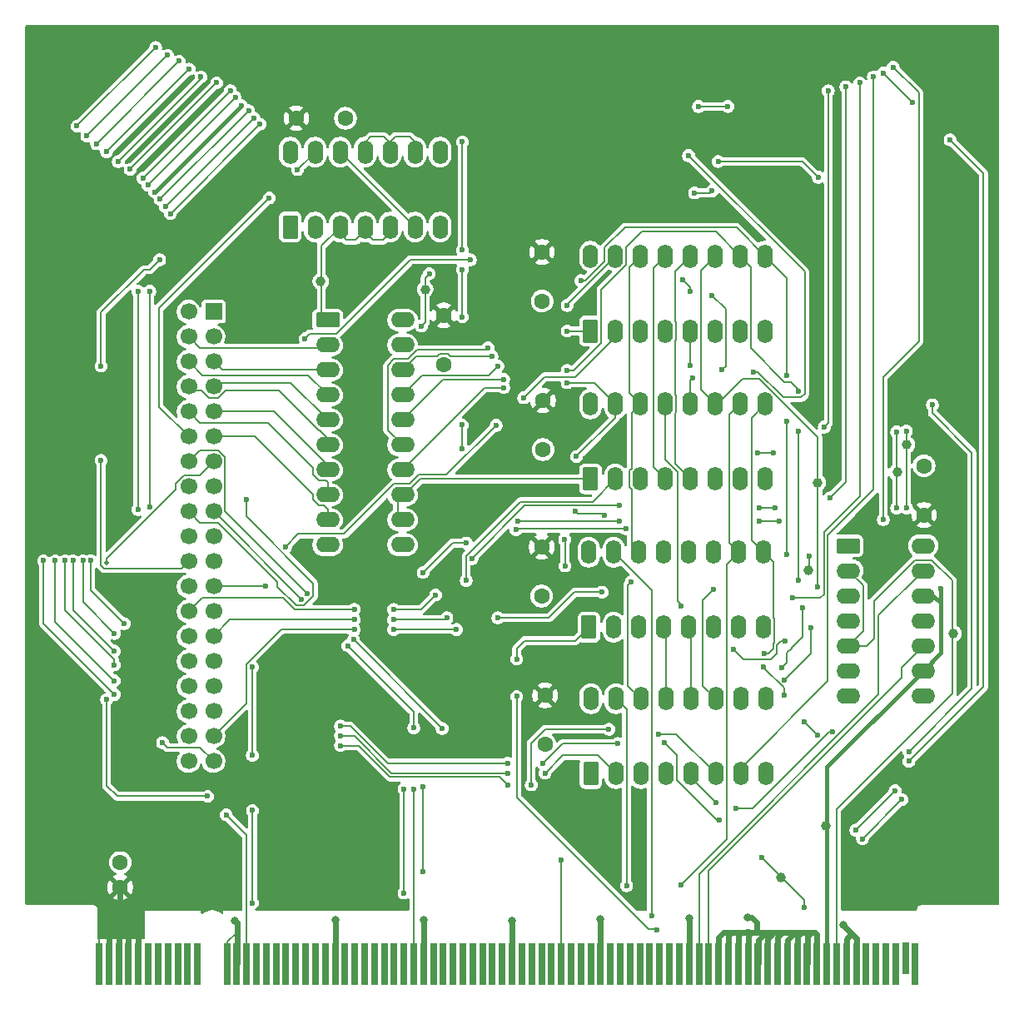
<source format=gbr>
%TF.GenerationSoftware,KiCad,Pcbnew,9.0.5*%
%TF.CreationDate,2025-11-19T18:16:14+02:00*%
%TF.ProjectId,interface,696e7465-7266-4616-9365-2e6b69636164,rev?*%
%TF.SameCoordinates,Original*%
%TF.FileFunction,Copper,L1,Top*%
%TF.FilePolarity,Positive*%
%FSLAX46Y46*%
G04 Gerber Fmt 4.6, Leading zero omitted, Abs format (unit mm)*
G04 Created by KiCad (PCBNEW 9.0.5) date 2025-11-19 18:16:14*
%MOMM*%
%LPD*%
G01*
G04 APERTURE LIST*
G04 Aperture macros list*
%AMRoundRect*
0 Rectangle with rounded corners*
0 $1 Rounding radius*
0 $2 $3 $4 $5 $6 $7 $8 $9 X,Y pos of 4 corners*
0 Add a 4 corners polygon primitive as box body*
4,1,4,$2,$3,$4,$5,$6,$7,$8,$9,$2,$3,0*
0 Add four circle primitives for the rounded corners*
1,1,$1+$1,$2,$3*
1,1,$1+$1,$4,$5*
1,1,$1+$1,$6,$7*
1,1,$1+$1,$8,$9*
0 Add four rect primitives between the rounded corners*
20,1,$1+$1,$2,$3,$4,$5,0*
20,1,$1+$1,$4,$5,$6,$7,0*
20,1,$1+$1,$6,$7,$8,$9,0*
20,1,$1+$1,$8,$9,$2,$3,0*%
G04 Aperture macros list end*
%TA.AperFunction,SMDPad,CuDef*%
%ADD10C,1.000000*%
%TD*%
%TA.AperFunction,ComponentPad*%
%ADD11RoundRect,0.250000X0.550000X-0.950000X0.550000X0.950000X-0.550000X0.950000X-0.550000X-0.950000X0*%
%TD*%
%TA.AperFunction,ComponentPad*%
%ADD12O,1.600000X2.400000*%
%TD*%
%TA.AperFunction,ComponentPad*%
%ADD13C,1.600000*%
%TD*%
%TA.AperFunction,ComponentPad*%
%ADD14R,1.700000X1.700000*%
%TD*%
%TA.AperFunction,ComponentPad*%
%ADD15C,1.700000*%
%TD*%
%TA.AperFunction,ComponentPad*%
%ADD16RoundRect,0.250000X-0.950000X-0.550000X0.950000X-0.550000X0.950000X0.550000X-0.950000X0.550000X0*%
%TD*%
%TA.AperFunction,ComponentPad*%
%ADD17O,2.400000X1.600000*%
%TD*%
%TA.AperFunction,ConnectorPad*%
%ADD18R,0.700000X4.300000*%
%TD*%
%TA.AperFunction,ConnectorPad*%
%ADD19R,0.700000X3.200000*%
%TD*%
%TA.AperFunction,ViaPad*%
%ADD20C,0.600000*%
%TD*%
%TA.AperFunction,ViaPad*%
%ADD21C,0.800000*%
%TD*%
%TA.AperFunction,ViaPad*%
%ADD22C,0.500000*%
%TD*%
%TA.AperFunction,Conductor*%
%ADD23C,0.200000*%
%TD*%
%TA.AperFunction,Conductor*%
%ADD24C,0.600000*%
%TD*%
%TA.AperFunction,Conductor*%
%ADD25C,0.400000*%
%TD*%
G04 APERTURE END LIST*
D10*
%TO.P,Enbl1,1,1*%
%TO.N,Net-(U4-CE)*%
X126800000Y-50000000D03*
%TD*%
D11*
%TO.P,U2,1*%
%TO.N,/~{MemRead}*%
X113085000Y-43660000D03*
D12*
%TO.P,U2,2*%
%TO.N,/~{IntAck}*%
X115625000Y-43660000D03*
%TO.P,U2,3*%
%TO.N,Net-(U4-A->B)*%
X118165000Y-43660000D03*
%TO.P,U2,4*%
X120705000Y-43660000D03*
%TO.P,U2,5*%
X123245000Y-43660000D03*
%TO.P,U2,6*%
%TO.N,Net-(U2-Pad12)*%
X125785000Y-43660000D03*
%TO.P,U2,7,GND*%
%TO.N,GND*%
X128325000Y-43660000D03*
%TO.P,U2,8*%
%TO.N,Net-(U4-CE)*%
X128325000Y-36040000D03*
%TO.P,U2,9*%
%TO.N,Net-(U2-Pad10)*%
X125785000Y-36040000D03*
%TO.P,U2,10*%
X123245000Y-36040000D03*
%TO.P,U2,11*%
X120705000Y-36040000D03*
%TO.P,U2,12*%
%TO.N,Net-(U2-Pad12)*%
X118165000Y-36040000D03*
%TO.P,U2,13*%
%TO.N,/~{MemWrite}*%
X115625000Y-36040000D03*
%TO.P,U2,14,VCC*%
%TO.N,VCC*%
X113085000Y-36040000D03*
%TD*%
D11*
%TO.P,U7,1,B*%
%TO.N,/BUS5*%
X143610000Y-69280000D03*
D12*
%TO.P,U7,2,QB*%
%TO.N,/ADDRESS5*%
X146150000Y-69280000D03*
%TO.P,U7,3,QA*%
%TO.N,/ADDRESS4*%
X148690000Y-69280000D03*
%TO.P,U7,4,DOWN*%
%TO.N,Net-(U7-DOWN)*%
X151230000Y-69280000D03*
%TO.P,U7,5,UP*%
%TO.N,Net-(U7-UP)*%
X153770000Y-69280000D03*
%TO.P,U7,6,QC*%
%TO.N,/ADDRESS6*%
X156310000Y-69280000D03*
%TO.P,U7,7,QD*%
%TO.N,/ADDRESS7*%
X158850000Y-69280000D03*
%TO.P,U7,8,GND*%
%TO.N,GND*%
X161390000Y-69280000D03*
%TO.P,U7,9,D*%
%TO.N,/BUS7*%
X161390000Y-61660000D03*
%TO.P,U7,10,C*%
%TO.N,/BUS6*%
X158850000Y-61660000D03*
%TO.P,U7,11,~{LOAD}*%
%TO.N,Net-(U7-~{LOAD})*%
X156310000Y-61660000D03*
%TO.P,U7,12,~{CO}*%
%TO.N,Net-(U6-UP)*%
X153770000Y-61660000D03*
%TO.P,U7,13,~{BO}*%
%TO.N,Net-(U6-DOWN)*%
X151230000Y-61660000D03*
%TO.P,U7,14,CLR*%
%TO.N,/Reset*%
X148690000Y-61660000D03*
%TO.P,U7,15,A*%
%TO.N,/BUS4*%
X146150000Y-61660000D03*
%TO.P,U7,16,VCC*%
%TO.N,VCC*%
X143610000Y-61660000D03*
%TD*%
D10*
%TO.P,Decrm1,1,1*%
%TO.N,Net-(U8-DOWN)*%
X175800000Y-65800000D03*
%TD*%
D13*
%TO.P,C7,1*%
%TO.N,VCC*%
X177550000Y-72950000D03*
%TO.P,C7,2*%
%TO.N,GND*%
X177550000Y-67950000D03*
%TD*%
D14*
%TO.P,PAD2,1,Pin_1*%
%TO.N,GND*%
X105290000Y-52270000D03*
D15*
%TO.P,PAD2,2,Pin_2*%
%TO.N,/~{Clk}*%
X102750000Y-52270000D03*
%TO.P,PAD2,3,Pin_3*%
%TO.N,GND*%
X105290000Y-54810000D03*
%TO.P,PAD2,4,Pin_4*%
%TO.N,/DATA0*%
X102750000Y-54810000D03*
%TO.P,PAD2,5,Pin_5*%
%TO.N,/DATA1*%
X105290000Y-57350000D03*
%TO.P,PAD2,6,Pin_6*%
%TO.N,/DATA2*%
X102750000Y-57350000D03*
%TO.P,PAD2,7,Pin_7*%
%TO.N,/DATA3*%
X105290000Y-59890000D03*
%TO.P,PAD2,8,Pin_8*%
%TO.N,/DATA4*%
X102750000Y-59890000D03*
%TO.P,PAD2,9,Pin_9*%
%TO.N,/DATA5*%
X105290000Y-62430000D03*
%TO.P,PAD2,10,Pin_10*%
%TO.N,/DATA6*%
X102750000Y-62430000D03*
%TO.P,PAD2,11,Pin_11*%
%TO.N,/DATA7*%
X105290000Y-64970000D03*
%TO.P,PAD2,12,Pin_12*%
%TO.N,/~{MemWrite}*%
X102750000Y-64970000D03*
%TO.P,PAD2,13,Pin_13*%
%TO.N,/~{MemRead}*%
X105290000Y-67510000D03*
%TO.P,PAD2,14,Pin_14*%
%TO.N,/~{Halt}*%
X102750000Y-67510000D03*
%TO.P,PAD2,15,Pin_15*%
%TO.N,/~{Wait}*%
X105290000Y-70050000D03*
%TO.P,PAD2,16,Pin_16*%
%TO.N,/IntReq*%
X102750000Y-70050000D03*
%TO.P,PAD2,17,Pin_17*%
%TO.N,/~{IntAck}*%
X105290000Y-72590000D03*
%TO.P,PAD2,18,Pin_18*%
%TO.N,/Reset*%
X102750000Y-72590000D03*
%TO.P,PAD2,19,Pin_19*%
%TO.N,GND*%
X105290000Y-75130000D03*
%TO.P,PAD2,20,Pin_20*%
X102750000Y-75130000D03*
%TO.P,PAD2,21,Pin_21*%
X105290000Y-77670000D03*
%TO.P,PAD2,22,Pin_22*%
%TO.N,/ADDRESS0*%
X102750000Y-77670000D03*
%TO.P,PAD2,23,Pin_23*%
%TO.N,/ADDRESS1*%
X105290000Y-80210000D03*
%TO.P,PAD2,24,Pin_24*%
%TO.N,/ADDRESS2*%
X102750000Y-80210000D03*
%TO.P,PAD2,25,Pin_25*%
%TO.N,/ADDRESS3*%
X105290000Y-82750000D03*
%TO.P,PAD2,26,Pin_26*%
%TO.N,/ADDRESS4*%
X102750000Y-82750000D03*
%TO.P,PAD2,27,Pin_27*%
%TO.N,/ADDRESS5*%
X105290000Y-85290000D03*
%TO.P,PAD2,28,Pin_28*%
%TO.N,/ADDRESS6*%
X102750000Y-85290000D03*
%TO.P,PAD2,29,Pin_29*%
%TO.N,/ADDRESS7*%
X105290000Y-87830000D03*
%TO.P,PAD2,30,Pin_30*%
%TO.N,/ADDRESS8*%
X102750000Y-87830000D03*
%TO.P,PAD2,31,Pin_31*%
%TO.N,/ADDRESS9*%
X105290000Y-90370000D03*
%TO.P,PAD2,32,Pin_32*%
%TO.N,/ADDRESS10*%
X102750000Y-90370000D03*
%TO.P,PAD2,33,Pin_33*%
%TO.N,/ADDRESS11*%
X105290000Y-92910000D03*
%TO.P,PAD2,34,Pin_34*%
%TO.N,/ADDRESS12*%
X102750000Y-92910000D03*
%TO.P,PAD2,35,Pin_35*%
%TO.N,/ADDRESS13*%
X105290000Y-95450000D03*
%TO.P,PAD2,36,Pin_36*%
%TO.N,/ADDRESS14*%
X102750000Y-95450000D03*
%TO.P,PAD2,37,Pin_37*%
%TO.N,/ADDRESS15*%
X105290000Y-97990000D03*
%TO.P,PAD2,38,Pin_38*%
%TO.N,GND*%
X102750000Y-97990000D03*
%TD*%
D16*
%TO.P,U1,1*%
%TO.N,/AddrHighIn*%
X169840000Y-76085000D03*
D17*
%TO.P,U1,2*%
%TO.N,/Pulse*%
X169840000Y-78625000D03*
%TO.P,U1,3*%
%TO.N,Net-(U5-~{LOAD})*%
X169840000Y-81165000D03*
%TO.P,U1,4*%
%TO.N,/AddrLowIn*%
X169840000Y-83705000D03*
%TO.P,U1,5*%
%TO.N,/Pulse*%
X169840000Y-86245000D03*
%TO.P,U1,6*%
%TO.N,Net-(U7-~{LOAD})*%
X169840000Y-88785000D03*
%TO.P,U1,7,GND*%
%TO.N,GND*%
X169840000Y-91325000D03*
%TO.P,U1,8*%
%TO.N,Net-(U8-UP)*%
X177460000Y-91325000D03*
%TO.P,U1,9*%
%TO.N,/~{Clk}*%
X177460000Y-88785000D03*
%TO.P,U1,10*%
%TO.N,/AddrInc*%
X177460000Y-86245000D03*
%TO.P,U1,11*%
%TO.N,Net-(U8-DOWN)*%
X177460000Y-83705000D03*
%TO.P,U1,12*%
%TO.N,/~{Clk}*%
X177460000Y-81165000D03*
%TO.P,U1,13*%
%TO.N,/AddrDec*%
X177460000Y-78625000D03*
%TO.P,U1,14,VCC*%
%TO.N,VCC*%
X177460000Y-76085000D03*
%TD*%
D10*
%TO.P,~{CLK}1,1,1*%
%TO.N,/~{Clk}*%
X167600000Y-104600000D03*
%TD*%
D13*
%TO.P,C3,1*%
%TO.N,VCC*%
X138650000Y-76200000D03*
%TO.P,C3,2*%
%TO.N,GND*%
X138650000Y-81200000D03*
%TD*%
D11*
%TO.P,U6,1,B*%
%TO.N,/BUS1*%
X143660000Y-99260000D03*
D12*
%TO.P,U6,2,QB*%
%TO.N,/ADDRESS9*%
X146200000Y-99260000D03*
%TO.P,U6,3,QA*%
%TO.N,/ADDRESS8*%
X148740000Y-99260000D03*
%TO.P,U6,4,DOWN*%
%TO.N,Net-(U6-DOWN)*%
X151280000Y-99260000D03*
%TO.P,U6,5,UP*%
%TO.N,Net-(U6-UP)*%
X153820000Y-99260000D03*
%TO.P,U6,6,QC*%
%TO.N,/ADDRESS10*%
X156360000Y-99260000D03*
%TO.P,U6,7,QD*%
%TO.N,/ADDRESS11*%
X158900000Y-99260000D03*
%TO.P,U6,8,GND*%
%TO.N,GND*%
X161440000Y-99260000D03*
%TO.P,U6,9,D*%
%TO.N,/BUS3*%
X161440000Y-91640000D03*
%TO.P,U6,10,C*%
%TO.N,/BUS2*%
X158900000Y-91640000D03*
%TO.P,U6,11,~{LOAD}*%
%TO.N,Net-(U5-~{LOAD})*%
X156360000Y-91640000D03*
%TO.P,U6,12,~{CO}*%
%TO.N,Net-(U5-UP)*%
X153820000Y-91640000D03*
%TO.P,U6,13,~{BO}*%
%TO.N,Net-(U5-DOWN)*%
X151280000Y-91640000D03*
%TO.P,U6,14,CLR*%
%TO.N,/Reset*%
X148740000Y-91640000D03*
%TO.P,U6,15,A*%
%TO.N,/BUS0*%
X146200000Y-91640000D03*
%TO.P,U6,16,VCC*%
%TO.N,VCC*%
X143660000Y-91640000D03*
%TD*%
D10*
%TO.P,Reset1,1,1*%
%TO.N,/Reset*%
X163000000Y-109800000D03*
%TD*%
%TO.P,Pulse1,1,1*%
%TO.N,/Pulse*%
X180500000Y-85000000D03*
%TD*%
D16*
%TO.P,U4,1,A->B*%
%TO.N,Net-(U4-A->B)*%
X116890000Y-53120000D03*
D17*
%TO.P,U4,2,A0*%
%TO.N,/DATA0*%
X116890000Y-55660000D03*
%TO.P,U4,3,A1*%
%TO.N,/DATA1*%
X116890000Y-58200000D03*
%TO.P,U4,4,A2*%
%TO.N,/DATA2*%
X116890000Y-60740000D03*
%TO.P,U4,5,A3*%
%TO.N,/DATA3*%
X116890000Y-63280000D03*
%TO.P,U4,6,A4*%
%TO.N,/DATA4*%
X116890000Y-65820000D03*
%TO.P,U4,7,A5*%
%TO.N,/DATA5*%
X116890000Y-68360000D03*
%TO.P,U4,8,A6*%
%TO.N,/DATA6*%
X116890000Y-70900000D03*
%TO.P,U4,9,A7*%
%TO.N,/DATA7*%
X116890000Y-73440000D03*
%TO.P,U4,10,GND*%
%TO.N,GND*%
X116890000Y-75980000D03*
%TO.P,U4,11,B7*%
%TO.N,/BUS7*%
X124510000Y-75980000D03*
%TO.P,U4,12,B6*%
%TO.N,/BUS5*%
X124510000Y-73440000D03*
%TO.P,U4,13,B5*%
X124510000Y-70900000D03*
%TO.P,U4,14,B4*%
%TO.N,/BUS4*%
X124510000Y-68360000D03*
%TO.P,U4,15,B3*%
%TO.N,/BUS3*%
X124510000Y-65820000D03*
%TO.P,U4,16,B2*%
%TO.N,/BUS2*%
X124510000Y-63280000D03*
%TO.P,U4,17,B1*%
%TO.N,/BUS1*%
X124510000Y-60740000D03*
%TO.P,U4,18,B0*%
%TO.N,/BUS0*%
X124510000Y-58200000D03*
%TO.P,U4,19,CE*%
%TO.N,Net-(U4-CE)*%
X124510000Y-55660000D03*
%TO.P,U4,20,VCC*%
%TO.N,VCC*%
X124510000Y-53120000D03*
%TD*%
D10*
%TO.P,Drt1,1,1*%
%TO.N,Net-(U4-A->B)*%
X116200000Y-49200000D03*
%TD*%
D11*
%TO.P,U8,1,B*%
%TO.N,/BUS1*%
X143610000Y-54240000D03*
D12*
%TO.P,U8,2,QB*%
%TO.N,/ADDRESS1*%
X146150000Y-54240000D03*
%TO.P,U8,3,QA*%
%TO.N,/ADDRESS0*%
X148690000Y-54240000D03*
%TO.P,U8,4,DOWN*%
%TO.N,Net-(U8-DOWN)*%
X151230000Y-54240000D03*
%TO.P,U8,5,UP*%
%TO.N,Net-(U8-UP)*%
X153770000Y-54240000D03*
%TO.P,U8,6,QC*%
%TO.N,/ADDRESS2*%
X156310000Y-54240000D03*
%TO.P,U8,7,QD*%
%TO.N,/ADDRESS3*%
X158850000Y-54240000D03*
%TO.P,U8,8,GND*%
%TO.N,GND*%
X161390000Y-54240000D03*
%TO.P,U8,9,D*%
%TO.N,/BUS3*%
X161390000Y-46620000D03*
%TO.P,U8,10,C*%
%TO.N,/BUS2*%
X158850000Y-46620000D03*
%TO.P,U8,11,~{LOAD}*%
%TO.N,Net-(U7-~{LOAD})*%
X156310000Y-46620000D03*
%TO.P,U8,12,~{CO}*%
%TO.N,Net-(U7-UP)*%
X153770000Y-46620000D03*
%TO.P,U8,13,~{BO}*%
%TO.N,Net-(U7-DOWN)*%
X151230000Y-46620000D03*
%TO.P,U8,14,CLR*%
%TO.N,/Reset*%
X148690000Y-46620000D03*
%TO.P,U8,15,A*%
%TO.N,/BUS0*%
X146150000Y-46620000D03*
%TO.P,U8,16,VCC*%
%TO.N,VCC*%
X143610000Y-46620000D03*
%TD*%
D13*
%TO.P,C6,1*%
%TO.N,VCC*%
X113700000Y-32600000D03*
%TO.P,C6,2*%
%TO.N,GND*%
X118700000Y-32600000D03*
%TD*%
D10*
%TO.P,PWR1,1,1*%
%TO.N,VCC*%
X89800000Y-110700000D03*
%TD*%
%TO.P,LHIGH1,1,1*%
%TO.N,Net-(U5-~{LOAD})*%
X165800000Y-78600000D03*
%TD*%
%TO.P,Incrm1,1,1*%
%TO.N,Net-(U8-UP)*%
X174800000Y-68600000D03*
%TD*%
D13*
%TO.P,C8,1*%
%TO.N,VCC*%
X95800000Y-110800000D03*
%TO.P,C8,2*%
%TO.N,GND*%
X95800000Y-108300000D03*
%TD*%
D11*
%TO.P,U5,1,B*%
%TO.N,/BUS5*%
X143450000Y-84370000D03*
D12*
%TO.P,U5,2,QB*%
%TO.N,/ADDRESS13*%
X145990000Y-84370000D03*
%TO.P,U5,3,QA*%
%TO.N,/ADDRESS12*%
X148530000Y-84370000D03*
%TO.P,U5,4,DOWN*%
%TO.N,Net-(U5-DOWN)*%
X151070000Y-84370000D03*
%TO.P,U5,5,UP*%
%TO.N,Net-(U5-UP)*%
X153610000Y-84370000D03*
%TO.P,U5,6,QC*%
%TO.N,/ADDRESS14*%
X156150000Y-84370000D03*
%TO.P,U5,7,QD*%
%TO.N,/ADDRESS15*%
X158690000Y-84370000D03*
%TO.P,U5,8,GND*%
%TO.N,GND*%
X161230000Y-84370000D03*
%TO.P,U5,9,D*%
%TO.N,/BUS7*%
X161230000Y-76750000D03*
%TO.P,U5,10,C*%
%TO.N,/BUS6*%
X158690000Y-76750000D03*
%TO.P,U5,11,~{LOAD}*%
%TO.N,Net-(U5-~{LOAD})*%
X156150000Y-76750000D03*
%TO.P,U5,12,~{CO}*%
%TO.N,unconnected-(U5-~{CO}-Pad12)*%
X153610000Y-76750000D03*
%TO.P,U5,13,~{BO}*%
%TO.N,unconnected-(U5-~{BO}-Pad13)*%
X151070000Y-76750000D03*
%TO.P,U5,14,CLR*%
%TO.N,/Reset*%
X148530000Y-76750000D03*
%TO.P,U5,15,A*%
%TO.N,/BUS4*%
X145990000Y-76750000D03*
%TO.P,U5,16,VCC*%
%TO.N,VCC*%
X143450000Y-76750000D03*
%TD*%
D13*
%TO.P,C4,1*%
%TO.N,VCC*%
X138800000Y-61300000D03*
%TO.P,C4,2*%
%TO.N,GND*%
X138800000Y-66300000D03*
%TD*%
%TO.P,C5,1*%
%TO.N,VCC*%
X138700000Y-46200000D03*
%TO.P,C5,2*%
%TO.N,GND*%
X138700000Y-51200000D03*
%TD*%
%TO.P,C2,1*%
%TO.N,VCC*%
X139000000Y-91300000D03*
%TO.P,C2,2*%
%TO.N,GND*%
X139000000Y-96300000D03*
%TD*%
%TO.P,C1,1*%
%TO.N,VCC*%
X128700000Y-52650000D03*
%TO.P,C1,2*%
%TO.N,GND*%
X128700000Y-57650000D03*
%TD*%
D18*
%TO.P,BC1,B1,VCC*%
%TO.N,VCC*%
X93650000Y-118600000D03*
%TO.P,BC1,B2,VCC*%
X94650000Y-118600000D03*
%TO.P,BC1,B3,VCC*%
X95650000Y-118600000D03*
%TO.P,BC1,B4,VCC*%
X96650000Y-118600000D03*
%TO.P,BC1,B5,VCC*%
X97650000Y-118600000D03*
%TO.P,BC1,B6*%
%TO.N,N/C*%
X98650000Y-118600000D03*
%TO.P,BC1,B7*%
X99650000Y-118600000D03*
%TO.P,BC1,B8*%
X100650000Y-118600000D03*
%TO.P,BC1,B9*%
X101650000Y-118600000D03*
%TO.P,BC1,B10*%
X102650000Y-118600000D03*
%TO.P,BC1,B11*%
X103650000Y-118600000D03*
%TO.P,BC1,B12,GND*%
%TO.N,GND*%
X106650000Y-118600000D03*
%TO.P,BC1,B13,GND*%
X107650000Y-118600000D03*
%TO.P,BC1,B14,~{RMEM}*%
%TO.N,/~{MemRead}*%
X108650000Y-118600000D03*
%TO.P,BC1,B15,~{RSPH}*%
%TO.N,unconnected-(BC1-~{RSPH}-PadB15)*%
X109650000Y-118600000D03*
%TO.P,BC1,B16,~{RSPL}*%
%TO.N,unconnected-(BC1-~{RSPL}-PadB16)*%
X110650000Y-118600000D03*
%TO.P,BC1,B17,~{RPCH}*%
%TO.N,unconnected-(BC1-~{RPCH}-PadB17)*%
X111650000Y-118600000D03*
%TO.P,BC1,B18,~{RPCL}*%
%TO.N,unconnected-(BC1-~{RPCL}-PadB18)*%
X112650000Y-118600000D03*
%TO.P,BC1,B19,~{RARGH}*%
%TO.N,unconnected-(BC1-~{RARGH}-PadB19)*%
X113650000Y-118600000D03*
%TO.P,BC1,B20,~{RARGL}*%
%TO.N,unconnected-(BC1-~{RARGL}-PadB20)*%
X114650000Y-118600000D03*
%TO.P,BC1,B21,~{RAC}*%
%TO.N,unconnected-(BC1-~{RAC}-PadB21)*%
X115650000Y-118600000D03*
%TO.P,BC1,B22,~{RXH}*%
%TO.N,unconnected-(BC1-~{RXH}-PadB22)*%
X116650000Y-118600000D03*
%TO.P,BC1,B23,GND*%
%TO.N,GND*%
X117650000Y-118600000D03*
%TO.P,BC1,B24,~{RYL}*%
%TO.N,unconnected-(BC1-~{RYL}-PadB24)*%
X118650000Y-118600000D03*
%TO.P,BC1,B25,~{RYH}*%
%TO.N,unconnected-(BC1-~{RYH}-PadB25)*%
X119650000Y-118600000D03*
%TO.P,BC1,B26,~{RZL}*%
%TO.N,unconnected-(BC1-~{RZL}-PadB26)*%
X120650000Y-118600000D03*
%TO.P,BC1,B27,~{RZH}*%
%TO.N,unconnected-(BC1-~{RZH}-PadB27)*%
X121650000Y-118600000D03*
%TO.P,BC1,B28,~{RFR}*%
%TO.N,unconnected-(BC1-~{RFR}-PadB28)*%
X122650000Y-118600000D03*
%TO.P,BC1,B29,~{RCONST}*%
%TO.N,unconnected-(BC1-~{RCONST}-PadB29)*%
X123650000Y-118600000D03*
%TO.P,BC1,B30,~{RALU}*%
%TO.N,unconnected-(BC1-~{RALU}-PadB30)*%
X124650000Y-118600000D03*
%TO.P,BC1,B31,~{RINTC}*%
%TO.N,/~{IntAck}*%
X125650000Y-118600000D03*
%TO.P,BC1,B32,GND*%
%TO.N,GND*%
X126650000Y-118600000D03*
%TO.P,BC1,B33,L0*%
%TO.N,unconnected-(BC1-L0-PadB33)*%
X127650000Y-118600000D03*
%TO.P,BC1,B34,L1*%
%TO.N,unconnected-(BC1-L1-PadB34)*%
X128650000Y-118600000D03*
%TO.P,BC1,B35,L2*%
%TO.N,unconnected-(BC1-L2-PadB35)*%
X129650000Y-118600000D03*
%TO.P,BC1,B36,L3*%
%TO.N,unconnected-(BC1-L3-PadB36)*%
X130650000Y-118600000D03*
%TO.P,BC1,B37,ALUM*%
%TO.N,unconnected-(BC1-ALUM-PadB37)*%
X131650000Y-118600000D03*
%TO.P,BC1,B38,~{ALUCI}*%
%TO.N,unconnected-(BC1-~{ALUCI}-PadB38)*%
X132650000Y-118600000D03*
%TO.P,BC1,B39,FRUpd*%
%TO.N,unconnected-(BC1-FRUpd-PadB39)*%
X133650000Y-118600000D03*
%TO.P,BC1,B40,R0*%
%TO.N,unconnected-(BC1-R0-PadB40)*%
X134650000Y-118600000D03*
%TO.P,BC1,B41,GND*%
%TO.N,GND*%
X135650000Y-118600000D03*
%TO.P,BC1,B42,R1*%
%TO.N,unconnected-(BC1-R1-PadB42)*%
X136650000Y-118600000D03*
%TO.P,BC1,B43,R2*%
%TO.N,unconnected-(BC1-R2-PadB43)*%
X137650000Y-118600000D03*
%TO.P,BC1,B44,R3*%
%TO.N,unconnected-(BC1-R3-PadB44)*%
X138650000Y-118600000D03*
%TO.P,BC1,B45,~{SCCLR}*%
%TO.N,unconnected-(BC1-~{SCCLR}-PadB45)*%
X139650000Y-118600000D03*
%TO.P,BC1,B46,~{HALT}*%
%TO.N,/~{Halt}*%
X140650000Y-118600000D03*
%TO.P,BC1,B47,PCINC*%
%TO.N,unconnected-(BC1-PCINC-PadB47)*%
X141650000Y-118600000D03*
%TO.P,BC1,B48,ALUS0*%
%TO.N,unconnected-(BC1-ALUS0-PadB48)*%
X142650000Y-118600000D03*
%TO.P,BC1,B49,ALUS1*%
%TO.N,unconnected-(BC1-ALUS1-PadB49)*%
X143650000Y-118600000D03*
%TO.P,BC1,B50,GND*%
%TO.N,GND*%
X144650000Y-118600000D03*
%TO.P,BC1,B51,ALUS2*%
%TO.N,unconnected-(BC1-ALUS2-PadB51)*%
X145650000Y-118600000D03*
%TO.P,BC1,B52,ALUS3*%
%TO.N,unconnected-(BC1-ALUS3-PadB52)*%
X146650000Y-118600000D03*
%TO.P,BC1,B53,SPDEC*%
%TO.N,unconnected-(BC1-SPDEC-PadB53)*%
X147650000Y-118600000D03*
%TO.P,BC1,B54,SPINC*%
%TO.N,unconnected-(BC1-SPINC-PadB54)*%
X148650000Y-118600000D03*
%TO.P,BC1,B55,ACSHLEFT*%
%TO.N,unconnected-(BC1-ACSHLEFT-PadB55)*%
X149650000Y-118600000D03*
%TO.P,BC1,B56,ACSHRIGHT*%
%TO.N,unconnected-(BC1-ACSHRIGHT-PadB56)*%
X150650000Y-118600000D03*
%TO.P,BC1,B57,INTE*%
%TO.N,unconnected-(BC1-INTE-PadB57)*%
X151650000Y-118600000D03*
%TO.P,BC1,B58,~{INTD}*%
%TO.N,unconnected-(BC1-~{INTD}-PadB58)*%
X152650000Y-118600000D03*
%TO.P,BC1,B59,GND*%
%TO.N,GND*%
X153650000Y-118600000D03*
%TO.P,BC1,B60,ADRDEC*%
%TO.N,/AddrDec*%
X154650000Y-118600000D03*
%TO.P,BC1,B61,ADDRINC*%
%TO.N,/AddrInc*%
X155650000Y-118600000D03*
%TO.P,BC1,B62,GND*%
%TO.N,GND*%
X156650000Y-118600000D03*
%TO.P,BC1,B63,GND*%
X157650000Y-118600000D03*
%TO.P,BC1,B64,GND*%
X158650000Y-118600000D03*
%TO.P,BC1,B65,GND*%
X159650000Y-118600000D03*
%TO.P,BC1,B66,GND*%
X160650000Y-118600000D03*
%TO.P,BC1,B67,GND*%
X161650000Y-118600000D03*
%TO.P,BC1,B68,GND*%
X162650000Y-118600000D03*
%TO.P,BC1,B69,GND*%
X163650000Y-118600000D03*
%TO.P,BC1,B70,GND*%
X164650000Y-118600000D03*
%TO.P,BC1,B71,GND*%
X165650000Y-118600000D03*
%TO.P,BC1,B72,GND*%
X166650000Y-118600000D03*
%TO.P,BC1,B73,~{CLK}*%
%TO.N,/~{Clk}*%
X167650000Y-118600000D03*
%TO.P,BC1,B74,PULSE*%
%TO.N,/Pulse*%
X168650000Y-118600000D03*
%TO.P,BC1,B75,GND*%
%TO.N,GND*%
X169650000Y-118600000D03*
%TO.P,BC1,B76,GND*%
X170650000Y-118600000D03*
%TO.P,BC1,B77*%
%TO.N,N/C*%
X171650000Y-118600000D03*
%TO.P,BC1,B78*%
X172650000Y-118600000D03*
%TO.P,BC1,B79*%
X173650000Y-118600000D03*
%TO.P,BC1,B80*%
X174650000Y-118600000D03*
D19*
%TO.P,BC1,B81*%
X175650000Y-118050000D03*
D18*
%TO.P,BC1,B82*%
X176650000Y-118600000D03*
%TD*%
D10*
%TO.P,LLow1,1,1*%
%TO.N,Net-(U7-~{LOAD})*%
X166750000Y-69650000D03*
%TD*%
D20*
%TO.N,/IntReq*%
X98600000Y-39400000D03*
X170600000Y-105000000D03*
X174600000Y-101000000D03*
X107500000Y-30500000D03*
%TO.N,/BUS1*%
X134200000Y-57800000D03*
X141250000Y-54240000D03*
%TO.N,/Reset*%
X131400000Y-47000000D03*
X114600000Y-55000000D03*
X156750000Y-104000000D03*
X108600000Y-71400000D03*
X147750000Y-79750000D03*
X151125000Y-96125000D03*
X161000000Y-107750000D03*
X165375000Y-112875000D03*
%TO.N,/AddrLowIn*%
X126600000Y-109200000D03*
X147200000Y-74350000D03*
X136050000Y-74450000D03*
X126600000Y-100600000D03*
%TO.N,VCC*%
X95500000Y-115100000D03*
X96500000Y-115100000D03*
X94700000Y-115100000D03*
X95800000Y-113850000D03*
X93800000Y-115100000D03*
X97600000Y-115200000D03*
X95800000Y-112650000D03*
D21*
%TO.N,GND*%
X159570000Y-113870000D03*
D20*
X164900000Y-115390000D03*
D21*
X153640000Y-114000000D03*
D20*
X158000000Y-115390000D03*
D21*
X126650000Y-114160000D03*
X144650000Y-114060000D03*
X169320000Y-114627500D03*
X107460000Y-114230000D03*
D20*
X166652500Y-115597500D03*
D21*
X135650000Y-114260000D03*
X117650000Y-114120000D03*
D20*
X159650000Y-115350000D03*
%TO.N,/BUS7*%
X130600000Y-66200000D03*
X130600000Y-48000000D03*
X161300000Y-87000000D03*
X153600000Y-36400000D03*
X163300000Y-91300000D03*
X161200000Y-88400000D03*
X130600000Y-63800000D03*
X130600000Y-35000000D03*
X160200000Y-58400000D03*
X130600000Y-46000000D03*
X130600000Y-52800000D03*
%TO.N,/BUS3*%
X166000000Y-84400000D03*
X163340000Y-89740000D03*
X163600000Y-58800000D03*
X163600000Y-77000000D03*
X133200000Y-55949000D03*
X163600000Y-63400000D03*
X142625000Y-49125000D03*
%TO.N,/BUS2*%
X141250000Y-58250000D03*
X165200000Y-82400000D03*
X163100000Y-88500000D03*
X134800000Y-59151000D03*
X164800000Y-60400000D03*
X164800000Y-79600000D03*
X164800000Y-64400000D03*
%TO.N,/BUS6*%
X152830000Y-110590000D03*
%TO.N,/~{Clk}*%
X99300000Y-40100000D03*
X179250000Y-80450000D03*
X108100000Y-31300000D03*
%TO.N,/BUS0*%
X141250000Y-51635000D03*
X147301000Y-110650000D03*
X133600000Y-56800000D03*
%TO.N,/BUS5*%
X141000000Y-75450000D03*
X150350000Y-115180000D03*
X136110000Y-91400000D03*
X141025000Y-78125000D03*
X136110000Y-87600000D03*
%TO.N,/BUS4*%
X141250000Y-59500000D03*
X142100000Y-72600000D03*
X134800000Y-60000000D03*
X142200000Y-67000000D03*
X145050000Y-73000000D03*
X149841000Y-113700000D03*
%TO.N,/AddrHighIn*%
X126600000Y-78800000D03*
X146600000Y-73600000D03*
X131000000Y-75800000D03*
X124650000Y-100800000D03*
X160800000Y-73600000D03*
X162800000Y-73600000D03*
X136200000Y-73600000D03*
X124650000Y-111400000D03*
%TO.N,/ADDRESS14*%
X166700000Y-95300000D03*
X176400000Y-31000000D03*
X165400000Y-94000000D03*
X92400000Y-34400000D03*
X95200000Y-89800000D03*
X100600000Y-26200000D03*
X176000000Y-98000000D03*
X180200000Y-34800000D03*
X173400000Y-28000000D03*
X158200000Y-86600000D03*
X163400000Y-85800000D03*
X89200000Y-77600000D03*
%TO.N,/ADDRESS8*%
X146400000Y-96200000D03*
X138800000Y-98200000D03*
X135200000Y-98200000D03*
X118200000Y-94400000D03*
%TO.N,/ADDRESS9*%
X139000000Y-99200000D03*
X118200000Y-95400000D03*
X135200000Y-99200000D03*
%TO.N,/ADDRESS0*%
X100900000Y-42300000D03*
X110000000Y-33200000D03*
X99800000Y-47000000D03*
X93849000Y-67400000D03*
X93849000Y-57800000D03*
%TO.N,/ADDRESS7*%
X168000000Y-71200000D03*
X104000000Y-28400000D03*
X160800000Y-72200000D03*
X95600000Y-37000000D03*
X162400000Y-72200000D03*
X92000000Y-77600000D03*
X95200000Y-85000000D03*
X169600000Y-29400000D03*
%TO.N,/ADDRESS2*%
X97600000Y-72400000D03*
X97600000Y-50200000D03*
X108850000Y-31850000D03*
X99850000Y-40850000D03*
%TO.N,/ADDRESS12*%
X164200000Y-81400000D03*
X95200000Y-86800000D03*
X102800000Y-27600000D03*
X94400000Y-36000000D03*
X171000000Y-29000000D03*
X91000000Y-77600000D03*
%TO.N,/ADDRESS11*%
X93400000Y-35200000D03*
X90200000Y-77600000D03*
X95200000Y-88200000D03*
X172400000Y-28400000D03*
X101800000Y-26800000D03*
%TO.N,/ADDRESS5*%
X129012028Y-83412028D03*
X123600000Y-83600000D03*
X119600000Y-83600000D03*
X130974028Y-79600000D03*
%TO.N,/ADDRESS6*%
X105600000Y-29000000D03*
X167400000Y-64000000D03*
X92800000Y-77600000D03*
X162200000Y-66600000D03*
X96800000Y-37800000D03*
X160600000Y-66600000D03*
X167800000Y-29800000D03*
X96200000Y-84000000D03*
%TO.N,/ADDRESS1*%
X134029971Y-63829971D03*
X110600000Y-80210000D03*
X136829971Y-61029971D03*
X112600000Y-76200000D03*
%TO.N,/ADDRESS15*%
X91400000Y-33400000D03*
X88000000Y-77600000D03*
X95200000Y-91200000D03*
X174400000Y-27400000D03*
X173400000Y-73400000D03*
X99400000Y-25400000D03*
X100100000Y-96100000D03*
%TO.N,/ADDRESS10*%
X150500000Y-95250000D03*
X135200000Y-100400000D03*
X137600000Y-100400000D03*
X118200000Y-96400000D03*
X145500000Y-94750000D03*
%TO.N,/ADDRESS4*%
X131575028Y-77375028D03*
X127875028Y-81075028D03*
X119600000Y-82552000D03*
X146600000Y-72000000D03*
X123600000Y-82552000D03*
%TO.N,/ADDRESS3*%
X100400000Y-41600000D03*
X157600000Y-31400000D03*
X154600000Y-31400000D03*
X109400000Y-32600000D03*
X98800000Y-50200000D03*
X98775735Y-72175735D03*
%TO.N,/ADDRESS13*%
X123600000Y-84600000D03*
X134200000Y-83400000D03*
X144800000Y-80800000D03*
X119600000Y-84600000D03*
X130000000Y-84600000D03*
%TO.N,Net-(U5-~{LOAD})*%
X165837500Y-77162500D03*
X156150000Y-80550000D03*
%TO.N,Net-(U8-DOWN)*%
X175750000Y-64400000D03*
X175750000Y-72250000D03*
%TO.N,Net-(U8-UP)*%
X153750000Y-57750000D03*
X174750000Y-72250000D03*
X174750000Y-64500000D03*
%TO.N,Net-(U7-~{LOAD})*%
X166750000Y-80250000D03*
%TO.N,Net-(U4-CE)*%
X127224000Y-48400000D03*
X126435000Y-53735000D03*
%TO.N,Net-(U6-UP)*%
X166800000Y-38600000D03*
X168225000Y-95025000D03*
X154200000Y-40200000D03*
X176000000Y-97000000D03*
X156000000Y-50600000D03*
X156000000Y-40000000D03*
X157000000Y-58200000D03*
X156600000Y-37000000D03*
X153000000Y-49000000D03*
X158400000Y-102800000D03*
X178400000Y-61750000D03*
X156400000Y-102200000D03*
X154000000Y-59000000D03*
X153800000Y-50200000D03*
%TO.N,Net-(U6-DOWN)*%
X152850879Y-82200786D03*
%TO.N,/~{MemWrite}*%
X109250000Y-112400000D03*
X109237120Y-97400000D03*
X110957500Y-40707500D03*
X109237120Y-88400000D03*
X113832500Y-37832500D03*
X109250000Y-103000000D03*
%TO.N,/~{Halt}*%
X128541479Y-94658521D03*
X140650000Y-108000000D03*
X114841479Y-80958521D03*
X119520739Y-85637782D03*
%TO.N,/~{Wait}*%
X107000000Y-29800000D03*
X171287868Y-105887868D03*
X175287868Y-101887868D03*
X98100000Y-38700000D03*
%TO.N,/~{IntAck}*%
X125650000Y-94600000D03*
X114250000Y-81550000D03*
X125650000Y-100800000D03*
X118950000Y-86250000D03*
D22*
%TO.N,/~{MemRead}*%
X94400000Y-77850000D03*
D20*
X104692240Y-101560000D03*
X106566120Y-103433880D03*
X94400000Y-91730000D03*
%TD*%
D23*
%TO.N,/IntReq*%
X170600000Y-105000000D02*
X174600000Y-101000000D01*
X98600000Y-39400000D02*
X107500000Y-30500000D01*
%TO.N,/BUS1*%
X133250000Y-58750000D02*
X134200000Y-57800000D01*
X141250000Y-54240000D02*
X143610000Y-54240000D01*
X126500000Y-58750000D02*
X133250000Y-58750000D01*
X124510000Y-60740000D02*
X126500000Y-58750000D01*
%TO.N,/Reset*%
X114498943Y-82151000D02*
X113703057Y-82151000D01*
X115041000Y-54559000D02*
X114600000Y-55000000D01*
X147429000Y-90329000D02*
X147429000Y-80071000D01*
X108600000Y-73049943D02*
X115442479Y-79892422D01*
X108600000Y-71400000D02*
X108600000Y-73049943D01*
X147589000Y-47721000D02*
X148690000Y-46620000D01*
X113703057Y-82151000D02*
X111801000Y-80248943D01*
X148530000Y-76750000D02*
X147800000Y-76020000D01*
X147800000Y-76020000D02*
X147800000Y-70347049D01*
X105790943Y-73741000D02*
X103901000Y-73741000D01*
X156500000Y-104000000D02*
X156750000Y-104000000D01*
X163925000Y-110675000D02*
X161000000Y-107750000D01*
X151125000Y-96125000D02*
X152381000Y-97381000D01*
X111801000Y-79751057D02*
X105790943Y-73741000D01*
X147589000Y-68423951D02*
X147800000Y-68212951D01*
X115442479Y-79892422D02*
X115442479Y-81207464D01*
X148690000Y-61660000D02*
X147589000Y-60559000D01*
X147800000Y-68212951D02*
X147800000Y-62550000D01*
X147800000Y-70347049D02*
X147589000Y-70136049D01*
X115442479Y-81207464D02*
X114498943Y-82151000D01*
X147429000Y-80071000D02*
X147750000Y-79750000D01*
X165375000Y-112875000D02*
X165375000Y-112125000D01*
X125296160Y-47000000D02*
X117737160Y-54559000D01*
X152381000Y-99881000D02*
X156500000Y-104000000D01*
X152381000Y-97381000D02*
X152381000Y-99881000D01*
X103901000Y-73741000D02*
X102750000Y-72590000D01*
X148740000Y-91640000D02*
X147429000Y-90329000D01*
X111801000Y-80248943D02*
X111801000Y-79751057D01*
X147589000Y-70136049D02*
X147589000Y-68423951D01*
X165375000Y-112125000D02*
X163925000Y-110675000D01*
X147800000Y-62550000D02*
X148690000Y-61660000D01*
X117737160Y-54559000D02*
X115041000Y-54559000D01*
X147589000Y-60559000D02*
X147589000Y-47721000D01*
X131400000Y-47000000D02*
X125296160Y-47000000D01*
%TO.N,/AddrLowIn*%
X147200000Y-74350000D02*
X136150000Y-74350000D01*
X126600000Y-109200000D02*
X126600000Y-100600000D01*
X136150000Y-74350000D02*
X136050000Y-74450000D01*
%TO.N,/AddrInc*%
X155650000Y-118600000D02*
X155650000Y-109100000D01*
X155650000Y-109100000D02*
X175250000Y-89500000D01*
X175250000Y-88455000D02*
X177460000Y-86245000D01*
X175250000Y-89500000D02*
X175250000Y-88455000D01*
%TO.N,VCC*%
X93650000Y-118600000D02*
X93650000Y-115350000D01*
D24*
X97650000Y-118600000D02*
X97650000Y-115450000D01*
D23*
X93650000Y-115350000D02*
X93900000Y-115100000D01*
D24*
X95650000Y-115100000D02*
X95800000Y-114950000D01*
D23*
X113085000Y-36040000D02*
X112790000Y-36040000D01*
D24*
X96650000Y-115100000D02*
X96650000Y-118600000D01*
X97300000Y-115100000D02*
X96650000Y-115100000D01*
X95800000Y-114950000D02*
X95800000Y-110800000D01*
X94650000Y-115200000D02*
X94650000Y-118600000D01*
X96650000Y-115100000D02*
X94550000Y-115100000D01*
X94550000Y-115100000D02*
X93900000Y-115100000D01*
X124980000Y-52650000D02*
X124510000Y-53120000D01*
X97650000Y-115450000D02*
X97300000Y-115100000D01*
X95650000Y-115100000D02*
X95650000Y-118600000D01*
X94550000Y-115100000D02*
X94650000Y-115200000D01*
%TO.N,GND*%
X160670000Y-116190000D02*
X160670000Y-118540000D01*
X158670000Y-115740000D02*
X158670000Y-118540000D01*
X160520000Y-114365000D02*
X160020000Y-113865000D01*
X144650000Y-118600000D02*
X144650000Y-114060000D01*
X160520000Y-115390000D02*
X160045000Y-115390000D01*
X160045000Y-115390000D02*
X159020000Y-115390000D01*
X166070000Y-115390000D02*
X165095000Y-115390000D01*
X156670000Y-118540000D02*
X156670000Y-115890000D01*
X170045000Y-115352500D02*
X169320000Y-114627500D01*
X161670000Y-115990000D02*
X161670000Y-118540000D01*
X158000000Y-115390000D02*
X157170000Y-115390000D01*
X159020000Y-115390000D02*
X158670000Y-115740000D01*
X166445000Y-115390000D02*
X166070000Y-115390000D01*
X156670000Y-115890000D02*
X157170000Y-115390000D01*
X153650000Y-118600000D02*
X153650000Y-114010000D01*
X107660000Y-114430000D02*
X107460000Y-114230000D01*
X164900000Y-115390000D02*
X164420000Y-115390000D01*
X170207500Y-115547500D02*
X169670000Y-116085000D01*
X117670000Y-118540000D02*
X117670000Y-114040000D01*
X158020000Y-115390000D02*
X158000000Y-115390000D01*
X126650000Y-118600000D02*
X126650000Y-114160000D01*
X163170000Y-115390000D02*
X162670000Y-115890000D01*
X164670000Y-115815000D02*
X164670000Y-118540000D01*
X117650000Y-118620000D02*
X117650000Y-114120000D01*
X170670000Y-115977500D02*
X170207500Y-115515000D01*
X170670000Y-118502500D02*
X170670000Y-115977500D01*
X161470000Y-115390000D02*
X160670000Y-116190000D01*
X107660000Y-118530000D02*
X107660000Y-115380000D01*
X107660000Y-115380000D02*
X107660000Y-114430000D01*
X164420000Y-115390000D02*
X163170000Y-115390000D01*
X170207500Y-115515000D02*
X170045000Y-115352500D01*
X163670000Y-116140000D02*
X163670000Y-118540000D01*
D23*
X106701000Y-116339000D02*
X106701000Y-118600000D01*
D24*
X170207500Y-115515000D02*
X169670000Y-116052500D01*
X165095000Y-115390000D02*
X164900000Y-115390000D01*
X165095000Y-115390000D02*
X164670000Y-115815000D01*
X160045000Y-115390000D02*
X159670000Y-115765000D01*
X162670000Y-115890000D02*
X162670000Y-118540000D01*
X166670000Y-118540000D02*
X166670000Y-115615000D01*
X166070000Y-115390000D02*
X165670000Y-115790000D01*
X165670000Y-115790000D02*
X165670000Y-118540000D01*
X160520000Y-115390000D02*
X160520000Y-114365000D01*
X170670000Y-118535000D02*
X170670000Y-116010000D01*
X153650000Y-114010000D02*
X153640000Y-114000000D01*
X169670000Y-116052500D02*
X169670000Y-118502500D01*
X169670000Y-116085000D02*
X169670000Y-118535000D01*
X169320000Y-114660000D02*
X169320000Y-114627500D01*
X170207500Y-115547500D02*
X169320000Y-114660000D01*
X159670000Y-115765000D02*
X159670000Y-118540000D01*
X166670000Y-115615000D02*
X166652500Y-115597500D01*
X157670000Y-118540000D02*
X157670000Y-115740000D01*
X164420000Y-115390000D02*
X163670000Y-116140000D01*
X161470000Y-115390000D02*
X160520000Y-115390000D01*
X159020000Y-115390000D02*
X158020000Y-115390000D01*
X135650000Y-118760000D02*
X135650000Y-114260000D01*
X170670000Y-116010000D02*
X170207500Y-115547500D01*
X162270000Y-115390000D02*
X161670000Y-115990000D01*
X160020000Y-113865000D02*
X159620000Y-113865000D01*
D23*
X107660000Y-115380000D02*
X106701000Y-116339000D01*
D24*
X162270000Y-115390000D02*
X161470000Y-115390000D01*
X157670000Y-115740000D02*
X158020000Y-115390000D01*
X163170000Y-115390000D02*
X162270000Y-115390000D01*
X166652500Y-115597500D02*
X166445000Y-115390000D01*
D23*
%TO.N,/BUS7*%
X130600000Y-52800000D02*
X130600000Y-48000000D01*
X163300000Y-91300000D02*
X163300000Y-90549943D01*
X160654148Y-58400000D02*
X163255148Y-61001000D01*
X161230000Y-76750000D02*
X160000000Y-75520000D01*
X160200000Y-58400000D02*
X160654148Y-58400000D01*
X162200000Y-83382951D02*
X162200000Y-77720000D01*
X165401000Y-48201000D02*
X153600000Y-36400000D01*
X130600000Y-46000000D02*
X130600000Y-35000000D01*
X163300000Y-90549943D02*
X161200000Y-88449943D01*
X161300000Y-87000000D02*
X161751470Y-87000000D01*
X165401000Y-60648943D02*
X165401000Y-48201000D01*
X161200000Y-88449943D02*
X161200000Y-88400000D01*
X165048943Y-61001000D02*
X165401000Y-60648943D01*
X130600000Y-66200000D02*
X130600000Y-63800000D01*
X161751470Y-87000000D02*
X162200000Y-86551470D01*
X162200000Y-77720000D02*
X161230000Y-76750000D01*
X162331000Y-83513951D02*
X162200000Y-83382951D01*
X162200000Y-86551470D02*
X162200000Y-86032900D01*
X162331000Y-85901900D02*
X162331000Y-83513951D01*
X160000000Y-75520000D02*
X160000000Y-63050000D01*
X162200000Y-86032900D02*
X162331000Y-85901900D01*
X160000000Y-63050000D02*
X161390000Y-61660000D01*
X163255148Y-61001000D02*
X165048943Y-61001000D01*
%TO.N,/AddrDec*%
X154650000Y-118600000D02*
X154650000Y-109475000D01*
X154650000Y-109475000D02*
X172901000Y-91224000D01*
X172901000Y-91224000D02*
X172901000Y-83184000D01*
X172901000Y-83184000D02*
X177460000Y-78625000D01*
%TO.N,/BUS3*%
X163340000Y-89740000D02*
X166000000Y-87080000D01*
X125994900Y-56148000D02*
X125043900Y-57099000D01*
X123009000Y-64319000D02*
X124510000Y-65820000D01*
X143062049Y-49125000D02*
X145049000Y-47138049D01*
X163600000Y-48830000D02*
X161390000Y-46620000D01*
X145049000Y-47138049D02*
X145049000Y-45763951D01*
X163600000Y-77000000D02*
X163600000Y-63400000D01*
X133200000Y-55949000D02*
X133001000Y-56148000D01*
X145049000Y-45763951D02*
X147112951Y-43700000D01*
X123653951Y-57099000D02*
X123009000Y-57743951D01*
X123009000Y-57743951D02*
X123009000Y-64319000D01*
X163600000Y-58800000D02*
X163600000Y-48830000D01*
X147112951Y-43700000D02*
X158470000Y-43700000D01*
X158470000Y-43700000D02*
X161390000Y-46620000D01*
X166000000Y-87080000D02*
X166000000Y-84400000D01*
X133001000Y-56148000D02*
X125994900Y-56148000D01*
X125043900Y-57099000D02*
X123653951Y-57099000D01*
X142625000Y-49125000D02*
X143062049Y-49125000D01*
%TO.N,/BUS2*%
X164800000Y-60202000D02*
X163999000Y-59401000D01*
X144711000Y-50016049D02*
X144711000Y-55425160D01*
X156380000Y-44150000D02*
X148864951Y-44150000D01*
X165200000Y-85340000D02*
X165200000Y-82400000D01*
X148864951Y-44150000D02*
X147251000Y-45763951D01*
X163100000Y-88500000D02*
X163600000Y-88000000D01*
X164800000Y-60400000D02*
X164800000Y-60202000D01*
X147251000Y-47476049D02*
X144711000Y-50016049D01*
X163999000Y-59401000D02*
X163351057Y-59401000D01*
X147251000Y-45763951D02*
X147251000Y-47476049D01*
X128639000Y-59151000D02*
X124510000Y-63280000D01*
X144711000Y-55425160D02*
X141886160Y-58250000D01*
X134800000Y-59151000D02*
X128639000Y-59151000D01*
X158850000Y-46620000D02*
X156380000Y-44150000D01*
X141886160Y-58250000D02*
X141250000Y-58250000D01*
X163351057Y-59401000D02*
X159951000Y-56000943D01*
X159951000Y-47721000D02*
X158850000Y-46620000D01*
X164060000Y-86510000D02*
X164060000Y-86480000D01*
X159951000Y-56000943D02*
X159951000Y-47721000D01*
X163600000Y-86970000D02*
X164060000Y-86510000D01*
X164800000Y-79600000D02*
X164800000Y-64400000D01*
X164060000Y-86480000D02*
X165200000Y-85340000D01*
X163600000Y-88000000D02*
X163600000Y-86970000D01*
%TO.N,/BUS6*%
X157461000Y-77979000D02*
X158690000Y-76750000D01*
X152830000Y-110590000D02*
X157461000Y-105959000D01*
X158690000Y-76750000D02*
X157749000Y-75809000D01*
X157749000Y-62761000D02*
X158850000Y-61660000D01*
X157749000Y-75809000D02*
X157749000Y-62761000D01*
X157461000Y-105959000D02*
X157461000Y-77979000D01*
D25*
%TO.N,/~{Clk}*%
X167650000Y-118600000D02*
X167650000Y-106400000D01*
X179250000Y-80450000D02*
X179250000Y-81900000D01*
X177460000Y-88785000D02*
X179250000Y-86995000D01*
X179250000Y-86995000D02*
X179250000Y-82955000D01*
X177460000Y-81165000D02*
X178515000Y-81165000D01*
X167650000Y-98595000D02*
X177460000Y-88785000D01*
X99300000Y-40100000D02*
X108100000Y-31300000D01*
X178515000Y-81165000D02*
X179250000Y-81900000D01*
X179250000Y-82955000D02*
X179250000Y-81900000D01*
X167650000Y-106400000D02*
X167650000Y-98595000D01*
D23*
%TO.N,/Pulse*%
X171340000Y-84745000D02*
X171340000Y-80125000D01*
X172440000Y-85477500D02*
X171672500Y-86245000D01*
X171340000Y-80125000D02*
X169840000Y-78625000D01*
X180400000Y-79607951D02*
X178316049Y-77524000D01*
X172440000Y-81687951D02*
X172440000Y-85477500D01*
X168619000Y-102881000D02*
X180400000Y-91100000D01*
X169840000Y-86245000D02*
X171340000Y-84745000D01*
X168650000Y-118600000D02*
X168619000Y-118569000D01*
X176603951Y-77524000D02*
X172440000Y-81687951D01*
X168619000Y-118569000D02*
X168619000Y-102881000D01*
X178316049Y-77524000D02*
X176603951Y-77524000D01*
X171672500Y-86245000D02*
X169840000Y-86245000D01*
X180400000Y-91100000D02*
X180400000Y-79607951D01*
%TO.N,/BUS0*%
X146150000Y-46620000D02*
X141135000Y-51635000D01*
X125910000Y-56800000D02*
X124510000Y-58200000D01*
X133600000Y-56800000D02*
X129407050Y-56800000D01*
X129407050Y-56800000D02*
X129156050Y-56549000D01*
X128243950Y-56549000D02*
X127992950Y-56800000D01*
X129156050Y-56549000D02*
X128243950Y-56549000D01*
X147301000Y-110650000D02*
X147301000Y-92741000D01*
X127992950Y-56800000D02*
X125910000Y-56800000D01*
X147301000Y-92741000D02*
X146200000Y-91640000D01*
%TO.N,/BUS5*%
X124000000Y-71200000D02*
X124000000Y-72930000D01*
X142090000Y-85730000D02*
X143450000Y-84370000D01*
X136930000Y-85730000D02*
X142090000Y-85730000D01*
X124700000Y-70900000D02*
X124510000Y-70900000D01*
X141025000Y-75475000D02*
X141000000Y-75450000D01*
X124300000Y-70900000D02*
X124000000Y-71200000D01*
X136110000Y-101659943D02*
X136110000Y-91400000D01*
X124510000Y-70900000D02*
X124300000Y-70900000D01*
X136110000Y-86550000D02*
X136930000Y-85730000D01*
X126320000Y-69280000D02*
X124700000Y-70900000D01*
X141025000Y-78125000D02*
X141025000Y-75475000D01*
X150350000Y-115180000D02*
X150210000Y-115040000D01*
X136110000Y-87600000D02*
X136110000Y-86550000D01*
X143610000Y-69280000D02*
X126320000Y-69280000D01*
X150210000Y-115040000D02*
X149490057Y-115040000D01*
X149490057Y-115040000D02*
X136110000Y-101659943D01*
X124000000Y-72930000D02*
X124510000Y-73440000D01*
%TO.N,/BUS4*%
X146150000Y-61660000D02*
X143990000Y-59500000D01*
X144850000Y-72800000D02*
X145050000Y-73000000D01*
X149841000Y-80601000D02*
X145990000Y-76750000D01*
X142300000Y-72800000D02*
X144850000Y-72800000D01*
X142200000Y-67000000D02*
X146150000Y-63050000D01*
X146150000Y-63050000D02*
X146150000Y-61660000D01*
X132870000Y-60000000D02*
X124510000Y-68360000D01*
X132870000Y-60000000D02*
X134800000Y-60000000D01*
X149841000Y-113700000D02*
X149841000Y-80601000D01*
X143990000Y-59500000D02*
X141250000Y-59500000D01*
X142100000Y-72600000D02*
X142300000Y-72800000D01*
%TO.N,/AddrHighIn*%
X126600000Y-78800000D02*
X129600000Y-75800000D01*
X129600000Y-75800000D02*
X131000000Y-75800000D01*
X160800000Y-73600000D02*
X162800000Y-73600000D01*
X136200000Y-73600000D02*
X146600000Y-73600000D01*
X124650000Y-111400000D02*
X124650000Y-100800000D01*
%TO.N,/ADDRESS14*%
X162601000Y-86717570D02*
X162600000Y-86718570D01*
X161999000Y-87601000D02*
X160751057Y-87601000D01*
X183600000Y-38200000D02*
X180200000Y-34800000D01*
X173400000Y-28000000D02*
X176400000Y-31000000D01*
X162600000Y-87000000D02*
X161999000Y-87601000D01*
X159200000Y-87600000D02*
X158200000Y-86600000D01*
X92400000Y-34400000D02*
X100600000Y-26200000D01*
X163000000Y-85800000D02*
X162601000Y-86199000D01*
X183600000Y-90400000D02*
X183600000Y-38200000D01*
X162601000Y-86199000D02*
X162601000Y-86717570D01*
X163400000Y-85800000D02*
X163000000Y-85800000D01*
X89200000Y-83800000D02*
X95200000Y-89800000D01*
X162600000Y-86718570D02*
X162600000Y-87000000D01*
X166700000Y-95300000D02*
X165400000Y-94000000D01*
X160750057Y-87600000D02*
X159200000Y-87600000D01*
X89200000Y-77600000D02*
X89200000Y-83800000D01*
X160751057Y-87601000D02*
X160750057Y-87600000D01*
X176000000Y-98000000D02*
X183600000Y-90400000D01*
%TO.N,/ADDRESS8*%
X146000000Y-96200000D02*
X146400000Y-96200000D01*
X138800000Y-98200000D02*
X140800000Y-96200000D01*
X123000000Y-98200000D02*
X135200000Y-98200000D01*
X140800000Y-96200000D02*
X146000000Y-96200000D01*
X119200000Y-94400000D02*
X123000000Y-98200000D01*
X118200000Y-94400000D02*
X119200000Y-94400000D01*
%TO.N,/ADDRESS9*%
X118200000Y-95400000D02*
X119600000Y-95400000D01*
X140800000Y-97400000D02*
X144340000Y-97400000D01*
X119600000Y-95400000D02*
X123400000Y-99200000D01*
X123400000Y-99200000D02*
X135200000Y-99200000D01*
X144340000Y-97400000D02*
X146200000Y-99260000D01*
X139000000Y-99200000D02*
X140800000Y-97400000D01*
%TO.N,/ADDRESS0*%
X94171768Y-78401000D02*
X102019000Y-78401000D01*
X100900000Y-42300000D02*
X110000000Y-33200000D01*
X102019000Y-78401000D02*
X102750000Y-77670000D01*
X98200000Y-48000000D02*
X93849000Y-52351000D01*
X93849000Y-78078232D02*
X94171768Y-78401000D01*
X93849000Y-52351000D02*
X93849000Y-57800000D01*
X98800000Y-48000000D02*
X98200000Y-48000000D01*
X99800000Y-47000000D02*
X98800000Y-48000000D01*
X93849000Y-67400000D02*
X93849000Y-78078232D01*
%TO.N,/DATA3*%
X105680000Y-59500000D02*
X105290000Y-59890000D01*
X113110000Y-59500000D02*
X105680000Y-59500000D01*
X116890000Y-63280000D02*
X113110000Y-59500000D01*
%TO.N,/ADDRESS7*%
X92000000Y-77400000D02*
X92000000Y-81800000D01*
X162400000Y-72200000D02*
X160800000Y-72200000D01*
X95600000Y-37000000D02*
X104000000Y-28600000D01*
X169600000Y-29400000D02*
X169600000Y-69600000D01*
X104000000Y-28600000D02*
X104000000Y-28400000D01*
X92000000Y-81800000D02*
X95200000Y-85000000D01*
X169600000Y-69600000D02*
X168000000Y-71200000D01*
%TO.N,/ADDRESS2*%
X99850000Y-40850000D02*
X108850000Y-31850000D01*
X97600000Y-50200000D02*
X97600000Y-72400000D01*
%TO.N,/ADDRESS12*%
X91000000Y-77400000D02*
X91000000Y-82600000D01*
X167351000Y-81049000D02*
X167000000Y-81400000D01*
X91000000Y-82600000D02*
X95200000Y-86800000D01*
X167351000Y-74649000D02*
X167351000Y-81049000D01*
X167000000Y-81400000D02*
X164200000Y-81400000D01*
X171000000Y-29000000D02*
X171000000Y-71000000D01*
X171000000Y-71000000D02*
X167351000Y-74649000D01*
X94400000Y-36000000D02*
X102800000Y-27600000D01*
%TO.N,/DATA1*%
X106140000Y-58200000D02*
X105290000Y-57350000D01*
X116890000Y-58200000D02*
X106140000Y-58200000D01*
%TO.N,/ADDRESS11*%
X158900000Y-98700000D02*
X158900000Y-99260000D01*
X167752000Y-75048000D02*
X167752000Y-89848000D01*
X90200000Y-82649943D02*
X90200000Y-79800000D01*
X172400000Y-70400000D02*
X167752000Y-75048000D01*
X93400000Y-35200000D02*
X101800000Y-26800000D01*
X95200000Y-88200000D02*
X95200000Y-87649944D01*
X90200000Y-77600000D02*
X90200000Y-80000000D01*
X167752000Y-89848000D02*
X158900000Y-98700000D01*
X172400000Y-28400000D02*
X172400000Y-70400000D01*
X95200000Y-87649944D02*
X90200000Y-82649943D01*
%TO.N,/ADDRESS5*%
X106980000Y-83600000D02*
X119600000Y-83600000D01*
X143831000Y-71599000D02*
X146150000Y-69280000D01*
X128824056Y-83600000D02*
X129012028Y-83412028D01*
X130974028Y-77126085D02*
X136501113Y-71599000D01*
X136501113Y-71599000D02*
X143831000Y-71599000D01*
X105290000Y-85290000D02*
X106980000Y-83600000D01*
X130974028Y-79600000D02*
X130974028Y-77126085D01*
X123600000Y-83600000D02*
X128824056Y-83600000D01*
%TO.N,/DATA7*%
X109470000Y-64970000D02*
X105290000Y-64970000D01*
X116033951Y-72001000D02*
X115389000Y-71356049D01*
X116501000Y-72001000D02*
X116033951Y-72001000D01*
X116890000Y-73440000D02*
X116890000Y-72390000D01*
X115389000Y-71356049D02*
X115389000Y-70889000D01*
X115389000Y-70889000D02*
X109470000Y-64970000D01*
X116890000Y-72390000D02*
X116501000Y-72001000D01*
%TO.N,/DATA5*%
X116890000Y-67890000D02*
X111430000Y-62430000D01*
X111430000Y-62430000D02*
X105290000Y-62430000D01*
X116890000Y-68360000D02*
X116890000Y-67890000D01*
%TO.N,/ADDRESS6*%
X160600000Y-66600000D02*
X162200000Y-66600000D01*
X167800000Y-29800000D02*
X167800000Y-63600000D01*
X92800000Y-77600000D02*
X92800000Y-80600000D01*
X96800000Y-37800000D02*
X105600000Y-29000000D01*
X92800000Y-80600000D02*
X96200000Y-84000000D01*
X167800000Y-63600000D02*
X167400000Y-64000000D01*
%TO.N,/ADDRESS1*%
X126153900Y-68879000D02*
X125233900Y-69799000D01*
X123653951Y-69799000D02*
X118573951Y-74879000D01*
X142091000Y-58899000D02*
X138960943Y-58899000D01*
X128980943Y-68879000D02*
X126153900Y-68879000D01*
X125233900Y-69799000D02*
X123653951Y-69799000D01*
X110600000Y-80210000D02*
X105290000Y-80210000D01*
X118573951Y-74879000D02*
X113921000Y-74879000D01*
X146150000Y-54240000D02*
X146150000Y-54840000D01*
X113921000Y-74879000D02*
X112600000Y-76200000D01*
X138960943Y-58899000D02*
X136829971Y-61029971D01*
X134029971Y-63829971D02*
X128980943Y-68879000D01*
X146150000Y-54840000D02*
X142091000Y-58899000D01*
%TO.N,/DATA6*%
X116890000Y-69640000D02*
X116711000Y-69461000D01*
X115389000Y-68139000D02*
X110831000Y-63581000D01*
X116890000Y-70900000D02*
X116890000Y-69640000D01*
X110831000Y-63581000D02*
X103901000Y-63581000D01*
X116711000Y-69461000D02*
X116033951Y-69461000D01*
X116033951Y-69461000D02*
X115389000Y-68816049D01*
X115389000Y-68816049D02*
X115389000Y-68139000D01*
X103901000Y-63581000D02*
X102750000Y-62430000D01*
%TO.N,/ADDRESS15*%
X88000000Y-84000000D02*
X88000000Y-77600000D01*
X173400000Y-58900000D02*
X177000000Y-55300000D01*
X100601000Y-96601000D02*
X100000000Y-96000000D01*
X105290000Y-97990000D02*
X103901000Y-96601000D01*
X91400000Y-33400000D02*
X99400000Y-25400000D01*
X177000000Y-55300000D02*
X177000000Y-30000000D01*
X173400000Y-73400000D02*
X173400000Y-58900000D01*
X177000000Y-30000000D02*
X174400000Y-27400000D01*
X103901000Y-96601000D02*
X100601000Y-96601000D01*
X95200000Y-91200000D02*
X88000000Y-84000000D01*
%TO.N,/ADDRESS10*%
X118200000Y-96400000D02*
X120032900Y-96400000D01*
X120032900Y-96400000D02*
X123233900Y-99601000D01*
X145486943Y-94736943D02*
X139006007Y-94736943D01*
X150500000Y-95250000D02*
X152350000Y-95250000D01*
X139006007Y-94736943D02*
X137600000Y-96142950D01*
X123233900Y-99601000D02*
X134401000Y-99601000D01*
X134401000Y-99601000D02*
X135200000Y-100400000D01*
X152350000Y-95250000D02*
X156360000Y-99260000D01*
X145500000Y-94750000D02*
X145486943Y-94736943D01*
X137600000Y-96142950D02*
X137600000Y-100400000D01*
%TO.N,/DATA0*%
X116589000Y-55961000D02*
X103901000Y-55961000D01*
X116890000Y-55660000D02*
X116589000Y-55961000D01*
X103901000Y-55961000D02*
X102750000Y-54810000D01*
%TO.N,/DATA4*%
X103110000Y-60250000D02*
X102750000Y-59890000D01*
X116890000Y-65230000D02*
X116041000Y-64381000D01*
X115389000Y-63729000D02*
X111910000Y-60250000D01*
X104139000Y-60366760D02*
X104139000Y-60250000D01*
X104139000Y-60250000D02*
X103110000Y-60250000D01*
X105766760Y-61041000D02*
X104813240Y-61041000D01*
X116033951Y-64381000D02*
X115389000Y-63736049D01*
X111910000Y-60250000D02*
X106441000Y-60250000D01*
X115389000Y-63736049D02*
X115389000Y-63729000D01*
X116890000Y-65820000D02*
X116890000Y-65230000D01*
X106441000Y-60250000D02*
X106441000Y-60366760D01*
X106441000Y-60366760D02*
X105766760Y-61041000D01*
X104813240Y-61041000D02*
X104139000Y-60366760D01*
X116041000Y-64381000D02*
X116033951Y-64381000D01*
%TO.N,/ADDRESS4*%
X123600000Y-82552000D02*
X126398057Y-82552000D01*
X131575028Y-77375028D02*
X136950057Y-72000000D01*
X126398057Y-82552000D02*
X127875028Y-81075028D01*
X112345957Y-81361000D02*
X113536957Y-82552000D01*
X102750000Y-82750000D02*
X104139000Y-81361000D01*
X104139000Y-81361000D02*
X112345957Y-81361000D01*
X136950057Y-72000000D02*
X146600000Y-72000000D01*
X113536957Y-82552000D02*
X119600000Y-82552000D01*
%TO.N,/ADDRESS3*%
X98800000Y-50200000D02*
X98800000Y-72151470D01*
X109400000Y-32600000D02*
X100400000Y-41600000D01*
X157600000Y-31400000D02*
X154600000Y-31400000D01*
X98800000Y-72151470D02*
X98775735Y-72175735D01*
%TO.N,/ADDRESS13*%
X123600000Y-84600000D02*
X130000000Y-84600000D01*
X112187177Y-84600000D02*
X119600000Y-84600000D01*
X143400000Y-80800000D02*
X144800000Y-80800000D01*
X108636120Y-92103880D02*
X108636120Y-88151057D01*
X142000000Y-80800000D02*
X143400000Y-80800000D01*
X108636120Y-88151057D02*
X112187177Y-84600000D01*
X134200000Y-83400000D02*
X139400000Y-83400000D01*
X139400000Y-83400000D02*
X141400000Y-81400000D01*
X141400000Y-81400000D02*
X142000000Y-80800000D01*
X105290000Y-95450000D02*
X108636120Y-92103880D01*
%TO.N,/DATA2*%
X116890000Y-60740000D02*
X114889000Y-58739000D01*
X104139000Y-58739000D02*
X102750000Y-57350000D01*
X114889000Y-58739000D02*
X104139000Y-58739000D01*
%TO.N,Net-(U5-~{LOAD})*%
X165837500Y-77162500D02*
X165837500Y-78562500D01*
X165837500Y-78562500D02*
X165800000Y-78600000D01*
X155049000Y-90329000D02*
X156360000Y-91640000D01*
X155049000Y-81651000D02*
X155049000Y-90329000D01*
X156150000Y-80550000D02*
X155049000Y-81651000D01*
%TO.N,Net-(U8-DOWN)*%
X175750000Y-66000000D02*
X175750000Y-64400000D01*
X175750000Y-72250000D02*
X175750000Y-66000000D01*
%TO.N,Net-(U8-UP)*%
X174750000Y-72250000D02*
X174750000Y-64500000D01*
X153750000Y-57750000D02*
X153770000Y-57730000D01*
X153770000Y-57730000D02*
X153770000Y-54240000D01*
%TO.N,Net-(U7-~{LOAD})*%
X154871000Y-48059000D02*
X154871000Y-60221000D01*
X154871000Y-60221000D02*
X156310000Y-61660000D01*
X166750000Y-70000000D02*
X166750000Y-69650000D01*
X166750000Y-80250000D02*
X166750000Y-70000000D01*
X159120500Y-59079500D02*
X156540000Y-61660000D01*
X156540000Y-61660000D02*
X156310000Y-61660000D01*
X156310000Y-46620000D02*
X154871000Y-48059000D01*
X160766548Y-59079500D02*
X159120500Y-59079500D01*
X166750000Y-65062951D02*
X160766548Y-59079500D01*
X166750000Y-70000000D02*
X166750000Y-65062951D01*
%TO.N,Net-(U4-CE)*%
X126435000Y-53735000D02*
X126800000Y-53370000D01*
X126800000Y-48824000D02*
X127224000Y-48400000D01*
X126800000Y-49800000D02*
X126800000Y-48824000D01*
X126800000Y-53370000D02*
X126800000Y-49800000D01*
%TO.N,Net-(U2-Pad10)*%
X120705000Y-35045000D02*
X120705000Y-36040000D01*
X123245000Y-36040000D02*
X123245000Y-35120000D01*
X123245000Y-35005000D02*
X123750000Y-34500000D01*
X121250000Y-34500000D02*
X120705000Y-35045000D01*
X123750000Y-34500000D02*
X125250000Y-34500000D01*
X123245000Y-35120000D02*
X122625000Y-34500000D01*
X122625000Y-34500000D02*
X121250000Y-34500000D01*
X125785000Y-36040000D02*
X125785000Y-35035000D01*
X123245000Y-36040000D02*
X123245000Y-35005000D01*
X125785000Y-35035000D02*
X125250000Y-34500000D01*
%TO.N,Net-(U4-A->B)*%
X118750000Y-45000000D02*
X119750000Y-45000000D01*
X116250000Y-52480000D02*
X116890000Y-53120000D01*
X116250000Y-48400000D02*
X116250000Y-52480000D01*
X118165000Y-43660000D02*
X116250000Y-45575000D01*
X118165000Y-43660000D02*
X118165000Y-44415000D01*
X118165000Y-44415000D02*
X118750000Y-45000000D01*
X123245000Y-44255000D02*
X122500000Y-45000000D01*
X120705000Y-43660000D02*
X120705000Y-44205000D01*
X122500000Y-45000000D02*
X121500000Y-45000000D01*
X123245000Y-43660000D02*
X123245000Y-44255000D01*
X120705000Y-44045000D02*
X119750000Y-45000000D01*
X116250000Y-45575000D02*
X116250000Y-48400000D01*
X120705000Y-43660000D02*
X120705000Y-44045000D01*
X120705000Y-44205000D02*
X121500000Y-45000000D01*
%TO.N,Net-(U5-UP)*%
X153820000Y-84580000D02*
X153610000Y-84370000D01*
X153820000Y-91640000D02*
X153820000Y-84580000D01*
%TO.N,Net-(U5-DOWN)*%
X151280000Y-84580000D02*
X151070000Y-84370000D01*
X151280000Y-91640000D02*
X151280000Y-84580000D01*
%TO.N,Net-(U6-UP)*%
X157000000Y-58200000D02*
X157411000Y-57789000D01*
X168225000Y-95025000D02*
X167925000Y-95025000D01*
X153770000Y-59230000D02*
X154000000Y-59000000D01*
X157411000Y-52011000D02*
X156000000Y-50600000D01*
X153820000Y-99620000D02*
X153820000Y-99260000D01*
X153770000Y-61660000D02*
X153770000Y-59230000D01*
X153800000Y-50200000D02*
X153800000Y-49800000D01*
X165200000Y-37000000D02*
X166800000Y-38600000D01*
X153800000Y-49800000D02*
X153000000Y-49000000D01*
X154200000Y-40200000D02*
X155800000Y-40200000D01*
X178400000Y-62600000D02*
X182400000Y-66600000D01*
X178400000Y-61750000D02*
X178400000Y-62600000D01*
X158600000Y-37000000D02*
X165200000Y-37000000D01*
X182400000Y-90600000D02*
X176000000Y-97000000D01*
X155800000Y-40200000D02*
X156000000Y-40000000D01*
X156600000Y-37000000D02*
X158600000Y-37000000D01*
X182400000Y-66600000D02*
X182400000Y-90600000D01*
X157411000Y-57789000D02*
X157411000Y-52011000D01*
X156400000Y-102200000D02*
X153820000Y-99620000D01*
X160150000Y-102800000D02*
X158400000Y-102800000D01*
X167925000Y-95025000D02*
X160150000Y-102800000D01*
%TO.N,Net-(U6-DOWN)*%
X152850879Y-82050879D02*
X152509000Y-81709000D01*
X152850879Y-82200786D02*
X152850879Y-82050879D01*
X152509000Y-81709000D02*
X152509000Y-68601951D01*
X151230000Y-67322951D02*
X151230000Y-61660000D01*
X152509000Y-68601951D02*
X151230000Y-67322951D01*
%TO.N,Net-(U7-DOWN)*%
X150000000Y-68050000D02*
X151230000Y-69280000D01*
X150000000Y-47850000D02*
X150000000Y-68050000D01*
X151230000Y-46620000D02*
X150000000Y-47850000D01*
%TO.N,Net-(U7-UP)*%
X152331000Y-60803951D02*
X152331000Y-62516049D01*
X152200000Y-55227049D02*
X152200000Y-60672951D01*
X152331000Y-53383951D02*
X152331000Y-55096049D01*
X152200000Y-60672951D02*
X152331000Y-60803951D01*
X152200000Y-53252951D02*
X152331000Y-53383951D01*
X152200000Y-62647049D02*
X152200000Y-67710000D01*
X153770000Y-46620000D02*
X152200000Y-48190000D01*
X152331000Y-62516049D02*
X152200000Y-62647049D01*
X152200000Y-67710000D02*
X153770000Y-69280000D01*
X152200000Y-48190000D02*
X152200000Y-53252951D01*
X152331000Y-55096049D02*
X152200000Y-55227049D01*
%TO.N,/~{MemWrite}*%
X109237120Y-88400000D02*
X109237120Y-97400000D01*
X110957500Y-40707500D02*
X99750000Y-51915000D01*
X115625000Y-36040000D02*
X113832500Y-37832500D01*
X99750000Y-61970000D02*
X102750000Y-64970000D01*
X99750000Y-51915000D02*
X99750000Y-61970000D01*
X109250000Y-103000000D02*
X109250000Y-112400000D01*
%TO.N,/~{Halt}*%
X128541479Y-94658521D02*
X119520740Y-85637782D01*
X106441000Y-67033240D02*
X105766760Y-66359000D01*
X103901000Y-66359000D02*
X102750000Y-67510000D01*
X119520740Y-85637782D02*
X119520739Y-85637782D01*
X114841479Y-80958521D02*
X106441000Y-72558043D01*
X105766760Y-66359000D02*
X103901000Y-66359000D01*
X140650000Y-118600000D02*
X140650000Y-108000000D01*
X106441000Y-72558043D02*
X106441000Y-67033240D01*
%TO.N,/~{Wait}*%
X98100000Y-38700000D02*
X107000000Y-29800000D01*
X171287868Y-105887868D02*
X175287868Y-101887868D01*
%TO.N,/~{IntAck}*%
X125650000Y-100800000D02*
X125650000Y-118600000D01*
X118950000Y-86250000D02*
X125650000Y-92950000D01*
X125650000Y-92950000D02*
X125650000Y-94600000D01*
X114250000Y-81550000D02*
X105290000Y-72590000D01*
%TO.N,/~{MemRead}*%
X95490000Y-101560000D02*
X94400000Y-100470000D01*
X104692240Y-101560000D02*
X95490000Y-101560000D01*
X101400000Y-69772240D02*
X102273240Y-68899000D01*
X94400000Y-77400000D02*
X101400000Y-70400000D01*
X94400000Y-100470000D02*
X94400000Y-91730000D01*
X101400000Y-70400000D02*
X101400000Y-69772240D01*
X103901000Y-68899000D02*
X105290000Y-67510000D01*
X106566120Y-103433880D02*
X108650000Y-105517760D01*
X108650000Y-105517760D02*
X108650000Y-118600000D01*
X94400000Y-77850000D02*
X94400000Y-77400000D01*
X102273240Y-68899000D02*
X103901000Y-68899000D01*
%TO.N,Net-(U2-Pad12)*%
X118165000Y-36040000D02*
X125785000Y-43660000D01*
%TD*%
%TA.AperFunction,Conductor*%
%TO.N,VCC*%
G36*
X185092539Y-23145185D02*
G01*
X185138294Y-23197989D01*
X185149500Y-23249500D01*
X185149500Y-112500500D01*
X185129815Y-112567539D01*
X185077011Y-112613294D01*
X185025500Y-112624500D01*
X177234108Y-112624500D01*
X177106812Y-112658608D01*
X176992686Y-112724500D01*
X176992683Y-112724502D01*
X176899502Y-112817683D01*
X176899500Y-112817686D01*
X176833608Y-112931812D01*
X176799500Y-113059108D01*
X176798439Y-113067168D01*
X176794916Y-113066704D01*
X176779815Y-113118135D01*
X176727011Y-113163890D01*
X176675544Y-113175096D01*
X169193544Y-113177744D01*
X169126497Y-113158083D01*
X169080724Y-113105295D01*
X169069500Y-113053744D01*
X169069500Y-105064071D01*
X169949499Y-105064071D01*
X169974497Y-105189738D01*
X169974499Y-105189744D01*
X170023533Y-105308124D01*
X170023538Y-105308133D01*
X170094723Y-105414668D01*
X170094726Y-105414672D01*
X170185327Y-105505273D01*
X170185331Y-105505276D01*
X170291866Y-105576461D01*
X170291872Y-105576464D01*
X170291873Y-105576465D01*
X170410256Y-105625501D01*
X170410260Y-105625501D01*
X170410261Y-105625502D01*
X170541906Y-105651689D01*
X170541519Y-105653634D01*
X170597840Y-105676363D01*
X170638211Y-105733389D01*
X170642537Y-105797811D01*
X170637368Y-105823799D01*
X170637368Y-105951937D01*
X170637368Y-105951939D01*
X170637367Y-105951939D01*
X170662365Y-106077606D01*
X170662367Y-106077612D01*
X170711401Y-106195992D01*
X170711406Y-106196001D01*
X170782591Y-106302536D01*
X170782594Y-106302540D01*
X170873195Y-106393141D01*
X170873199Y-106393144D01*
X170979734Y-106464329D01*
X170979740Y-106464332D01*
X170979741Y-106464333D01*
X171098124Y-106513369D01*
X171098128Y-106513369D01*
X171098129Y-106513370D01*
X171223796Y-106538368D01*
X171223799Y-106538368D01*
X171351939Y-106538368D01*
X171436483Y-106521550D01*
X171477612Y-106513369D01*
X171595995Y-106464333D01*
X171702537Y-106393144D01*
X171793144Y-106302537D01*
X171864333Y-106195995D01*
X171913369Y-106077612D01*
X171938368Y-105951937D01*
X171938368Y-105925833D01*
X171958053Y-105858794D01*
X171974687Y-105838152D01*
X175238152Y-102574687D01*
X175299475Y-102541202D01*
X175325833Y-102538368D01*
X175351939Y-102538368D01*
X175436483Y-102521550D01*
X175477612Y-102513369D01*
X175595995Y-102464333D01*
X175702537Y-102393144D01*
X175793144Y-102302537D01*
X175864333Y-102195995D01*
X175913369Y-102077612D01*
X175926719Y-102010500D01*
X175938368Y-101951939D01*
X175938368Y-101823796D01*
X175913370Y-101698129D01*
X175913369Y-101698128D01*
X175913369Y-101698124D01*
X175864333Y-101579741D01*
X175864332Y-101579740D01*
X175864329Y-101579734D01*
X175793144Y-101473199D01*
X175793141Y-101473195D01*
X175702540Y-101382594D01*
X175702536Y-101382591D01*
X175596001Y-101311406D01*
X175595992Y-101311401D01*
X175477612Y-101262367D01*
X175477606Y-101262365D01*
X175345962Y-101236179D01*
X175346347Y-101234240D01*
X175290000Y-101211482D01*
X175249645Y-101154445D01*
X175245331Y-101090053D01*
X175250500Y-101064069D01*
X175250500Y-100935931D01*
X175250500Y-100935928D01*
X175225502Y-100810261D01*
X175225501Y-100810260D01*
X175225501Y-100810256D01*
X175176465Y-100691873D01*
X175176464Y-100691872D01*
X175176461Y-100691866D01*
X175105276Y-100585331D01*
X175105273Y-100585327D01*
X175014672Y-100494726D01*
X175014668Y-100494723D01*
X174908133Y-100423538D01*
X174908124Y-100423533D01*
X174789744Y-100374499D01*
X174789738Y-100374497D01*
X174664071Y-100349500D01*
X174664069Y-100349500D01*
X174535931Y-100349500D01*
X174535929Y-100349500D01*
X174410261Y-100374497D01*
X174410255Y-100374499D01*
X174291875Y-100423533D01*
X174291866Y-100423538D01*
X174185331Y-100494723D01*
X174185327Y-100494726D01*
X174094726Y-100585327D01*
X174094723Y-100585331D01*
X174023538Y-100691866D01*
X174023533Y-100691875D01*
X173974499Y-100810255D01*
X173974497Y-100810261D01*
X173949500Y-100935928D01*
X173949500Y-100962035D01*
X173929815Y-101029074D01*
X173913181Y-101049716D01*
X170649716Y-104313181D01*
X170588393Y-104346666D01*
X170562035Y-104349500D01*
X170535929Y-104349500D01*
X170410261Y-104374497D01*
X170410255Y-104374499D01*
X170291875Y-104423533D01*
X170291866Y-104423538D01*
X170185331Y-104494723D01*
X170185327Y-104494726D01*
X170094726Y-104585327D01*
X170094723Y-104585331D01*
X170023538Y-104691866D01*
X170023533Y-104691875D01*
X169974499Y-104810255D01*
X169974497Y-104810261D01*
X169949500Y-104935928D01*
X169949500Y-104935931D01*
X169949500Y-105064069D01*
X169949500Y-105064071D01*
X169949499Y-105064071D01*
X169069500Y-105064071D01*
X169069500Y-103118964D01*
X169089185Y-103051925D01*
X169105814Y-103031288D01*
X175139593Y-96997508D01*
X175200914Y-96964025D01*
X175270606Y-96969009D01*
X175326539Y-97010881D01*
X175348889Y-97060999D01*
X175374497Y-97189738D01*
X175374499Y-97189744D01*
X175423533Y-97308124D01*
X175423538Y-97308133D01*
X175494723Y-97414668D01*
X175498589Y-97419379D01*
X175496958Y-97420716D01*
X175525858Y-97473642D01*
X175520874Y-97543334D01*
X175497489Y-97579719D01*
X175498589Y-97580621D01*
X175494723Y-97585331D01*
X175423538Y-97691866D01*
X175423533Y-97691875D01*
X175374499Y-97810255D01*
X175374497Y-97810261D01*
X175349500Y-97935928D01*
X175349500Y-97935931D01*
X175349500Y-98064069D01*
X175349500Y-98064071D01*
X175349499Y-98064071D01*
X175374497Y-98189738D01*
X175374499Y-98189744D01*
X175423533Y-98308124D01*
X175423538Y-98308133D01*
X175494723Y-98414668D01*
X175494726Y-98414672D01*
X175585327Y-98505273D01*
X175585331Y-98505276D01*
X175691866Y-98576461D01*
X175691872Y-98576464D01*
X175691873Y-98576465D01*
X175810256Y-98625501D01*
X175810260Y-98625501D01*
X175810261Y-98625502D01*
X175935928Y-98650500D01*
X175935931Y-98650500D01*
X176064071Y-98650500D01*
X176148615Y-98633682D01*
X176189744Y-98625501D01*
X176308127Y-98576465D01*
X176414669Y-98505276D01*
X176505276Y-98414669D01*
X176576465Y-98308127D01*
X176625501Y-98189744D01*
X176650500Y-98064069D01*
X176650500Y-98037965D01*
X176670185Y-97970926D01*
X176686819Y-97950284D01*
X180319959Y-94317144D01*
X183960489Y-90676614D01*
X184019799Y-90573887D01*
X184038823Y-90502887D01*
X184050500Y-90459309D01*
X184050500Y-38140691D01*
X184019799Y-38026114D01*
X184019799Y-38026113D01*
X183960489Y-37923386D01*
X180886819Y-34849716D01*
X180853334Y-34788393D01*
X180850500Y-34762035D01*
X180850500Y-34735928D01*
X180825502Y-34610261D01*
X180825501Y-34610260D01*
X180825501Y-34610256D01*
X180787574Y-34518692D01*
X180776466Y-34491875D01*
X180776461Y-34491866D01*
X180705276Y-34385331D01*
X180705273Y-34385327D01*
X180614672Y-34294726D01*
X180614668Y-34294723D01*
X180508133Y-34223538D01*
X180508124Y-34223533D01*
X180389744Y-34174499D01*
X180389738Y-34174497D01*
X180264071Y-34149500D01*
X180264069Y-34149500D01*
X180135931Y-34149500D01*
X180135929Y-34149500D01*
X180010261Y-34174497D01*
X180010255Y-34174499D01*
X179891875Y-34223533D01*
X179891866Y-34223538D01*
X179785331Y-34294723D01*
X179785327Y-34294726D01*
X179694726Y-34385327D01*
X179694723Y-34385331D01*
X179623538Y-34491866D01*
X179623533Y-34491875D01*
X179574499Y-34610255D01*
X179574497Y-34610261D01*
X179549500Y-34735928D01*
X179549500Y-34735931D01*
X179549500Y-34864069D01*
X179549500Y-34864071D01*
X179549499Y-34864071D01*
X179574497Y-34989738D01*
X179574499Y-34989744D01*
X179623533Y-35108124D01*
X179623538Y-35108133D01*
X179694723Y-35214668D01*
X179694726Y-35214672D01*
X179785327Y-35305273D01*
X179785331Y-35305276D01*
X179891866Y-35376461D01*
X179891872Y-35376464D01*
X179891873Y-35376465D01*
X180010256Y-35425501D01*
X180010260Y-35425501D01*
X180010261Y-35425502D01*
X180135928Y-35450500D01*
X180135931Y-35450500D01*
X180162035Y-35450500D01*
X180229074Y-35470185D01*
X180249716Y-35486819D01*
X183113181Y-38350284D01*
X183146666Y-38411607D01*
X183149500Y-38437965D01*
X183149500Y-90162035D01*
X183140855Y-90191475D01*
X183134332Y-90221462D01*
X183130577Y-90226477D01*
X183129815Y-90229074D01*
X183113181Y-90249716D01*
X183062181Y-90300716D01*
X183000858Y-90334201D01*
X182931166Y-90329217D01*
X182875233Y-90287345D01*
X182850816Y-90221881D01*
X182850500Y-90213035D01*
X182850500Y-66540693D01*
X182850500Y-66540691D01*
X182819799Y-66426114D01*
X182819799Y-66426113D01*
X182760489Y-66323386D01*
X178886819Y-62449716D01*
X178872115Y-62422788D01*
X178855523Y-62396970D01*
X178854631Y-62390769D01*
X178853334Y-62388393D01*
X178850500Y-62362035D01*
X178850500Y-62270807D01*
X178870185Y-62203768D01*
X178886821Y-62183124D01*
X178905274Y-62164671D01*
X178905276Y-62164669D01*
X178976465Y-62058127D01*
X179025501Y-61939744D01*
X179035888Y-61887527D01*
X179050500Y-61814071D01*
X179050500Y-61685928D01*
X179025502Y-61560261D01*
X179025501Y-61560260D01*
X179025501Y-61560256D01*
X178980452Y-61451499D01*
X178976466Y-61441875D01*
X178976461Y-61441866D01*
X178905276Y-61335331D01*
X178905273Y-61335327D01*
X178814672Y-61244726D01*
X178814668Y-61244723D01*
X178708133Y-61173538D01*
X178708124Y-61173533D01*
X178589744Y-61124499D01*
X178589738Y-61124497D01*
X178464071Y-61099500D01*
X178464069Y-61099500D01*
X178335931Y-61099500D01*
X178335929Y-61099500D01*
X178210261Y-61124497D01*
X178210255Y-61124499D01*
X178091875Y-61173533D01*
X178091866Y-61173538D01*
X177985331Y-61244723D01*
X177985327Y-61244726D01*
X177894726Y-61335327D01*
X177894723Y-61335331D01*
X177823538Y-61441866D01*
X177823533Y-61441875D01*
X177774499Y-61560255D01*
X177774497Y-61560261D01*
X177749500Y-61685928D01*
X177749500Y-61685931D01*
X177749500Y-61814069D01*
X177749500Y-61814071D01*
X177749499Y-61814071D01*
X177774497Y-61939738D01*
X177774499Y-61939744D01*
X177823533Y-62058124D01*
X177823538Y-62058133D01*
X177894723Y-62164668D01*
X177894725Y-62164671D01*
X177913179Y-62183124D01*
X177946666Y-62244446D01*
X177949500Y-62270807D01*
X177949500Y-62659309D01*
X177965742Y-62719925D01*
X177966804Y-62723887D01*
X177966804Y-62723889D01*
X177980199Y-62773884D01*
X177991041Y-62792663D01*
X178039511Y-62876614D01*
X178039513Y-62876616D01*
X181913181Y-66750284D01*
X181946666Y-66811607D01*
X181949500Y-66837965D01*
X181949500Y-90362034D01*
X181929815Y-90429073D01*
X181913181Y-90449715D01*
X181048491Y-91314404D01*
X180987168Y-91347889D01*
X180917476Y-91342905D01*
X180861543Y-91301033D01*
X180837126Y-91235569D01*
X180841034Y-91194635D01*
X180850500Y-91159309D01*
X180850500Y-85854970D01*
X180870185Y-85787931D01*
X180905609Y-85751868D01*
X180907154Y-85750836D01*
X181042162Y-85660626D01*
X181160626Y-85542162D01*
X181253703Y-85402863D01*
X181317816Y-85248082D01*
X181350500Y-85083767D01*
X181350500Y-84916233D01*
X181317816Y-84751918D01*
X181253703Y-84597137D01*
X181212804Y-84535928D01*
X181160626Y-84457837D01*
X181042162Y-84339373D01*
X180905609Y-84248132D01*
X180860804Y-84194520D01*
X180850500Y-84145030D01*
X180850500Y-79548644D01*
X180850500Y-79548642D01*
X180819799Y-79434065D01*
X180819799Y-79434064D01*
X180819799Y-79434063D01*
X180760492Y-79331340D01*
X180760488Y-79331335D01*
X178586916Y-77157764D01*
X178589079Y-77155600D01*
X178556448Y-77110899D01*
X178552303Y-77041153D01*
X178586523Y-76980237D01*
X178600266Y-76968643D01*
X178609173Y-76962172D01*
X178737176Y-76834169D01*
X178843565Y-76687734D01*
X178925747Y-76526447D01*
X178925748Y-76526444D01*
X178981682Y-76354293D01*
X179010000Y-76175506D01*
X179010000Y-75994493D01*
X178981682Y-75815706D01*
X178925748Y-75643555D01*
X178925747Y-75643552D01*
X178843565Y-75482265D01*
X178737176Y-75335830D01*
X178609169Y-75207823D01*
X178462734Y-75101434D01*
X178301447Y-75019252D01*
X178301444Y-75019251D01*
X178129293Y-74963317D01*
X177950506Y-74935000D01*
X176969494Y-74935000D01*
X176790706Y-74963317D01*
X176618555Y-75019251D01*
X176618552Y-75019252D01*
X176457265Y-75101434D01*
X176310830Y-75207823D01*
X176182823Y-75335830D01*
X176076434Y-75482265D01*
X175994252Y-75643552D01*
X175994251Y-75643555D01*
X175938317Y-75815706D01*
X175910000Y-75994493D01*
X175910000Y-76175506D01*
X175938317Y-76354293D01*
X175994251Y-76526444D01*
X175994252Y-76526447D01*
X176076434Y-76687734D01*
X176182823Y-76834169D01*
X176310828Y-76962174D01*
X176319737Y-76968646D01*
X176362405Y-77023974D01*
X176368387Y-77093587D01*
X176335784Y-77155383D01*
X176332878Y-77157969D01*
X172079513Y-81411334D01*
X172079511Y-81411337D01*
X172034270Y-81489697D01*
X172021887Y-81511144D01*
X171971319Y-81559359D01*
X171902712Y-81572581D01*
X171837848Y-81546613D01*
X171797320Y-81489699D01*
X171790500Y-81449143D01*
X171790500Y-80065693D01*
X171790500Y-80065691D01*
X171759799Y-79951114D01*
X171721377Y-79884565D01*
X171700489Y-79848386D01*
X171238328Y-79386225D01*
X171204844Y-79324903D01*
X171209828Y-79255211D01*
X171222021Y-79232500D01*
X171221450Y-79232150D01*
X171223991Y-79228002D01*
X171223994Y-79227997D01*
X171223996Y-79227994D01*
X171306211Y-79066639D01*
X171362171Y-78894409D01*
X171379888Y-78782547D01*
X171390500Y-78715551D01*
X171390500Y-78534448D01*
X171374019Y-78430397D01*
X171362171Y-78355591D01*
X171334191Y-78269476D01*
X171306212Y-78183363D01*
X171306211Y-78183360D01*
X171270452Y-78113181D01*
X171223996Y-78022006D01*
X171189727Y-77974838D01*
X171117558Y-77875505D01*
X171117554Y-77875500D01*
X170989499Y-77747445D01*
X170989494Y-77747441D01*
X170842997Y-77641006D01*
X170842996Y-77641005D01*
X170842994Y-77641004D01*
X170770747Y-77604192D01*
X170681639Y-77558788D01*
X170681636Y-77558787D01*
X170509410Y-77502829D01*
X170377728Y-77481972D01*
X170314593Y-77452042D01*
X170277662Y-77392731D01*
X170278660Y-77322868D01*
X170317270Y-77264636D01*
X170381234Y-77236522D01*
X170397122Y-77235499D01*
X170829360Y-77235499D01*
X170829363Y-77235499D01*
X170946753Y-77220046D01*
X170946757Y-77220044D01*
X170946762Y-77220044D01*
X171092841Y-77159536D01*
X171218282Y-77063282D01*
X171314536Y-76937841D01*
X171375044Y-76791762D01*
X171390500Y-76674361D01*
X171390499Y-75495640D01*
X171390499Y-75495639D01*
X171390499Y-75495636D01*
X171375046Y-75378246D01*
X171375044Y-75378241D01*
X171375044Y-75378238D01*
X171314536Y-75232159D01*
X171218282Y-75106718D01*
X171092841Y-75010464D01*
X171057936Y-74996006D01*
X170946762Y-74949956D01*
X170946760Y-74949955D01*
X170829370Y-74934501D01*
X170829367Y-74934500D01*
X170829361Y-74934500D01*
X170829354Y-74934500D01*
X168850636Y-74934500D01*
X168812000Y-74939587D01*
X168742965Y-74928821D01*
X168690710Y-74882440D01*
X168671826Y-74815170D01*
X168692308Y-74748370D01*
X168708136Y-74728967D01*
X170480494Y-72956609D01*
X172737821Y-70699282D01*
X172799142Y-70665799D01*
X172868834Y-70670783D01*
X172924767Y-70712655D01*
X172949184Y-70778119D01*
X172949500Y-70786965D01*
X172949500Y-72879192D01*
X172929815Y-72946231D01*
X172913181Y-72966873D01*
X172894726Y-72985327D01*
X172894723Y-72985331D01*
X172823538Y-73091866D01*
X172823533Y-73091875D01*
X172774499Y-73210255D01*
X172774497Y-73210261D01*
X172749500Y-73335928D01*
X172749500Y-73335931D01*
X172749500Y-73464069D01*
X172749500Y-73464071D01*
X172749499Y-73464071D01*
X172774497Y-73589738D01*
X172774499Y-73589744D01*
X172823533Y-73708124D01*
X172823538Y-73708133D01*
X172894723Y-73814668D01*
X172894726Y-73814672D01*
X172985327Y-73905273D01*
X172985331Y-73905276D01*
X173091866Y-73976461D01*
X173091872Y-73976464D01*
X173091873Y-73976465D01*
X173210256Y-74025501D01*
X173210260Y-74025501D01*
X173210261Y-74025502D01*
X173335928Y-74050500D01*
X173335931Y-74050500D01*
X173464071Y-74050500D01*
X173548615Y-74033682D01*
X173589744Y-74025501D01*
X173708127Y-73976465D01*
X173814669Y-73905276D01*
X173814672Y-73905273D01*
X173825412Y-73894534D01*
X173905273Y-73814672D01*
X173905276Y-73814669D01*
X173976465Y-73708127D01*
X174025501Y-73589744D01*
X174042221Y-73505690D01*
X174050500Y-73464071D01*
X174050500Y-73335928D01*
X174025502Y-73210261D01*
X174025501Y-73210260D01*
X174025501Y-73210256D01*
X173976465Y-73091873D01*
X173976464Y-73091872D01*
X173976461Y-73091866D01*
X173905276Y-72985331D01*
X173905273Y-72985327D01*
X173886819Y-72966873D01*
X173853334Y-72905550D01*
X173850500Y-72879192D01*
X173850500Y-69118604D01*
X173870185Y-69051565D01*
X173922989Y-69005810D01*
X173992147Y-68995866D01*
X174055703Y-69024891D01*
X174077598Y-69049709D01*
X174139374Y-69142162D01*
X174257838Y-69260626D01*
X174257840Y-69260627D01*
X174262146Y-69264933D01*
X174260361Y-69266717D01*
X174293490Y-69315329D01*
X174299500Y-69353464D01*
X174299500Y-71729192D01*
X174279815Y-71796231D01*
X174263181Y-71816873D01*
X174244726Y-71835327D01*
X174244723Y-71835331D01*
X174173538Y-71941866D01*
X174173533Y-71941875D01*
X174124499Y-72060255D01*
X174124497Y-72060261D01*
X174099500Y-72185928D01*
X174099500Y-72185931D01*
X174099500Y-72314069D01*
X174099500Y-72314071D01*
X174099499Y-72314071D01*
X174124497Y-72439738D01*
X174124499Y-72439744D01*
X174173533Y-72558124D01*
X174173538Y-72558133D01*
X174244723Y-72664668D01*
X174244726Y-72664672D01*
X174335327Y-72755273D01*
X174335331Y-72755276D01*
X174441866Y-72826461D01*
X174441872Y-72826464D01*
X174441873Y-72826465D01*
X174560256Y-72875501D01*
X174560260Y-72875501D01*
X174560261Y-72875502D01*
X174685928Y-72900500D01*
X174685931Y-72900500D01*
X174814071Y-72900500D01*
X174898615Y-72883682D01*
X174939744Y-72875501D01*
X175058127Y-72826465D01*
X175164669Y-72755276D01*
X175164673Y-72755271D01*
X175169379Y-72751411D01*
X175170720Y-72753045D01*
X175223611Y-72724148D01*
X175293304Y-72729114D01*
X175329715Y-72752514D01*
X175330621Y-72751411D01*
X175335331Y-72755276D01*
X175441866Y-72826461D01*
X175441872Y-72826464D01*
X175441873Y-72826465D01*
X175560256Y-72875501D01*
X175560260Y-72875501D01*
X175560261Y-72875502D01*
X175685928Y-72900500D01*
X175685931Y-72900500D01*
X175814071Y-72900500D01*
X175898615Y-72883682D01*
X175939744Y-72875501D01*
X176058127Y-72826465D01*
X176058131Y-72826461D01*
X176063502Y-72823592D01*
X176064214Y-72824924D01*
X176123768Y-72806267D01*
X176191151Y-72824742D01*
X176237849Y-72876714D01*
X176250000Y-72930247D01*
X176250000Y-73052317D01*
X176282009Y-73254417D01*
X176345244Y-73449031D01*
X176438141Y-73631350D01*
X176438147Y-73631359D01*
X176470523Y-73675921D01*
X176470524Y-73675922D01*
X177150000Y-72996446D01*
X177150000Y-73002661D01*
X177177259Y-73104394D01*
X177229920Y-73195606D01*
X177304394Y-73270080D01*
X177395606Y-73322741D01*
X177497339Y-73350000D01*
X177503553Y-73350000D01*
X176824076Y-74029474D01*
X176868650Y-74061859D01*
X177050968Y-74154755D01*
X177245582Y-74217990D01*
X177447683Y-74250000D01*
X177652317Y-74250000D01*
X177854417Y-74217990D01*
X178049031Y-74154755D01*
X178231349Y-74061859D01*
X178275921Y-74029474D01*
X177596447Y-73350000D01*
X177602661Y-73350000D01*
X177704394Y-73322741D01*
X177795606Y-73270080D01*
X177870080Y-73195606D01*
X177922741Y-73104394D01*
X177950000Y-73002661D01*
X177950000Y-72996447D01*
X178629474Y-73675921D01*
X178661859Y-73631349D01*
X178754755Y-73449031D01*
X178817990Y-73254417D01*
X178850000Y-73052317D01*
X178850000Y-72847682D01*
X178817990Y-72645582D01*
X178754755Y-72450968D01*
X178661859Y-72268650D01*
X178629474Y-72224077D01*
X178629474Y-72224076D01*
X177950000Y-72903551D01*
X177950000Y-72897339D01*
X177922741Y-72795606D01*
X177870080Y-72704394D01*
X177795606Y-72629920D01*
X177704394Y-72577259D01*
X177602661Y-72550000D01*
X177596446Y-72550000D01*
X178275922Y-71870524D01*
X178275921Y-71870523D01*
X178231359Y-71838147D01*
X178231350Y-71838141D01*
X178049031Y-71745244D01*
X177854417Y-71682009D01*
X177652317Y-71650000D01*
X177447683Y-71650000D01*
X177245582Y-71682009D01*
X177050968Y-71745244D01*
X176868644Y-71838143D01*
X176824077Y-71870523D01*
X176824077Y-71870524D01*
X177503554Y-72550000D01*
X177497339Y-72550000D01*
X177395606Y-72577259D01*
X177304394Y-72629920D01*
X177229920Y-72704394D01*
X177177259Y-72795606D01*
X177150000Y-72897339D01*
X177150000Y-72903553D01*
X176452834Y-72206387D01*
X176450511Y-72205899D01*
X176429649Y-72185329D01*
X176406935Y-72166823D01*
X176404128Y-72160165D01*
X176400759Y-72156843D01*
X176391307Y-72135177D01*
X176389000Y-72128120D01*
X176375501Y-72060256D01*
X176326465Y-71941873D01*
X176326461Y-71941866D01*
X176255276Y-71835331D01*
X176255273Y-71835327D01*
X176236819Y-71816873D01*
X176203334Y-71755550D01*
X176200500Y-71729192D01*
X176200500Y-68302669D01*
X176220185Y-68235630D01*
X176272989Y-68189875D01*
X176342147Y-68179931D01*
X176405703Y-68208956D01*
X176442431Y-68264351D01*
X176483787Y-68391636D01*
X176483788Y-68391639D01*
X176531337Y-68484956D01*
X176557732Y-68536760D01*
X176566006Y-68552997D01*
X176672441Y-68699494D01*
X176672445Y-68699499D01*
X176800500Y-68827554D01*
X176800505Y-68827558D01*
X176915817Y-68911336D01*
X176947006Y-68933996D01*
X177052484Y-68987740D01*
X177108360Y-69016211D01*
X177108363Y-69016212D01*
X177194476Y-69044191D01*
X177280591Y-69072171D01*
X177363429Y-69085291D01*
X177459449Y-69100500D01*
X177459454Y-69100500D01*
X177640551Y-69100500D01*
X177727259Y-69086765D01*
X177819409Y-69072171D01*
X177991639Y-69016211D01*
X178152994Y-68933996D01*
X178299501Y-68827553D01*
X178427553Y-68699501D01*
X178533996Y-68552994D01*
X178616211Y-68391639D01*
X178672171Y-68219409D01*
X178688834Y-68114201D01*
X178700500Y-68040551D01*
X178700500Y-67859448D01*
X178682949Y-67748643D01*
X178672171Y-67680591D01*
X178632897Y-67559716D01*
X178616212Y-67508363D01*
X178616211Y-67508360D01*
X178575139Y-67427753D01*
X178533996Y-67347006D01*
X178495331Y-67293788D01*
X178427558Y-67200505D01*
X178427554Y-67200500D01*
X178299499Y-67072445D01*
X178299494Y-67072441D01*
X178152997Y-66966006D01*
X178152996Y-66966005D01*
X178152994Y-66966004D01*
X178093967Y-66935928D01*
X177991639Y-66883788D01*
X177991636Y-66883787D01*
X177819410Y-66827829D01*
X177640551Y-66799500D01*
X177640546Y-66799500D01*
X177459454Y-66799500D01*
X177459449Y-66799500D01*
X177280589Y-66827829D01*
X177108363Y-66883787D01*
X177108360Y-66883788D01*
X176947002Y-66966006D01*
X176800505Y-67072441D01*
X176800500Y-67072445D01*
X176672445Y-67200500D01*
X176672441Y-67200505D01*
X176566006Y-67347002D01*
X176483788Y-67508360D01*
X176483787Y-67508363D01*
X176442431Y-67635648D01*
X176402994Y-67693323D01*
X176338635Y-67720522D01*
X176269789Y-67708608D01*
X176218313Y-67661364D01*
X176200500Y-67597330D01*
X176200500Y-66621560D01*
X176220185Y-66554521D01*
X176255605Y-66518461D01*
X176342162Y-66460626D01*
X176460626Y-66342162D01*
X176553703Y-66202863D01*
X176617816Y-66048082D01*
X176650500Y-65883767D01*
X176650500Y-65716233D01*
X176617816Y-65551918D01*
X176553703Y-65397137D01*
X176499493Y-65316006D01*
X176460626Y-65257837D01*
X176342165Y-65139376D01*
X176342161Y-65139373D01*
X176255609Y-65081540D01*
X176250518Y-65075449D01*
X176243297Y-65072151D01*
X176228431Y-65049020D01*
X176210804Y-65027927D01*
X176208852Y-65018553D01*
X176205523Y-65013373D01*
X176200500Y-64978438D01*
X176200500Y-64920807D01*
X176220185Y-64853768D01*
X176236821Y-64833124D01*
X176255274Y-64814671D01*
X176255276Y-64814669D01*
X176326465Y-64708127D01*
X176375501Y-64589744D01*
X176392304Y-64505273D01*
X176400500Y-64464071D01*
X176400500Y-64335928D01*
X176375502Y-64210261D01*
X176375501Y-64210260D01*
X176375501Y-64210256D01*
X176326465Y-64091873D01*
X176326464Y-64091872D01*
X176326461Y-64091866D01*
X176255276Y-63985331D01*
X176255273Y-63985327D01*
X176164672Y-63894726D01*
X176164668Y-63894723D01*
X176058133Y-63823538D01*
X176058124Y-63823533D01*
X175939744Y-63774499D01*
X175939738Y-63774497D01*
X175814071Y-63749500D01*
X175814069Y-63749500D01*
X175685931Y-63749500D01*
X175685929Y-63749500D01*
X175560261Y-63774497D01*
X175560255Y-63774499D01*
X175441875Y-63823533D01*
X175441866Y-63823538D01*
X175335331Y-63894723D01*
X175278985Y-63951069D01*
X175217661Y-63984553D01*
X175147969Y-63979568D01*
X175122413Y-63966489D01*
X175058133Y-63923538D01*
X175058124Y-63923533D01*
X174939744Y-63874499D01*
X174939738Y-63874497D01*
X174814071Y-63849500D01*
X174814069Y-63849500D01*
X174685931Y-63849500D01*
X174685929Y-63849500D01*
X174560261Y-63874497D01*
X174560255Y-63874499D01*
X174441875Y-63923533D01*
X174441866Y-63923538D01*
X174335331Y-63994723D01*
X174335327Y-63994726D01*
X174244726Y-64085327D01*
X174244723Y-64085331D01*
X174173538Y-64191866D01*
X174173533Y-64191875D01*
X174124499Y-64310255D01*
X174124497Y-64310261D01*
X174099500Y-64435928D01*
X174099500Y-64435931D01*
X174099500Y-64564069D01*
X174099500Y-64564071D01*
X174099499Y-64564071D01*
X174124497Y-64689738D01*
X174124499Y-64689744D01*
X174173533Y-64808124D01*
X174173538Y-64808133D01*
X174244723Y-64914668D01*
X174244725Y-64914671D01*
X174263179Y-64933124D01*
X174296666Y-64994446D01*
X174299500Y-65020807D01*
X174299500Y-67846534D01*
X174279815Y-67913573D01*
X174261375Y-67934296D01*
X174262145Y-67935066D01*
X174139376Y-68057834D01*
X174139373Y-68057837D01*
X174077602Y-68150286D01*
X174023990Y-68195091D01*
X173954665Y-68203798D01*
X173891638Y-68173644D01*
X173854918Y-68114201D01*
X173850500Y-68081395D01*
X173850500Y-59137965D01*
X173870185Y-59070926D01*
X173886819Y-59050284D01*
X175601776Y-57335327D01*
X177360490Y-55576614D01*
X177419799Y-55473887D01*
X177427881Y-55443725D01*
X177427882Y-55443723D01*
X177440139Y-55397975D01*
X177450500Y-55359309D01*
X177450500Y-29940691D01*
X177419799Y-29826114D01*
X177419799Y-29826113D01*
X177360489Y-29723386D01*
X175086819Y-27449716D01*
X175053334Y-27388393D01*
X175050500Y-27362035D01*
X175050500Y-27335928D01*
X175025502Y-27210261D01*
X175025501Y-27210260D01*
X175025501Y-27210256D01*
X174976465Y-27091873D01*
X174976464Y-27091872D01*
X174976461Y-27091866D01*
X174905276Y-26985331D01*
X174905273Y-26985327D01*
X174814672Y-26894726D01*
X174814668Y-26894723D01*
X174708133Y-26823538D01*
X174708124Y-26823533D01*
X174589744Y-26774499D01*
X174589738Y-26774497D01*
X174464071Y-26749500D01*
X174464069Y-26749500D01*
X174335931Y-26749500D01*
X174335929Y-26749500D01*
X174210261Y-26774497D01*
X174210255Y-26774499D01*
X174091875Y-26823533D01*
X174091866Y-26823538D01*
X173985331Y-26894723D01*
X173985327Y-26894726D01*
X173894726Y-26985327D01*
X173894723Y-26985331D01*
X173823538Y-27091866D01*
X173823533Y-27091875D01*
X173774499Y-27210255D01*
X173774497Y-27210260D01*
X173759728Y-27284509D01*
X173727342Y-27346419D01*
X173666626Y-27380993D01*
X173596857Y-27377252D01*
X173590670Y-27374882D01*
X173589750Y-27374501D01*
X173589738Y-27374497D01*
X173464071Y-27349500D01*
X173464069Y-27349500D01*
X173335931Y-27349500D01*
X173335929Y-27349500D01*
X173210261Y-27374497D01*
X173210255Y-27374499D01*
X173091875Y-27423533D01*
X173091866Y-27423538D01*
X172985331Y-27494723D01*
X172985327Y-27494726D01*
X172894726Y-27585327D01*
X172894723Y-27585331D01*
X172823538Y-27691866D01*
X172823532Y-27691878D01*
X172807535Y-27730497D01*
X172763693Y-27784900D01*
X172697398Y-27806963D01*
X172645523Y-27797603D01*
X172589748Y-27774500D01*
X172589738Y-27774497D01*
X172464071Y-27749500D01*
X172464069Y-27749500D01*
X172335931Y-27749500D01*
X172335929Y-27749500D01*
X172210261Y-27774497D01*
X172210255Y-27774499D01*
X172091875Y-27823533D01*
X172091866Y-27823538D01*
X171985331Y-27894723D01*
X171985327Y-27894726D01*
X171894726Y-27985327D01*
X171894723Y-27985331D01*
X171823538Y-28091866D01*
X171823533Y-28091875D01*
X171774499Y-28210255D01*
X171774497Y-28210261D01*
X171749500Y-28335928D01*
X171749500Y-28464073D01*
X171765748Y-28545757D01*
X171759521Y-28615348D01*
X171716658Y-28670526D01*
X171650768Y-28693770D01*
X171582771Y-28677702D01*
X171541029Y-28638838D01*
X171505279Y-28585335D01*
X171505273Y-28585327D01*
X171414672Y-28494726D01*
X171414668Y-28494723D01*
X171308133Y-28423538D01*
X171308124Y-28423533D01*
X171189744Y-28374499D01*
X171189738Y-28374497D01*
X171064071Y-28349500D01*
X171064069Y-28349500D01*
X170935931Y-28349500D01*
X170935929Y-28349500D01*
X170810261Y-28374497D01*
X170810255Y-28374499D01*
X170691875Y-28423533D01*
X170691866Y-28423538D01*
X170585331Y-28494723D01*
X170585327Y-28494726D01*
X170494726Y-28585327D01*
X170494723Y-28585331D01*
X170423538Y-28691866D01*
X170423533Y-28691875D01*
X170374499Y-28810255D01*
X170374497Y-28810261D01*
X170349500Y-28935928D01*
X170349500Y-28942064D01*
X170329815Y-29009103D01*
X170277011Y-29054858D01*
X170207853Y-29064802D01*
X170144297Y-29035777D01*
X170122398Y-29010955D01*
X170105276Y-28985331D01*
X170105273Y-28985327D01*
X170014672Y-28894726D01*
X170014668Y-28894723D01*
X169908133Y-28823538D01*
X169908124Y-28823533D01*
X169789744Y-28774499D01*
X169789738Y-28774497D01*
X169664071Y-28749500D01*
X169664069Y-28749500D01*
X169535931Y-28749500D01*
X169535929Y-28749500D01*
X169410261Y-28774497D01*
X169410255Y-28774499D01*
X169291875Y-28823533D01*
X169291866Y-28823538D01*
X169185331Y-28894723D01*
X169185327Y-28894726D01*
X169094726Y-28985327D01*
X169094723Y-28985331D01*
X169023538Y-29091866D01*
X169023533Y-29091875D01*
X168974499Y-29210255D01*
X168974497Y-29210261D01*
X168949500Y-29335928D01*
X168949500Y-29335931D01*
X168949500Y-29464069D01*
X168949500Y-29464071D01*
X168949499Y-29464071D01*
X168974497Y-29589738D01*
X168974499Y-29589744D01*
X169023533Y-29708124D01*
X169023538Y-29708133D01*
X169094723Y-29814668D01*
X169094725Y-29814671D01*
X169113179Y-29833124D01*
X169146666Y-29894446D01*
X169149500Y-29920807D01*
X169149500Y-69362034D01*
X169129815Y-69429073D01*
X169113181Y-69449715D01*
X168049716Y-70513181D01*
X167988393Y-70546666D01*
X167962035Y-70549500D01*
X167935929Y-70549500D01*
X167810261Y-70574497D01*
X167810255Y-70574499D01*
X167691875Y-70623533D01*
X167691866Y-70623538D01*
X167585331Y-70694723D01*
X167585327Y-70694726D01*
X167494726Y-70785327D01*
X167494723Y-70785331D01*
X167427602Y-70885785D01*
X167373990Y-70930590D01*
X167304665Y-70939297D01*
X167241637Y-70909142D01*
X167204918Y-70849699D01*
X167200500Y-70816894D01*
X167200500Y-70438151D01*
X167220185Y-70371112D01*
X167255607Y-70335050D01*
X167292162Y-70310626D01*
X167410626Y-70192162D01*
X167503703Y-70052863D01*
X167567816Y-69898082D01*
X167600500Y-69733767D01*
X167600500Y-69566233D01*
X167567816Y-69401918D01*
X167509290Y-69260626D01*
X167503704Y-69247139D01*
X167410626Y-69107837D01*
X167292165Y-68989376D01*
X167292159Y-68989371D01*
X167255608Y-68964948D01*
X167210804Y-68911336D01*
X167200500Y-68861847D01*
X167200500Y-65003644D01*
X167200500Y-65003642D01*
X167169799Y-64889065D01*
X167169797Y-64889062D01*
X167169797Y-64889060D01*
X167169796Y-64889059D01*
X167129476Y-64819224D01*
X167113002Y-64751324D01*
X167135854Y-64685297D01*
X167190774Y-64642106D01*
X167260328Y-64635464D01*
X167261054Y-64635606D01*
X167335928Y-64650500D01*
X167335931Y-64650500D01*
X167464071Y-64650500D01*
X167548615Y-64633682D01*
X167589744Y-64625501D01*
X167708127Y-64576465D01*
X167814669Y-64505276D01*
X167905276Y-64414669D01*
X167976465Y-64308127D01*
X168025501Y-64189744D01*
X168044969Y-64091875D01*
X168050500Y-64064071D01*
X168050500Y-64037965D01*
X168057101Y-64015481D01*
X168059274Y-63992151D01*
X168067723Y-63979307D01*
X168070185Y-63970926D01*
X168076849Y-63961544D01*
X168081492Y-63955610D01*
X168160489Y-63876614D01*
X168204433Y-63800500D01*
X168219799Y-63773886D01*
X168250500Y-63659309D01*
X168250500Y-30320807D01*
X168270185Y-30253768D01*
X168286821Y-30233124D01*
X168305274Y-30214671D01*
X168305276Y-30214669D01*
X168376465Y-30108127D01*
X168425501Y-29989744D01*
X168439214Y-29920807D01*
X168450500Y-29864071D01*
X168450500Y-29735928D01*
X168425502Y-29610261D01*
X168425501Y-29610260D01*
X168425501Y-29610256D01*
X168382017Y-29505276D01*
X168376466Y-29491875D01*
X168376461Y-29491866D01*
X168305276Y-29385331D01*
X168305273Y-29385327D01*
X168214672Y-29294726D01*
X168214668Y-29294723D01*
X168108133Y-29223538D01*
X168108124Y-29223533D01*
X167989744Y-29174499D01*
X167989738Y-29174497D01*
X167864071Y-29149500D01*
X167864069Y-29149500D01*
X167735931Y-29149500D01*
X167735929Y-29149500D01*
X167610261Y-29174497D01*
X167610255Y-29174499D01*
X167491875Y-29223533D01*
X167491866Y-29223538D01*
X167385331Y-29294723D01*
X167385327Y-29294726D01*
X167294726Y-29385327D01*
X167294723Y-29385331D01*
X167223538Y-29491866D01*
X167223533Y-29491875D01*
X167174499Y-29610255D01*
X167174497Y-29610261D01*
X167149500Y-29735928D01*
X167149500Y-29735931D01*
X167149500Y-29864069D01*
X167149500Y-29864071D01*
X167149499Y-29864071D01*
X167174497Y-29989738D01*
X167174499Y-29989744D01*
X167223533Y-30108124D01*
X167223538Y-30108133D01*
X167294723Y-30214668D01*
X167294725Y-30214671D01*
X167313179Y-30233124D01*
X167346666Y-30294446D01*
X167349500Y-30320807D01*
X167349500Y-37952827D01*
X167329815Y-38019866D01*
X167277011Y-38065621D01*
X167207853Y-38075565D01*
X167156609Y-38055929D01*
X167108133Y-38023538D01*
X167108124Y-38023533D01*
X166989744Y-37974499D01*
X166989738Y-37974497D01*
X166864071Y-37949500D01*
X166864069Y-37949500D01*
X166837966Y-37949500D01*
X166770927Y-37929815D01*
X166750285Y-37913181D01*
X165476616Y-36639513D01*
X165476614Y-36639511D01*
X165390416Y-36589744D01*
X165373888Y-36580201D01*
X165361780Y-36576957D01*
X165349673Y-36573713D01*
X165349670Y-36573712D01*
X165311478Y-36563478D01*
X165259309Y-36549500D01*
X165259308Y-36549500D01*
X157120808Y-36549500D01*
X157053769Y-36529815D01*
X157033127Y-36513181D01*
X157014672Y-36494726D01*
X157014668Y-36494723D01*
X156908133Y-36423538D01*
X156908124Y-36423533D01*
X156789744Y-36374499D01*
X156789738Y-36374497D01*
X156664071Y-36349500D01*
X156664069Y-36349500D01*
X156535931Y-36349500D01*
X156535929Y-36349500D01*
X156410261Y-36374497D01*
X156410255Y-36374499D01*
X156291875Y-36423533D01*
X156291866Y-36423538D01*
X156185331Y-36494723D01*
X156185327Y-36494726D01*
X156094726Y-36585327D01*
X156094723Y-36585331D01*
X156023538Y-36691866D01*
X156023533Y-36691875D01*
X155974499Y-36810255D01*
X155974497Y-36810261D01*
X155949500Y-36935928D01*
X155949500Y-36935931D01*
X155949500Y-37064069D01*
X155949500Y-37064071D01*
X155949499Y-37064071D01*
X155974497Y-37189738D01*
X155974499Y-37189744D01*
X156023533Y-37308124D01*
X156023538Y-37308133D01*
X156094723Y-37414668D01*
X156094726Y-37414672D01*
X156185327Y-37505273D01*
X156185331Y-37505276D01*
X156291866Y-37576461D01*
X156291872Y-37576464D01*
X156291873Y-37576465D01*
X156410256Y-37625501D01*
X156410260Y-37625501D01*
X156410261Y-37625502D01*
X156535928Y-37650500D01*
X156535931Y-37650500D01*
X156664071Y-37650500D01*
X156748615Y-37633682D01*
X156789744Y-37625501D01*
X156908127Y-37576465D01*
X157014669Y-37505276D01*
X157014672Y-37505273D01*
X157033127Y-37486819D01*
X157094450Y-37453334D01*
X157120808Y-37450500D01*
X158540691Y-37450500D01*
X164962035Y-37450500D01*
X165029074Y-37470185D01*
X165049716Y-37486819D01*
X166113181Y-38550284D01*
X166146666Y-38611607D01*
X166149500Y-38637965D01*
X166149500Y-38664069D01*
X166149500Y-38664071D01*
X166149499Y-38664071D01*
X166174497Y-38789738D01*
X166174499Y-38789744D01*
X166223533Y-38908124D01*
X166223538Y-38908133D01*
X166294723Y-39014668D01*
X166294726Y-39014672D01*
X166385327Y-39105273D01*
X166385331Y-39105276D01*
X166491866Y-39176461D01*
X166491872Y-39176464D01*
X166491873Y-39176465D01*
X166610256Y-39225501D01*
X166610260Y-39225501D01*
X166610261Y-39225502D01*
X166735928Y-39250500D01*
X166735931Y-39250500D01*
X166864071Y-39250500D01*
X166948615Y-39233682D01*
X166989744Y-39225501D01*
X167108127Y-39176465D01*
X167108132Y-39176461D01*
X167108135Y-39176460D01*
X167156608Y-39144071D01*
X167223285Y-39123192D01*
X167290665Y-39141676D01*
X167337356Y-39193654D01*
X167349500Y-39247172D01*
X167349500Y-63245037D01*
X167329815Y-63312076D01*
X167277011Y-63357831D01*
X167249692Y-63366654D01*
X167210261Y-63374497D01*
X167210255Y-63374499D01*
X167091875Y-63423533D01*
X167091866Y-63423538D01*
X166985331Y-63494723D01*
X166985327Y-63494726D01*
X166894726Y-63585327D01*
X166894723Y-63585331D01*
X166823538Y-63691866D01*
X166823533Y-63691875D01*
X166774499Y-63810255D01*
X166774497Y-63810261D01*
X166749500Y-63935928D01*
X166749500Y-64064073D01*
X166759458Y-64114136D01*
X166753231Y-64183728D01*
X166710367Y-64238905D01*
X166644477Y-64262149D01*
X166576481Y-64246081D01*
X166550160Y-64226008D01*
X163987332Y-61663181D01*
X163953847Y-61601858D01*
X163958831Y-61532166D01*
X164000703Y-61476233D01*
X164066167Y-61451816D01*
X164075013Y-61451500D01*
X165108251Y-61451500D01*
X165108252Y-61451500D01*
X165198616Y-61427286D01*
X165222830Y-61420799D01*
X165325557Y-61361489D01*
X165761490Y-60925557D01*
X165820799Y-60822830D01*
X165827285Y-60798618D01*
X165827286Y-60798618D01*
X165827286Y-60798614D01*
X165851500Y-60708252D01*
X165851500Y-48141691D01*
X165820799Y-48027114D01*
X165820799Y-48027113D01*
X165761489Y-47924386D01*
X154286819Y-36449716D01*
X154253334Y-36388393D01*
X154250500Y-36362035D01*
X154250500Y-36335928D01*
X154225502Y-36210261D01*
X154225501Y-36210260D01*
X154225501Y-36210256D01*
X154176465Y-36091873D01*
X154176464Y-36091872D01*
X154176461Y-36091866D01*
X154105276Y-35985331D01*
X154105273Y-35985327D01*
X154014672Y-35894726D01*
X154014668Y-35894723D01*
X153908133Y-35823538D01*
X153908124Y-35823533D01*
X153789744Y-35774499D01*
X153789738Y-35774497D01*
X153664071Y-35749500D01*
X153664069Y-35749500D01*
X153535931Y-35749500D01*
X153535929Y-35749500D01*
X153410261Y-35774497D01*
X153410255Y-35774499D01*
X153291875Y-35823533D01*
X153291866Y-35823538D01*
X153185331Y-35894723D01*
X153185327Y-35894726D01*
X153094726Y-35985327D01*
X153094723Y-35985331D01*
X153023538Y-36091866D01*
X153023533Y-36091875D01*
X152974499Y-36210255D01*
X152974497Y-36210261D01*
X152949500Y-36335928D01*
X152949500Y-36335931D01*
X152949500Y-36464069D01*
X152949500Y-36464071D01*
X152949499Y-36464071D01*
X152974497Y-36589738D01*
X152974499Y-36589744D01*
X153023533Y-36708124D01*
X153023538Y-36708133D01*
X153094723Y-36814668D01*
X153094726Y-36814672D01*
X153185327Y-36905273D01*
X153185331Y-36905276D01*
X153291866Y-36976461D01*
X153291872Y-36976464D01*
X153291873Y-36976465D01*
X153410256Y-37025501D01*
X153410260Y-37025501D01*
X153410261Y-37025502D01*
X153535928Y-37050500D01*
X153535931Y-37050500D01*
X153562035Y-37050500D01*
X153629074Y-37070185D01*
X153649716Y-37086819D01*
X155768933Y-39206036D01*
X155802418Y-39267359D01*
X155797434Y-39337051D01*
X155755562Y-39392984D01*
X155728706Y-39408278D01*
X155691873Y-39423535D01*
X155691866Y-39423538D01*
X155585331Y-39494723D01*
X155585327Y-39494726D01*
X155494726Y-39585327D01*
X155494723Y-39585331D01*
X155421852Y-39694391D01*
X155368240Y-39739196D01*
X155318750Y-39749500D01*
X154720808Y-39749500D01*
X154653769Y-39729815D01*
X154633127Y-39713181D01*
X154614672Y-39694726D01*
X154614668Y-39694723D01*
X154508133Y-39623538D01*
X154508124Y-39623533D01*
X154389744Y-39574499D01*
X154389738Y-39574497D01*
X154264071Y-39549500D01*
X154264069Y-39549500D01*
X154135931Y-39549500D01*
X154135929Y-39549500D01*
X154010261Y-39574497D01*
X154010255Y-39574499D01*
X153891875Y-39623533D01*
X153891866Y-39623538D01*
X153785331Y-39694723D01*
X153785327Y-39694726D01*
X153694726Y-39785327D01*
X153694723Y-39785331D01*
X153623538Y-39891866D01*
X153623533Y-39891875D01*
X153574499Y-40010255D01*
X153574497Y-40010261D01*
X153549500Y-40135928D01*
X153549500Y-40135931D01*
X153549500Y-40264069D01*
X153549500Y-40264071D01*
X153549499Y-40264071D01*
X153574497Y-40389738D01*
X153574499Y-40389744D01*
X153623533Y-40508124D01*
X153623538Y-40508133D01*
X153694723Y-40614668D01*
X153694726Y-40614672D01*
X153785327Y-40705273D01*
X153785331Y-40705276D01*
X153891866Y-40776461D01*
X153891872Y-40776464D01*
X153891873Y-40776465D01*
X154010256Y-40825501D01*
X154010260Y-40825501D01*
X154010261Y-40825502D01*
X154135928Y-40850500D01*
X154135931Y-40850500D01*
X154264071Y-40850500D01*
X154348615Y-40833682D01*
X154389744Y-40825501D01*
X154508127Y-40776465D01*
X154614669Y-40705276D01*
X154614672Y-40705273D01*
X154633127Y-40686819D01*
X154694450Y-40653334D01*
X154720808Y-40650500D01*
X155859307Y-40650500D01*
X155859309Y-40650500D01*
X155864022Y-40649236D01*
X155920316Y-40647394D01*
X155935928Y-40650500D01*
X155935931Y-40650500D01*
X156064071Y-40650500D01*
X156148615Y-40633682D01*
X156189744Y-40625501D01*
X156308127Y-40576465D01*
X156414669Y-40505276D01*
X156505276Y-40414669D01*
X156576465Y-40308127D01*
X156591721Y-40271293D01*
X156635560Y-40216892D01*
X156701854Y-40194826D01*
X156769554Y-40212104D01*
X156793963Y-40231066D01*
X161420716Y-44857819D01*
X161454201Y-44919142D01*
X161449217Y-44988834D01*
X161407345Y-45044767D01*
X161341881Y-45069184D01*
X161333035Y-45069500D01*
X161299449Y-45069500D01*
X161120589Y-45097829D01*
X160948363Y-45153787D01*
X160948360Y-45153788D01*
X160786997Y-45236008D01*
X160782850Y-45238550D01*
X160781884Y-45236974D01*
X160723506Y-45257788D01*
X160655456Y-45241948D01*
X160628774Y-45221670D01*
X158746616Y-43339513D01*
X158746614Y-43339511D01*
X158695250Y-43309856D01*
X158643888Y-43280201D01*
X158631780Y-43276957D01*
X158619673Y-43273713D01*
X158619670Y-43273712D01*
X158581478Y-43263478D01*
X158529309Y-43249500D01*
X147053642Y-43249500D01*
X146939065Y-43280201D01*
X146939063Y-43280201D01*
X146939063Y-43280202D01*
X146896972Y-43304504D01*
X146896970Y-43304504D01*
X146836343Y-43339506D01*
X146836335Y-43339512D01*
X144682764Y-45493084D01*
X144680605Y-45490925D01*
X144635861Y-45523565D01*
X144566113Y-45527687D01*
X144505208Y-45493446D01*
X144493646Y-45479737D01*
X144487174Y-45470828D01*
X144359169Y-45342823D01*
X144212734Y-45236434D01*
X144051447Y-45154252D01*
X144051444Y-45154251D01*
X143879293Y-45098317D01*
X143700506Y-45070000D01*
X143519494Y-45070000D01*
X143340706Y-45098317D01*
X143168555Y-45154251D01*
X143168552Y-45154252D01*
X143007265Y-45236434D01*
X142860830Y-45342823D01*
X142732823Y-45470830D01*
X142626434Y-45617265D01*
X142544252Y-45778552D01*
X142544251Y-45778555D01*
X142488317Y-45950706D01*
X142460000Y-46129493D01*
X142460000Y-47110506D01*
X142488317Y-47289293D01*
X142544251Y-47461444D01*
X142544252Y-47461447D01*
X142626434Y-47622734D01*
X142732823Y-47769169D01*
X142860830Y-47897176D01*
X143007265Y-48003565D01*
X143168551Y-48085746D01*
X143199246Y-48095719D01*
X143256922Y-48135156D01*
X143284121Y-48199514D01*
X143272208Y-48268360D01*
X143248611Y-48301332D01*
X143039997Y-48509947D01*
X142978674Y-48543432D01*
X142908983Y-48538448D01*
X142904864Y-48536827D01*
X142814748Y-48499500D01*
X142814738Y-48499497D01*
X142689071Y-48474500D01*
X142689069Y-48474500D01*
X142560931Y-48474500D01*
X142560929Y-48474500D01*
X142435261Y-48499497D01*
X142435255Y-48499499D01*
X142316875Y-48548533D01*
X142316866Y-48548538D01*
X142210331Y-48619723D01*
X142210327Y-48619726D01*
X142119726Y-48710327D01*
X142119723Y-48710331D01*
X142048538Y-48816866D01*
X142048533Y-48816875D01*
X141999499Y-48935255D01*
X141999497Y-48935261D01*
X141974500Y-49060928D01*
X141974500Y-49060931D01*
X141974500Y-49189069D01*
X141974500Y-49189071D01*
X141974499Y-49189071D01*
X141999497Y-49314738D01*
X141999499Y-49314744D01*
X142048533Y-49433124D01*
X142048538Y-49433133D01*
X142119723Y-49539668D01*
X142119726Y-49539672D01*
X142210327Y-49630273D01*
X142210335Y-49630279D01*
X142259914Y-49663407D01*
X142304720Y-49717019D01*
X142313427Y-49786344D01*
X142283273Y-49849371D01*
X142278705Y-49854190D01*
X141165673Y-50967222D01*
X141104350Y-51000707D01*
X141102184Y-51001158D01*
X141060261Y-51009497D01*
X141060257Y-51009498D01*
X140941875Y-51058533D01*
X140941866Y-51058538D01*
X140835331Y-51129723D01*
X140835327Y-51129726D01*
X140744726Y-51220327D01*
X140744723Y-51220331D01*
X140673538Y-51326866D01*
X140673533Y-51326875D01*
X140624499Y-51445255D01*
X140624497Y-51445261D01*
X140599500Y-51570928D01*
X140599500Y-51570931D01*
X140599500Y-51699069D01*
X140599500Y-51699071D01*
X140599499Y-51699071D01*
X140624497Y-51824738D01*
X140624499Y-51824744D01*
X140673533Y-51943124D01*
X140673538Y-51943133D01*
X140744723Y-52049668D01*
X140744726Y-52049672D01*
X140835327Y-52140273D01*
X140835331Y-52140276D01*
X140941866Y-52211461D01*
X140941875Y-52211466D01*
X140968692Y-52222574D01*
X141060256Y-52260501D01*
X141060260Y-52260501D01*
X141060261Y-52260502D01*
X141185928Y-52285500D01*
X141185931Y-52285500D01*
X141314071Y-52285500D01*
X141406273Y-52267159D01*
X141439744Y-52260501D01*
X141558127Y-52211465D01*
X141664669Y-52140276D01*
X141755276Y-52049669D01*
X141826465Y-51943127D01*
X141875501Y-51824744D01*
X141883682Y-51783615D01*
X141900500Y-51699071D01*
X141900500Y-51570937D01*
X141900500Y-51570931D01*
X141900498Y-51570925D01*
X141900481Y-51570745D01*
X141900500Y-51570644D01*
X141900500Y-51564839D01*
X141901601Y-51564839D01*
X141913494Y-51502098D01*
X141936199Y-51470902D01*
X145388775Y-48018326D01*
X145450096Y-47984843D01*
X145519788Y-47989827D01*
X145530308Y-47994314D01*
X145540331Y-47999147D01*
X145547006Y-48003996D01*
X145708361Y-48086211D01*
X145746828Y-48098709D01*
X145754387Y-48102354D01*
X145774334Y-48120380D01*
X145796526Y-48135555D01*
X145799863Y-48143451D01*
X145806225Y-48149201D01*
X145813259Y-48175150D01*
X145823725Y-48199914D01*
X145822263Y-48208362D01*
X145824506Y-48216636D01*
X145816395Y-48242266D01*
X145811811Y-48268760D01*
X145805001Y-48278273D01*
X145803427Y-48283251D01*
X145798526Y-48287321D01*
X145788214Y-48301730D01*
X144350513Y-49739432D01*
X144350509Y-49739438D01*
X144291201Y-49842161D01*
X144291200Y-49842166D01*
X144260500Y-49956740D01*
X144260500Y-52565500D01*
X144240815Y-52632539D01*
X144188011Y-52678294D01*
X144136500Y-52689500D01*
X143020636Y-52689500D01*
X142903246Y-52704953D01*
X142903237Y-52704956D01*
X142757160Y-52765463D01*
X142631718Y-52861718D01*
X142535463Y-52987160D01*
X142474956Y-53133237D01*
X142474955Y-53133239D01*
X142459501Y-53250629D01*
X142459500Y-53250645D01*
X142459500Y-53665500D01*
X142439815Y-53732539D01*
X142387011Y-53778294D01*
X142335500Y-53789500D01*
X141770808Y-53789500D01*
X141703769Y-53769815D01*
X141683127Y-53753181D01*
X141664672Y-53734726D01*
X141664668Y-53734723D01*
X141558133Y-53663538D01*
X141558124Y-53663533D01*
X141439744Y-53614499D01*
X141439738Y-53614497D01*
X141314071Y-53589500D01*
X141314069Y-53589500D01*
X141185931Y-53589500D01*
X141185929Y-53589500D01*
X141060261Y-53614497D01*
X141060255Y-53614499D01*
X140941875Y-53663533D01*
X140941866Y-53663538D01*
X140835331Y-53734723D01*
X140835327Y-53734726D01*
X140744726Y-53825327D01*
X140744723Y-53825331D01*
X140673538Y-53931866D01*
X140673533Y-53931875D01*
X140624499Y-54050255D01*
X140624497Y-54050261D01*
X140599500Y-54175928D01*
X140599500Y-54175931D01*
X140599500Y-54304069D01*
X140599500Y-54304071D01*
X140599499Y-54304071D01*
X140624497Y-54429738D01*
X140624499Y-54429744D01*
X140673533Y-54548124D01*
X140673538Y-54548133D01*
X140744723Y-54654668D01*
X140744726Y-54654672D01*
X140835327Y-54745273D01*
X140835331Y-54745276D01*
X140941866Y-54816461D01*
X140941872Y-54816464D01*
X140941873Y-54816465D01*
X141060256Y-54865501D01*
X141060260Y-54865501D01*
X141060261Y-54865502D01*
X141185928Y-54890500D01*
X141185931Y-54890500D01*
X141314071Y-54890500D01*
X141398615Y-54873682D01*
X141439744Y-54865501D01*
X141558127Y-54816465D01*
X141664669Y-54745276D01*
X141664672Y-54745273D01*
X141683127Y-54726819D01*
X141744450Y-54693334D01*
X141770808Y-54690500D01*
X142335501Y-54690500D01*
X142402540Y-54710185D01*
X142448295Y-54762989D01*
X142459501Y-54814500D01*
X142459501Y-55229363D01*
X142474953Y-55346753D01*
X142474956Y-55346762D01*
X142534384Y-55490235D01*
X142535464Y-55492841D01*
X142631718Y-55618282D01*
X142757159Y-55714536D01*
X142903238Y-55775044D01*
X143020639Y-55790500D01*
X143409195Y-55790499D01*
X143476233Y-55810183D01*
X143521988Y-55862987D01*
X143531932Y-55932146D01*
X143502907Y-55995701D01*
X143496875Y-56002180D01*
X141790377Y-57708679D01*
X141729054Y-57742164D01*
X141659362Y-57737180D01*
X141633806Y-57724101D01*
X141558131Y-57673537D01*
X141558124Y-57673533D01*
X141439744Y-57624499D01*
X141439738Y-57624497D01*
X141314071Y-57599500D01*
X141314069Y-57599500D01*
X141185931Y-57599500D01*
X141185929Y-57599500D01*
X141060261Y-57624497D01*
X141060255Y-57624499D01*
X140941875Y-57673533D01*
X140941866Y-57673538D01*
X140835331Y-57744723D01*
X140835327Y-57744726D01*
X140744726Y-57835327D01*
X140744723Y-57835331D01*
X140673538Y-57941866D01*
X140673533Y-57941875D01*
X140624499Y-58060255D01*
X140624497Y-58060261D01*
X140599500Y-58185928D01*
X140599500Y-58320161D01*
X140597850Y-58320161D01*
X140586307Y-58381001D01*
X140538238Y-58431707D01*
X140475927Y-58448500D01*
X138901634Y-58448500D01*
X138811268Y-58472713D01*
X138811267Y-58472712D01*
X138787058Y-58479200D01*
X138787049Y-58479204D01*
X138684335Y-58538505D01*
X138684327Y-58538511D01*
X136879687Y-60343152D01*
X136818364Y-60376637D01*
X136792006Y-60379471D01*
X136765900Y-60379471D01*
X136640232Y-60404468D01*
X136640226Y-60404470D01*
X136521846Y-60453504D01*
X136521837Y-60453509D01*
X136415302Y-60524694D01*
X136415298Y-60524697D01*
X136324697Y-60615298D01*
X136324694Y-60615302D01*
X136253509Y-60721837D01*
X136253504Y-60721846D01*
X136204470Y-60840226D01*
X136204468Y-60840232D01*
X136179471Y-60965899D01*
X136179471Y-60965902D01*
X136179471Y-61094040D01*
X136179471Y-61094042D01*
X136179470Y-61094042D01*
X136204468Y-61219709D01*
X136204470Y-61219715D01*
X136253504Y-61338095D01*
X136253509Y-61338104D01*
X136324694Y-61444639D01*
X136324697Y-61444643D01*
X136415298Y-61535244D01*
X136415302Y-61535247D01*
X136521837Y-61606432D01*
X136521843Y-61606435D01*
X136521844Y-61606436D01*
X136640227Y-61655472D01*
X136640231Y-61655472D01*
X136640232Y-61655473D01*
X136765899Y-61680471D01*
X136765902Y-61680471D01*
X136894042Y-61680471D01*
X136980960Y-61663181D01*
X137019715Y-61655472D01*
X137138098Y-61606436D01*
X137244640Y-61535247D01*
X137311177Y-61468709D01*
X137372498Y-61435226D01*
X137442190Y-61440210D01*
X137498124Y-61482081D01*
X137521330Y-61536992D01*
X137532010Y-61604419D01*
X137595244Y-61799031D01*
X137688141Y-61981350D01*
X137688147Y-61981359D01*
X137720523Y-62025921D01*
X137720524Y-62025922D01*
X138400000Y-61346446D01*
X138400000Y-61352661D01*
X138427259Y-61454394D01*
X138479920Y-61545606D01*
X138554394Y-61620080D01*
X138645606Y-61672741D01*
X138747339Y-61700000D01*
X138753553Y-61700000D01*
X138074076Y-62379474D01*
X138118650Y-62411859D01*
X138300968Y-62504755D01*
X138495582Y-62567990D01*
X138697683Y-62600000D01*
X138902317Y-62600000D01*
X139104417Y-62567990D01*
X139299031Y-62504755D01*
X139481349Y-62411859D01*
X139525921Y-62379474D01*
X138846447Y-61700000D01*
X138852661Y-61700000D01*
X138954394Y-61672741D01*
X139045606Y-61620080D01*
X139120080Y-61545606D01*
X139172741Y-61454394D01*
X139200000Y-61352661D01*
X139200000Y-61346448D01*
X139879474Y-62025922D01*
X139879474Y-62025921D01*
X139911859Y-61981349D01*
X140004755Y-61799031D01*
X140067990Y-61604417D01*
X140100000Y-61402317D01*
X140100000Y-61197682D01*
X140067990Y-60995582D01*
X140004755Y-60800968D01*
X139911859Y-60618650D01*
X139879474Y-60574077D01*
X139879474Y-60574076D01*
X139200000Y-61253551D01*
X139200000Y-61247339D01*
X139172741Y-61145606D01*
X139120080Y-61054394D01*
X139045606Y-60979920D01*
X138954394Y-60927259D01*
X138852661Y-60900000D01*
X138846446Y-60900000D01*
X139525922Y-60220524D01*
X139525921Y-60220523D01*
X139481359Y-60188147D01*
X139481350Y-60188141D01*
X139299031Y-60095244D01*
X139104417Y-60032009D01*
X138902317Y-60000000D01*
X138796407Y-60000000D01*
X138729368Y-59980315D01*
X138683613Y-59927511D01*
X138673669Y-59858353D01*
X138702694Y-59794797D01*
X138708716Y-59788329D01*
X139111227Y-59385819D01*
X139172550Y-59352334D01*
X139198908Y-59349500D01*
X140475500Y-59349500D01*
X140542539Y-59369185D01*
X140588294Y-59421989D01*
X140599500Y-59473500D01*
X140599500Y-59564069D01*
X140599500Y-59564071D01*
X140599499Y-59564071D01*
X140624497Y-59689738D01*
X140624499Y-59689744D01*
X140673533Y-59808124D01*
X140673538Y-59808133D01*
X140744723Y-59914668D01*
X140744726Y-59914672D01*
X140835327Y-60005273D01*
X140835331Y-60005276D01*
X140941866Y-60076461D01*
X140941872Y-60076464D01*
X140941873Y-60076465D01*
X141060256Y-60125501D01*
X141060260Y-60125501D01*
X141060261Y-60125502D01*
X141185928Y-60150500D01*
X141185931Y-60150500D01*
X141314071Y-60150500D01*
X141404523Y-60132507D01*
X141439744Y-60125501D01*
X141558127Y-60076465D01*
X141664669Y-60005276D01*
X141669945Y-60000000D01*
X141683127Y-59986819D01*
X141744450Y-59953334D01*
X141770808Y-59950500D01*
X143135842Y-59950500D01*
X143202881Y-59970185D01*
X143248636Y-60022989D01*
X143258580Y-60092147D01*
X143229555Y-60155703D01*
X143174158Y-60192432D01*
X143168551Y-60194253D01*
X143007265Y-60276434D01*
X142860830Y-60382823D01*
X142732823Y-60510830D01*
X142626434Y-60657265D01*
X142544252Y-60818552D01*
X142544251Y-60818555D01*
X142488317Y-60990706D01*
X142460000Y-61169493D01*
X142460000Y-62150506D01*
X142488317Y-62329293D01*
X142544251Y-62501444D01*
X142544252Y-62501447D01*
X142626434Y-62662734D01*
X142732823Y-62809169D01*
X142860830Y-62937176D01*
X143007265Y-63043565D01*
X143168552Y-63125747D01*
X143168555Y-63125748D01*
X143340706Y-63181682D01*
X143519494Y-63210000D01*
X143700506Y-63210000D01*
X143879293Y-63181682D01*
X144051444Y-63125748D01*
X144051447Y-63125747D01*
X144212734Y-63043565D01*
X144359169Y-62937176D01*
X144487176Y-62809169D01*
X144593565Y-62662734D01*
X144675747Y-62501447D01*
X144675748Y-62501444D01*
X144731683Y-62329292D01*
X144757273Y-62167721D01*
X144787202Y-62104586D01*
X144846513Y-62067654D01*
X144916376Y-62068652D01*
X144974609Y-62107261D01*
X145002219Y-62167720D01*
X145027828Y-62329410D01*
X145083787Y-62501636D01*
X145083788Y-62501639D01*
X145130676Y-62593660D01*
X145164126Y-62659309D01*
X145166006Y-62662997D01*
X145272441Y-62809494D01*
X145272445Y-62809499D01*
X145272447Y-62809501D01*
X145400499Y-62937553D01*
X145405304Y-62941044D01*
X145413270Y-62946832D01*
X145455935Y-63002163D01*
X145461913Y-63071776D01*
X145429306Y-63133571D01*
X145428064Y-63134830D01*
X142249716Y-66313181D01*
X142188393Y-66346666D01*
X142162035Y-66349500D01*
X142135929Y-66349500D01*
X142010261Y-66374497D01*
X142010255Y-66374499D01*
X141891875Y-66423533D01*
X141891866Y-66423538D01*
X141785331Y-66494723D01*
X141785327Y-66494726D01*
X141694726Y-66585327D01*
X141694723Y-66585331D01*
X141623538Y-66691866D01*
X141623533Y-66691875D01*
X141574499Y-66810255D01*
X141574497Y-66810261D01*
X141549500Y-66935928D01*
X141549500Y-66935931D01*
X141549500Y-67064069D01*
X141549500Y-67064071D01*
X141549499Y-67064071D01*
X141574497Y-67189738D01*
X141574499Y-67189744D01*
X141623533Y-67308124D01*
X141623538Y-67308133D01*
X141694723Y-67414668D01*
X141694726Y-67414672D01*
X141785327Y-67505273D01*
X141785331Y-67505276D01*
X141891866Y-67576461D01*
X141891875Y-67576466D01*
X141918692Y-67587574D01*
X142010256Y-67625501D01*
X142010260Y-67625501D01*
X142010261Y-67625502D01*
X142135928Y-67650500D01*
X142135931Y-67650500D01*
X142264071Y-67650500D01*
X142361064Y-67631206D01*
X142389744Y-67625501D01*
X142508127Y-67576465D01*
X142614669Y-67505276D01*
X142705276Y-67414669D01*
X142776465Y-67308127D01*
X142825501Y-67189744D01*
X142838055Y-67126631D01*
X142850500Y-67064071D01*
X142850500Y-67037965D01*
X142870185Y-66970926D01*
X142886819Y-66950284D01*
X144659274Y-65177829D01*
X146510490Y-63326614D01*
X146569799Y-63223886D01*
X146572964Y-63212073D01*
X146574374Y-63206812D01*
X146574374Y-63206809D01*
X146575002Y-63204468D01*
X146582367Y-63176979D01*
X146618732Y-63117320D01*
X146645847Y-63098590D01*
X146669500Y-63086538D01*
X146752994Y-63043996D01*
X146899501Y-62937553D01*
X147027553Y-62809501D01*
X147125182Y-62675124D01*
X147180511Y-62632460D01*
X147250125Y-62626481D01*
X147311920Y-62659086D01*
X147346277Y-62719925D01*
X147349500Y-62748011D01*
X147349500Y-67974986D01*
X147340876Y-68004353D01*
X147334410Y-68034270D01*
X147330592Y-68039376D01*
X147329815Y-68042025D01*
X147313296Y-68062552D01*
X147228511Y-68147337D01*
X147228205Y-68147866D01*
X147222081Y-68154007D01*
X147198167Y-68167105D01*
X147176126Y-68183169D01*
X147167967Y-68183647D01*
X147160802Y-68187572D01*
X147133599Y-68185662D01*
X147106376Y-68187259D01*
X147099256Y-68183252D01*
X147091104Y-68182680D01*
X147069249Y-68166364D01*
X147045487Y-68152991D01*
X147035554Y-68141209D01*
X147035116Y-68140882D01*
X147034986Y-68140534D01*
X147033966Y-68139325D01*
X147027556Y-68130502D01*
X146899499Y-68002445D01*
X146899494Y-68002441D01*
X146752997Y-67896006D01*
X146752996Y-67896005D01*
X146752994Y-67896004D01*
X146681261Y-67859454D01*
X146591639Y-67813788D01*
X146591636Y-67813787D01*
X146419410Y-67757829D01*
X146240551Y-67729500D01*
X146240546Y-67729500D01*
X146059454Y-67729500D01*
X146059449Y-67729500D01*
X145880589Y-67757829D01*
X145708363Y-67813787D01*
X145708360Y-67813788D01*
X145547002Y-67896006D01*
X145400505Y-68002441D01*
X145400500Y-68002445D01*
X145272445Y-68130500D01*
X145272441Y-68130505D01*
X145166006Y-68277002D01*
X145083788Y-68438360D01*
X145083787Y-68438363D01*
X145027829Y-68610589D01*
X145006972Y-68742273D01*
X144977043Y-68805408D01*
X144917731Y-68842339D01*
X144847868Y-68841341D01*
X144789636Y-68802731D01*
X144761522Y-68738767D01*
X144760499Y-68722875D01*
X144760499Y-68290636D01*
X144745046Y-68173246D01*
X144745044Y-68173239D01*
X144745044Y-68173238D01*
X144684536Y-68027159D01*
X144588282Y-67901718D01*
X144462841Y-67805464D01*
X144458920Y-67803840D01*
X144316762Y-67744956D01*
X144316760Y-67744955D01*
X144199370Y-67729501D01*
X144199367Y-67729500D01*
X144199361Y-67729500D01*
X144199354Y-67729500D01*
X143020636Y-67729500D01*
X142903246Y-67744953D01*
X142903237Y-67744956D01*
X142757160Y-67805463D01*
X142631718Y-67901718D01*
X142535463Y-68027160D01*
X142474956Y-68173237D01*
X142474955Y-68173239D01*
X142460131Y-68285845D01*
X142459501Y-68290636D01*
X142459500Y-68290645D01*
X142459500Y-68705500D01*
X142439815Y-68772539D01*
X142387011Y-68818294D01*
X142335500Y-68829500D01*
X129966908Y-68829500D01*
X129899869Y-68809815D01*
X129854114Y-68757011D01*
X129844170Y-68687853D01*
X129873195Y-68624297D01*
X129879227Y-68617819D01*
X131122546Y-67374500D01*
X132287597Y-66209448D01*
X137649500Y-66209448D01*
X137649500Y-66390551D01*
X137677829Y-66569410D01*
X137733787Y-66741636D01*
X137733788Y-66741639D01*
X137774591Y-66821717D01*
X137811791Y-66894726D01*
X137816006Y-66902997D01*
X137922441Y-67049494D01*
X137922445Y-67049499D01*
X138050500Y-67177554D01*
X138050505Y-67177558D01*
X138127512Y-67233506D01*
X138197006Y-67283996D01*
X138298928Y-67335928D01*
X138358360Y-67366211D01*
X138358363Y-67366212D01*
X138444476Y-67394191D01*
X138530591Y-67422171D01*
X138613429Y-67435291D01*
X138709449Y-67450500D01*
X138709454Y-67450500D01*
X138890551Y-67450500D01*
X138977259Y-67436765D01*
X139069409Y-67422171D01*
X139241639Y-67366211D01*
X139402994Y-67283996D01*
X139549501Y-67177553D01*
X139677553Y-67049501D01*
X139783996Y-66902994D01*
X139866211Y-66741639D01*
X139922171Y-66569409D01*
X139936765Y-66477259D01*
X139950500Y-66390551D01*
X139950500Y-66209448D01*
X139930400Y-66082547D01*
X139922171Y-66030591D01*
X139883828Y-65912580D01*
X139866212Y-65858363D01*
X139866211Y-65858360D01*
X139819595Y-65766873D01*
X139783996Y-65697006D01*
X139770396Y-65678287D01*
X139677558Y-65550505D01*
X139677554Y-65550500D01*
X139549499Y-65422445D01*
X139549494Y-65422441D01*
X139402997Y-65316006D01*
X139402996Y-65316005D01*
X139402994Y-65316004D01*
X139351300Y-65289664D01*
X139241639Y-65233788D01*
X139241636Y-65233787D01*
X139069410Y-65177829D01*
X138890551Y-65149500D01*
X138890546Y-65149500D01*
X138709454Y-65149500D01*
X138709449Y-65149500D01*
X138530589Y-65177829D01*
X138358363Y-65233787D01*
X138358360Y-65233788D01*
X138197002Y-65316006D01*
X138050505Y-65422441D01*
X138050500Y-65422445D01*
X137922445Y-65550500D01*
X137922441Y-65550505D01*
X137816006Y-65697002D01*
X137733788Y-65858360D01*
X137733787Y-65858363D01*
X137677829Y-66030589D01*
X137649500Y-66209448D01*
X132287597Y-66209448D01*
X133980255Y-64516789D01*
X134041578Y-64483305D01*
X134067936Y-64480471D01*
X134094042Y-64480471D01*
X134178586Y-64463653D01*
X134219715Y-64455472D01*
X134338098Y-64406436D01*
X134444640Y-64335247D01*
X134535247Y-64244640D01*
X134606436Y-64138098D01*
X134655472Y-64019715D01*
X134670918Y-63942064D01*
X134680471Y-63894042D01*
X134680471Y-63765899D01*
X134655473Y-63640232D01*
X134655472Y-63640231D01*
X134655472Y-63640227D01*
X134617545Y-63548663D01*
X134606437Y-63521846D01*
X134606432Y-63521837D01*
X134535247Y-63415302D01*
X134535244Y-63415298D01*
X134444643Y-63324697D01*
X134444639Y-63324694D01*
X134338104Y-63253509D01*
X134338095Y-63253504D01*
X134219715Y-63204470D01*
X134219709Y-63204468D01*
X134094042Y-63179471D01*
X134094040Y-63179471D01*
X133965902Y-63179471D01*
X133965900Y-63179471D01*
X133840232Y-63204468D01*
X133840226Y-63204470D01*
X133721846Y-63253504D01*
X133721837Y-63253509D01*
X133615302Y-63324694D01*
X133615298Y-63324697D01*
X133524697Y-63415298D01*
X133524694Y-63415302D01*
X133453509Y-63521837D01*
X133453504Y-63521846D01*
X133404470Y-63640226D01*
X133404468Y-63640232D01*
X133379471Y-63765899D01*
X133379471Y-63792005D01*
X133359786Y-63859044D01*
X133343152Y-63879686D01*
X131345189Y-65877648D01*
X131329568Y-65886177D01*
X131316987Y-65898771D01*
X131299538Y-65902575D01*
X131283866Y-65911133D01*
X131266111Y-65909863D01*
X131248721Y-65913655D01*
X131231987Y-65907422D01*
X131214174Y-65906149D01*
X131199910Y-65895476D01*
X131183245Y-65889270D01*
X131162798Y-65867707D01*
X131158277Y-65864325D01*
X131156255Y-65861627D01*
X131105276Y-65785331D01*
X131080572Y-65760627D01*
X131075269Y-65753550D01*
X131066012Y-65728768D01*
X131053334Y-65705550D01*
X131051715Y-65690493D01*
X131050820Y-65688097D01*
X131051246Y-65686132D01*
X131050500Y-65679192D01*
X131050500Y-64320807D01*
X131070185Y-64253768D01*
X131086821Y-64233124D01*
X131105274Y-64214671D01*
X131105276Y-64214669D01*
X131176465Y-64108127D01*
X131225501Y-63989744D01*
X131233682Y-63948615D01*
X131250500Y-63864071D01*
X131250500Y-63735928D01*
X131225502Y-63610261D01*
X131225501Y-63610260D01*
X131225501Y-63610256D01*
X131176465Y-63491873D01*
X131176464Y-63491872D01*
X131176461Y-63491866D01*
X131105276Y-63385331D01*
X131105273Y-63385327D01*
X131014672Y-63294726D01*
X131014668Y-63294723D01*
X130908133Y-63223538D01*
X130908124Y-63223533D01*
X130789744Y-63174499D01*
X130789738Y-63174497D01*
X130664071Y-63149500D01*
X130664069Y-63149500D01*
X130656964Y-63149500D01*
X130589925Y-63129815D01*
X130544170Y-63077011D01*
X130534226Y-63007853D01*
X130563251Y-62944297D01*
X130569283Y-62937819D01*
X131262568Y-62244534D01*
X131672002Y-61835101D01*
X133020284Y-60486819D01*
X133081607Y-60453334D01*
X133107965Y-60450500D01*
X134279192Y-60450500D01*
X134346231Y-60470185D01*
X134366873Y-60486819D01*
X134385327Y-60505273D01*
X134385331Y-60505276D01*
X134491866Y-60576461D01*
X134491872Y-60576464D01*
X134491873Y-60576465D01*
X134610256Y-60625501D01*
X134610260Y-60625501D01*
X134610261Y-60625502D01*
X134735928Y-60650500D01*
X134735931Y-60650500D01*
X134864071Y-60650500D01*
X134948615Y-60633682D01*
X134989744Y-60625501D01*
X135108127Y-60576465D01*
X135214669Y-60505276D01*
X135305276Y-60414669D01*
X135376465Y-60308127D01*
X135425501Y-60189744D01*
X135436818Y-60132850D01*
X135450500Y-60064071D01*
X135450500Y-59935928D01*
X135425502Y-59810261D01*
X135425501Y-59810260D01*
X135425501Y-59810256D01*
X135379916Y-59700205D01*
X135376466Y-59691875D01*
X135376461Y-59691866D01*
X135344739Y-59644391D01*
X135323861Y-59577714D01*
X135342345Y-59510333D01*
X135344739Y-59506609D01*
X135376461Y-59459133D01*
X135376461Y-59459132D01*
X135376465Y-59459127D01*
X135425501Y-59340744D01*
X135448362Y-59225819D01*
X135450500Y-59215071D01*
X135450500Y-59086928D01*
X135425502Y-58961261D01*
X135425501Y-58961260D01*
X135425501Y-58961256D01*
X135376465Y-58842873D01*
X135376464Y-58842872D01*
X135376461Y-58842866D01*
X135305276Y-58736331D01*
X135305273Y-58736327D01*
X135214672Y-58645726D01*
X135214668Y-58645723D01*
X135108133Y-58574538D01*
X135108124Y-58574533D01*
X134989744Y-58525499D01*
X134989738Y-58525497D01*
X134864071Y-58500500D01*
X134864069Y-58500500D01*
X134735931Y-58500500D01*
X134735928Y-58500500D01*
X134729866Y-58501097D01*
X134729600Y-58498400D01*
X134671421Y-58492803D01*
X134616531Y-58449574D01*
X134593725Y-58383530D01*
X134610246Y-58315642D01*
X134629904Y-58290040D01*
X134705276Y-58214669D01*
X134776465Y-58108127D01*
X134825501Y-57989744D01*
X134844402Y-57894724D01*
X134850500Y-57864071D01*
X134850500Y-57735928D01*
X134825502Y-57610261D01*
X134825501Y-57610260D01*
X134825501Y-57610256D01*
X134787574Y-57518692D01*
X134776466Y-57491875D01*
X134776461Y-57491866D01*
X134705276Y-57385331D01*
X134705273Y-57385327D01*
X134614672Y-57294726D01*
X134614668Y-57294723D01*
X134508133Y-57223538D01*
X134508124Y-57223533D01*
X134389744Y-57174499D01*
X134389738Y-57174497D01*
X134315491Y-57159728D01*
X134253580Y-57127342D01*
X134219006Y-57066626D01*
X134222747Y-56996857D01*
X134225114Y-56990675D01*
X134225501Y-56989744D01*
X134244672Y-56893370D01*
X134250500Y-56864071D01*
X134250500Y-56735928D01*
X134225502Y-56610261D01*
X134225501Y-56610260D01*
X134225501Y-56610256D01*
X134176465Y-56491873D01*
X134176464Y-56491872D01*
X134176461Y-56491866D01*
X134105276Y-56385331D01*
X134105273Y-56385327D01*
X134014672Y-56294726D01*
X134014668Y-56294723D01*
X133908133Y-56223538D01*
X133902757Y-56220665D01*
X133903608Y-56219072D01*
X133855819Y-56180557D01*
X133833758Y-56114262D01*
X133836062Y-56085650D01*
X133850500Y-56013070D01*
X133850500Y-55884928D01*
X133825502Y-55759261D01*
X133825501Y-55759260D01*
X133825501Y-55759256D01*
X133776465Y-55640873D01*
X133776464Y-55640872D01*
X133776461Y-55640866D01*
X133705276Y-55534331D01*
X133705273Y-55534327D01*
X133614671Y-55443725D01*
X133614668Y-55443723D01*
X133508133Y-55372538D01*
X133508124Y-55372533D01*
X133389744Y-55323499D01*
X133389738Y-55323497D01*
X133264071Y-55298500D01*
X133264069Y-55298500D01*
X133135931Y-55298500D01*
X133135929Y-55298500D01*
X133010261Y-55323497D01*
X133010255Y-55323499D01*
X132891875Y-55372533D01*
X132891866Y-55372538D01*
X132785331Y-55443723D01*
X132785329Y-55443725D01*
X132694726Y-55534327D01*
X132694723Y-55534331D01*
X132622520Y-55642391D01*
X132568908Y-55687196D01*
X132519418Y-55697500D01*
X126184500Y-55697500D01*
X126117461Y-55677815D01*
X126071706Y-55625011D01*
X126060500Y-55573500D01*
X126060500Y-55569448D01*
X126044019Y-55465397D01*
X126032171Y-55390591D01*
X126002249Y-55298500D01*
X125976212Y-55218363D01*
X125976211Y-55218360D01*
X125922728Y-55113396D01*
X125893996Y-55057006D01*
X125859481Y-55009500D01*
X125787558Y-54910505D01*
X125787554Y-54910500D01*
X125659499Y-54782445D01*
X125659494Y-54782441D01*
X125512997Y-54676006D01*
X125512996Y-54676005D01*
X125512994Y-54676004D01*
X125461300Y-54649664D01*
X125351639Y-54593788D01*
X125351636Y-54593787D01*
X125179410Y-54537828D01*
X125017720Y-54512219D01*
X124954585Y-54482289D01*
X124917654Y-54422978D01*
X124918652Y-54353115D01*
X124957262Y-54294883D01*
X125017721Y-54267273D01*
X125179292Y-54241683D01*
X125351444Y-54185748D01*
X125351447Y-54185747D01*
X125512734Y-54103565D01*
X125659171Y-53997174D01*
X125662583Y-53994260D01*
X125726340Y-53965680D01*
X125795427Y-53976107D01*
X125847910Y-54022230D01*
X125857689Y-54041085D01*
X125858533Y-54043124D01*
X125858538Y-54043133D01*
X125929723Y-54149668D01*
X125929726Y-54149672D01*
X126020327Y-54240273D01*
X126020331Y-54240276D01*
X126126866Y-54311461D01*
X126126875Y-54311466D01*
X126153692Y-54322574D01*
X126245256Y-54360501D01*
X126245260Y-54360501D01*
X126245261Y-54360502D01*
X126370928Y-54385500D01*
X126370931Y-54385500D01*
X126499071Y-54385500D01*
X126583615Y-54368682D01*
X126624744Y-54360501D01*
X126743127Y-54311465D01*
X126849669Y-54240276D01*
X126940276Y-54149669D01*
X127011465Y-54043127D01*
X127060501Y-53924744D01*
X127074423Y-53854755D01*
X127085500Y-53799071D01*
X127085500Y-53772965D01*
X127092397Y-53749474D01*
X127095094Y-53725141D01*
X127103008Y-53713336D01*
X127105185Y-53705926D01*
X127113201Y-53694846D01*
X127117257Y-53689845D01*
X127160489Y-53646614D01*
X127219799Y-53543887D01*
X127224628Y-53525866D01*
X127226645Y-53518341D01*
X127239463Y-53470500D01*
X127250500Y-53429309D01*
X127250500Y-53178689D01*
X127270185Y-53111650D01*
X127322989Y-53065895D01*
X127392147Y-53055951D01*
X127455703Y-53084976D01*
X127492431Y-53140372D01*
X127495243Y-53149028D01*
X127588141Y-53331350D01*
X127588147Y-53331359D01*
X127620523Y-53375921D01*
X127620524Y-53375922D01*
X128300000Y-52696446D01*
X128300000Y-52702661D01*
X128327259Y-52804394D01*
X128379920Y-52895606D01*
X128454394Y-52970080D01*
X128545606Y-53022741D01*
X128647339Y-53050000D01*
X128653553Y-53050000D01*
X127974076Y-53729474D01*
X128018650Y-53761859D01*
X128200968Y-53854755D01*
X128395582Y-53917990D01*
X128597683Y-53950000D01*
X128802317Y-53950000D01*
X129004417Y-53917990D01*
X129199031Y-53854755D01*
X129381349Y-53761859D01*
X129425921Y-53729474D01*
X128746447Y-53050000D01*
X128752661Y-53050000D01*
X128854394Y-53022741D01*
X128945606Y-52970080D01*
X129020080Y-52895606D01*
X129072741Y-52804394D01*
X129100000Y-52702661D01*
X129100000Y-52696447D01*
X129779474Y-53375921D01*
X129811861Y-53331347D01*
X129811861Y-53331346D01*
X129871920Y-53213473D01*
X129919894Y-53162677D01*
X129987715Y-53145881D01*
X130053850Y-53168418D01*
X130085506Y-53200874D01*
X130094724Y-53214670D01*
X130185327Y-53305273D01*
X130185331Y-53305276D01*
X130291866Y-53376461D01*
X130291872Y-53376464D01*
X130291873Y-53376465D01*
X130410256Y-53425501D01*
X130410260Y-53425501D01*
X130410261Y-53425502D01*
X130535928Y-53450500D01*
X130535931Y-53450500D01*
X130664071Y-53450500D01*
X130770610Y-53429307D01*
X130789744Y-53425501D01*
X130908127Y-53376465D01*
X131014669Y-53305276D01*
X131105276Y-53214669D01*
X131176465Y-53108127D01*
X131225501Y-52989744D01*
X131239028Y-52921740D01*
X131250500Y-52864071D01*
X131250500Y-52735928D01*
X131225502Y-52610261D01*
X131225501Y-52610260D01*
X131225501Y-52610256D01*
X131176465Y-52491873D01*
X131176464Y-52491872D01*
X131176461Y-52491866D01*
X131105276Y-52385331D01*
X131105273Y-52385327D01*
X131086819Y-52366873D01*
X131053334Y-52305550D01*
X131050500Y-52279192D01*
X131050500Y-51109448D01*
X137549500Y-51109448D01*
X137549500Y-51290551D01*
X137577829Y-51469410D01*
X137633787Y-51641636D01*
X137633788Y-51641639D01*
X137684471Y-51741108D01*
X137711617Y-51794385D01*
X137716006Y-51802997D01*
X137822441Y-51949494D01*
X137822445Y-51949499D01*
X137950500Y-52077554D01*
X137950505Y-52077558D01*
X138065745Y-52161284D01*
X138097006Y-52183996D01*
X138172784Y-52222607D01*
X138258360Y-52266211D01*
X138258363Y-52266212D01*
X138317727Y-52285500D01*
X138430591Y-52322171D01*
X138513429Y-52335291D01*
X138609449Y-52350500D01*
X138609454Y-52350500D01*
X138790551Y-52350500D01*
X138877259Y-52336765D01*
X138969409Y-52322171D01*
X139141639Y-52266211D01*
X139302994Y-52183996D01*
X139449501Y-52077553D01*
X139577553Y-51949501D01*
X139683996Y-51802994D01*
X139766211Y-51641639D01*
X139822171Y-51469409D01*
X139836765Y-51377259D01*
X139850500Y-51290551D01*
X139850500Y-51109448D01*
X139832185Y-50993820D01*
X139822171Y-50930591D01*
X139788026Y-50825501D01*
X139766212Y-50758363D01*
X139766211Y-50758360D01*
X139733644Y-50694446D01*
X139683996Y-50597006D01*
X139639623Y-50535931D01*
X139577558Y-50450505D01*
X139577554Y-50450500D01*
X139449499Y-50322445D01*
X139449494Y-50322441D01*
X139302997Y-50216006D01*
X139302996Y-50216005D01*
X139302994Y-50216004D01*
X139242795Y-50185331D01*
X139141639Y-50133788D01*
X139141636Y-50133787D01*
X138969410Y-50077829D01*
X138790551Y-50049500D01*
X138790546Y-50049500D01*
X138609454Y-50049500D01*
X138609449Y-50049500D01*
X138430589Y-50077829D01*
X138258363Y-50133787D01*
X138258360Y-50133788D01*
X138097002Y-50216006D01*
X137950505Y-50322441D01*
X137950500Y-50322445D01*
X137822445Y-50450500D01*
X137822441Y-50450505D01*
X137716006Y-50597002D01*
X137633788Y-50758360D01*
X137633787Y-50758363D01*
X137577829Y-50930589D01*
X137549500Y-51109448D01*
X131050500Y-51109448D01*
X131050500Y-48520807D01*
X131070185Y-48453768D01*
X131086821Y-48433124D01*
X131105274Y-48414671D01*
X131105276Y-48414669D01*
X131176465Y-48308127D01*
X131225501Y-48189744D01*
X131234964Y-48142170D01*
X131250500Y-48064071D01*
X131250500Y-47935928D01*
X131224313Y-47804282D01*
X131225517Y-47804042D01*
X131224948Y-47740634D01*
X131262194Y-47681519D01*
X131325486Y-47651925D01*
X131344234Y-47650500D01*
X131464071Y-47650500D01*
X131548615Y-47633682D01*
X131589744Y-47625501D01*
X131708127Y-47576465D01*
X131814669Y-47505276D01*
X131905276Y-47414669D01*
X131976465Y-47308127D01*
X132025501Y-47189744D01*
X132041683Y-47108393D01*
X132050500Y-47064071D01*
X132050500Y-46935928D01*
X132025502Y-46810261D01*
X132025501Y-46810260D01*
X132025501Y-46810256D01*
X131976465Y-46691873D01*
X131976464Y-46691872D01*
X131976461Y-46691866D01*
X131905276Y-46585331D01*
X131905273Y-46585327D01*
X131814672Y-46494726D01*
X131814668Y-46494723D01*
X131708133Y-46423538D01*
X131708124Y-46423533D01*
X131589744Y-46374499D01*
X131589738Y-46374497D01*
X131464071Y-46349500D01*
X131464069Y-46349500D01*
X131344234Y-46349500D01*
X131323774Y-46343492D01*
X131302486Y-46342261D01*
X131290918Y-46333844D01*
X131277195Y-46329815D01*
X131263232Y-46313701D01*
X131245988Y-46301155D01*
X131240806Y-46287820D01*
X131231440Y-46277011D01*
X131228405Y-46255905D01*
X131220682Y-46236029D01*
X131222737Y-46216485D01*
X131221496Y-46207853D01*
X131222720Y-46200794D01*
X131224451Y-46192277D01*
X131225501Y-46189744D01*
X131243814Y-46097682D01*
X137400000Y-46097682D01*
X137400000Y-46302317D01*
X137432009Y-46504417D01*
X137495244Y-46699031D01*
X137588141Y-46881350D01*
X137588147Y-46881359D01*
X137620523Y-46925921D01*
X137620524Y-46925922D01*
X138300000Y-46246446D01*
X138300000Y-46252661D01*
X138327259Y-46354394D01*
X138379920Y-46445606D01*
X138454394Y-46520080D01*
X138545606Y-46572741D01*
X138647339Y-46600000D01*
X138653553Y-46600000D01*
X137974076Y-47279474D01*
X138018650Y-47311859D01*
X138200968Y-47404755D01*
X138395582Y-47467990D01*
X138597683Y-47500000D01*
X138802317Y-47500000D01*
X139004417Y-47467990D01*
X139199031Y-47404755D01*
X139381349Y-47311859D01*
X139425921Y-47279474D01*
X138746447Y-46600000D01*
X138752661Y-46600000D01*
X138854394Y-46572741D01*
X138945606Y-46520080D01*
X139020080Y-46445606D01*
X139072741Y-46354394D01*
X139100000Y-46252661D01*
X139100000Y-46246448D01*
X139779474Y-46925922D01*
X139779474Y-46925921D01*
X139811859Y-46881349D01*
X139904755Y-46699031D01*
X139967990Y-46504417D01*
X140000000Y-46302317D01*
X140000000Y-46097682D01*
X139967990Y-45895582D01*
X139904755Y-45700968D01*
X139811859Y-45518650D01*
X139779474Y-45474077D01*
X139779474Y-45474076D01*
X139100000Y-46153551D01*
X139100000Y-46147339D01*
X139072741Y-46045606D01*
X139020080Y-45954394D01*
X138945606Y-45879920D01*
X138854394Y-45827259D01*
X138752661Y-45800000D01*
X138746446Y-45800000D01*
X139425922Y-45120524D01*
X139425921Y-45120523D01*
X139381359Y-45088147D01*
X139381350Y-45088141D01*
X139199031Y-44995244D01*
X139004417Y-44932009D01*
X138802317Y-44900000D01*
X138597683Y-44900000D01*
X138395582Y-44932009D01*
X138200968Y-44995244D01*
X138018644Y-45088143D01*
X137974077Y-45120523D01*
X137974077Y-45120524D01*
X138653554Y-45800000D01*
X138647339Y-45800000D01*
X138545606Y-45827259D01*
X138454394Y-45879920D01*
X138379920Y-45954394D01*
X138327259Y-46045606D01*
X138300000Y-46147339D01*
X138300000Y-46153553D01*
X137620524Y-45474077D01*
X137620523Y-45474077D01*
X137588143Y-45518644D01*
X137495244Y-45700968D01*
X137432009Y-45895582D01*
X137400000Y-46097682D01*
X131243814Y-46097682D01*
X131250500Y-46064069D01*
X131250500Y-45935931D01*
X131250500Y-45935928D01*
X131225502Y-45810261D01*
X131225501Y-45810260D01*
X131225501Y-45810256D01*
X131176465Y-45691873D01*
X131176464Y-45691872D01*
X131176461Y-45691866D01*
X131105276Y-45585331D01*
X131105273Y-45585327D01*
X131086819Y-45566873D01*
X131053334Y-45505550D01*
X131050500Y-45479192D01*
X131050500Y-35520807D01*
X131070185Y-35453768D01*
X131086821Y-35433124D01*
X131105274Y-35414671D01*
X131105276Y-35414669D01*
X131176465Y-35308127D01*
X131225501Y-35189744D01*
X131250500Y-35064069D01*
X131250500Y-34935931D01*
X131250500Y-34935928D01*
X131225502Y-34810261D01*
X131225501Y-34810260D01*
X131225501Y-34810256D01*
X131176465Y-34691873D01*
X131176464Y-34691872D01*
X131176461Y-34691866D01*
X131105276Y-34585331D01*
X131105273Y-34585327D01*
X131014672Y-34494726D01*
X131014668Y-34494723D01*
X130908133Y-34423538D01*
X130908124Y-34423533D01*
X130789744Y-34374499D01*
X130789738Y-34374497D01*
X130664071Y-34349500D01*
X130664069Y-34349500D01*
X130535931Y-34349500D01*
X130535929Y-34349500D01*
X130410261Y-34374497D01*
X130410255Y-34374499D01*
X130291875Y-34423533D01*
X130291866Y-34423538D01*
X130185331Y-34494723D01*
X130185327Y-34494726D01*
X130094726Y-34585327D01*
X130094723Y-34585331D01*
X130023538Y-34691866D01*
X130023533Y-34691875D01*
X129974499Y-34810255D01*
X129974497Y-34810261D01*
X129949500Y-34935928D01*
X129949500Y-34935931D01*
X129949500Y-35064069D01*
X129949500Y-35064071D01*
X129949499Y-35064071D01*
X129974497Y-35189738D01*
X129974499Y-35189744D01*
X130023533Y-35308124D01*
X130023538Y-35308133D01*
X130094723Y-35414668D01*
X130094725Y-35414671D01*
X130113179Y-35433124D01*
X130146666Y-35494446D01*
X130149500Y-35520807D01*
X130149500Y-45479192D01*
X130129815Y-45546231D01*
X130113181Y-45566873D01*
X130094726Y-45585327D01*
X130094723Y-45585331D01*
X130023538Y-45691866D01*
X130023533Y-45691875D01*
X129974499Y-45810255D01*
X129974497Y-45810261D01*
X129949500Y-45935928D01*
X129949500Y-45935931D01*
X129949500Y-46064069D01*
X129949500Y-46064071D01*
X129949499Y-46064071D01*
X129974497Y-46189738D01*
X129974499Y-46189744D01*
X130023533Y-46308124D01*
X130023538Y-46308133D01*
X130055929Y-46356609D01*
X130076807Y-46423287D01*
X130058322Y-46490667D01*
X130006344Y-46537357D01*
X129952827Y-46549500D01*
X125236851Y-46549500D01*
X125168104Y-46567920D01*
X125122272Y-46580201D01*
X125122267Y-46580204D01*
X125078855Y-46605267D01*
X125078856Y-46605268D01*
X125019549Y-46639508D01*
X125019543Y-46639513D01*
X118652180Y-53006876D01*
X118590857Y-53040361D01*
X118521165Y-53035377D01*
X118465232Y-52993505D01*
X118440815Y-52928041D01*
X118440499Y-52919195D01*
X118440499Y-52530636D01*
X118425046Y-52413246D01*
X118425044Y-52413239D01*
X118425044Y-52413238D01*
X118364536Y-52267159D01*
X118268282Y-52141718D01*
X118142841Y-52045464D01*
X117996762Y-51984956D01*
X117996760Y-51984955D01*
X117879370Y-51969501D01*
X117879367Y-51969500D01*
X117879361Y-51969500D01*
X117879354Y-51969500D01*
X116824500Y-51969500D01*
X116757461Y-51949815D01*
X116711706Y-51897011D01*
X116700500Y-51845500D01*
X116700500Y-49953464D01*
X116720185Y-49886425D01*
X116738630Y-49865709D01*
X116737854Y-49864933D01*
X116742158Y-49860628D01*
X116742162Y-49860626D01*
X116860626Y-49742162D01*
X116953703Y-49602863D01*
X117017816Y-49448082D01*
X117050500Y-49283767D01*
X117050500Y-49116233D01*
X117017816Y-48951918D01*
X116953703Y-48797137D01*
X116883363Y-48691866D01*
X116860626Y-48657837D01*
X116737855Y-48535066D01*
X116739627Y-48533293D01*
X116706484Y-48484589D01*
X116700500Y-48446534D01*
X116700500Y-45812964D01*
X116720185Y-45745925D01*
X116736815Y-45725287D01*
X117403775Y-45058326D01*
X117465096Y-45024843D01*
X117534787Y-45029827D01*
X117557498Y-45042022D01*
X117557850Y-45041450D01*
X117561997Y-45043991D01*
X117562004Y-45043994D01*
X117562006Y-45043996D01*
X117618301Y-45072680D01*
X117723360Y-45126211D01*
X117723363Y-45126212D01*
X117793764Y-45149086D01*
X117895591Y-45182171D01*
X117976862Y-45195043D01*
X118074449Y-45210500D01*
X118074454Y-45210500D01*
X118255548Y-45210500D01*
X118260399Y-45210118D01*
X118260568Y-45212266D01*
X118320939Y-45220030D01*
X118358795Y-45245898D01*
X118473386Y-45360489D01*
X118576113Y-45419799D01*
X118600321Y-45426284D01*
X118600324Y-45426286D01*
X118600325Y-45426286D01*
X118630447Y-45434357D01*
X118690691Y-45450500D01*
X118690693Y-45450500D01*
X119809308Y-45450500D01*
X119809309Y-45450500D01*
X119899673Y-45426286D01*
X119923887Y-45419799D01*
X120026614Y-45360489D01*
X120207768Y-45179333D01*
X120269087Y-45145851D01*
X120333764Y-45149086D01*
X120435591Y-45182171D01*
X120516862Y-45195043D01*
X120614449Y-45210500D01*
X120614454Y-45210500D01*
X120795550Y-45210500D01*
X120864187Y-45199628D01*
X120973004Y-45182393D01*
X121042295Y-45191347D01*
X121080081Y-45217185D01*
X121223386Y-45360490D01*
X121326113Y-45419799D01*
X121350321Y-45426284D01*
X121350324Y-45426286D01*
X121350325Y-45426286D01*
X121380447Y-45434357D01*
X121440691Y-45450500D01*
X121440693Y-45450500D01*
X122559308Y-45450500D01*
X122559309Y-45450500D01*
X122649673Y-45426286D01*
X122673887Y-45419799D01*
X122776614Y-45360489D01*
X122913081Y-45224020D01*
X122974402Y-45190537D01*
X123020159Y-45189230D01*
X123154449Y-45210500D01*
X123154454Y-45210500D01*
X123335551Y-45210500D01*
X123422259Y-45196765D01*
X123514409Y-45182171D01*
X123686639Y-45126211D01*
X123847994Y-45043996D01*
X123994501Y-44937553D01*
X124122553Y-44809501D01*
X124228996Y-44662994D01*
X124311211Y-44501639D01*
X124367171Y-44329409D01*
X124384026Y-44222989D01*
X124392527Y-44169321D01*
X124422456Y-44106186D01*
X124481768Y-44069255D01*
X124551630Y-44070253D01*
X124609863Y-44108863D01*
X124637473Y-44169321D01*
X124662829Y-44329410D01*
X124718787Y-44501636D01*
X124718788Y-44501639D01*
X124774664Y-44611300D01*
X124794062Y-44649370D01*
X124801006Y-44662997D01*
X124907441Y-44809494D01*
X124907445Y-44809499D01*
X125035500Y-44937554D01*
X125035505Y-44937558D01*
X125114904Y-44995244D01*
X125182006Y-45043996D01*
X125253645Y-45080498D01*
X125343360Y-45126211D01*
X125343363Y-45126212D01*
X125413764Y-45149086D01*
X125515591Y-45182171D01*
X125596862Y-45195043D01*
X125694449Y-45210500D01*
X125694454Y-45210500D01*
X125875551Y-45210500D01*
X125962259Y-45196765D01*
X126054409Y-45182171D01*
X126226639Y-45126211D01*
X126387994Y-45043996D01*
X126534501Y-44937553D01*
X126662553Y-44809501D01*
X126768996Y-44662994D01*
X126851211Y-44501639D01*
X126907171Y-44329409D01*
X126924026Y-44222989D01*
X126932527Y-44169321D01*
X126962456Y-44106186D01*
X127021768Y-44069255D01*
X127091630Y-44070253D01*
X127149863Y-44108863D01*
X127177473Y-44169321D01*
X127202829Y-44329410D01*
X127258787Y-44501636D01*
X127258788Y-44501639D01*
X127314664Y-44611300D01*
X127334062Y-44649370D01*
X127341006Y-44662997D01*
X127447441Y-44809494D01*
X127447445Y-44809499D01*
X127575500Y-44937554D01*
X127575505Y-44937558D01*
X127654904Y-44995244D01*
X127722006Y-45043996D01*
X127793645Y-45080498D01*
X127883360Y-45126211D01*
X127883363Y-45126212D01*
X127953764Y-45149086D01*
X128055591Y-45182171D01*
X128136862Y-45195043D01*
X128234449Y-45210500D01*
X128234454Y-45210500D01*
X128415551Y-45210500D01*
X128502259Y-45196765D01*
X128594409Y-45182171D01*
X128766639Y-45126211D01*
X128927994Y-45043996D01*
X129074501Y-44937553D01*
X129202553Y-44809501D01*
X129308996Y-44662994D01*
X129391211Y-44501639D01*
X129447171Y-44329409D01*
X129464026Y-44222989D01*
X129475500Y-44150551D01*
X129475500Y-43169448D01*
X129459019Y-43065397D01*
X129447171Y-42990591D01*
X129391211Y-42818361D01*
X129391211Y-42818360D01*
X129315945Y-42670645D01*
X129308996Y-42657006D01*
X129273481Y-42608124D01*
X129202558Y-42510505D01*
X129202554Y-42510500D01*
X129074499Y-42382445D01*
X129074494Y-42382441D01*
X128927997Y-42276006D01*
X128927996Y-42276005D01*
X128927994Y-42276004D01*
X128849347Y-42235931D01*
X128766639Y-42193788D01*
X128766636Y-42193787D01*
X128594410Y-42137829D01*
X128415551Y-42109500D01*
X128415546Y-42109500D01*
X128234454Y-42109500D01*
X128234449Y-42109500D01*
X128055589Y-42137829D01*
X127883363Y-42193787D01*
X127883360Y-42193788D01*
X127722002Y-42276006D01*
X127575505Y-42382441D01*
X127575500Y-42382445D01*
X127447445Y-42510500D01*
X127447441Y-42510505D01*
X127341006Y-42657002D01*
X127258788Y-42818360D01*
X127258787Y-42818363D01*
X127202829Y-42990589D01*
X127177473Y-43150678D01*
X127147544Y-43213813D01*
X127088232Y-43250744D01*
X127018369Y-43249746D01*
X126960137Y-43211136D01*
X126932527Y-43150678D01*
X126918740Y-43063639D01*
X126907171Y-42990591D01*
X126851211Y-42818361D01*
X126851211Y-42818360D01*
X126775945Y-42670645D01*
X126768996Y-42657006D01*
X126733481Y-42608124D01*
X126662558Y-42510505D01*
X126662554Y-42510500D01*
X126534499Y-42382445D01*
X126534494Y-42382441D01*
X126387997Y-42276006D01*
X126387996Y-42276005D01*
X126387994Y-42276004D01*
X126309347Y-42235931D01*
X126226639Y-42193788D01*
X126226636Y-42193787D01*
X126054410Y-42137829D01*
X125875551Y-42109500D01*
X125875546Y-42109500D01*
X125694454Y-42109500D01*
X125694449Y-42109500D01*
X125515589Y-42137829D01*
X125343363Y-42193787D01*
X125343360Y-42193788D01*
X125182007Y-42276003D01*
X125177857Y-42278547D01*
X125176890Y-42276969D01*
X125118520Y-42297789D01*
X125050468Y-42281956D01*
X125023774Y-42261671D01*
X120564284Y-37802181D01*
X120530799Y-37740858D01*
X120535783Y-37671166D01*
X120577655Y-37615233D01*
X120643119Y-37590816D01*
X120651965Y-37590500D01*
X120795551Y-37590500D01*
X120882259Y-37576765D01*
X120974409Y-37562171D01*
X121146639Y-37506211D01*
X121307994Y-37423996D01*
X121454501Y-37317553D01*
X121582553Y-37189501D01*
X121688996Y-37042994D01*
X121771211Y-36881639D01*
X121827171Y-36709409D01*
X121846824Y-36585327D01*
X121852527Y-36549321D01*
X121882456Y-36486186D01*
X121941768Y-36449255D01*
X122011630Y-36450253D01*
X122069863Y-36488863D01*
X122097473Y-36549321D01*
X122122829Y-36709410D01*
X122178787Y-36881636D01*
X122178788Y-36881639D01*
X122227106Y-36976466D01*
X122252091Y-37025502D01*
X122261006Y-37042997D01*
X122367441Y-37189494D01*
X122367445Y-37189499D01*
X122495500Y-37317554D01*
X122495505Y-37317558D01*
X122558660Y-37363442D01*
X122642006Y-37423996D01*
X122747484Y-37477740D01*
X122803360Y-37506211D01*
X122803363Y-37506212D01*
X122876402Y-37529943D01*
X122975591Y-37562171D01*
X123058429Y-37575291D01*
X123154449Y-37590500D01*
X123154454Y-37590500D01*
X123335551Y-37590500D01*
X123422259Y-37576765D01*
X123514409Y-37562171D01*
X123686639Y-37506211D01*
X123847994Y-37423996D01*
X123994501Y-37317553D01*
X124122553Y-37189501D01*
X124228996Y-37042994D01*
X124311211Y-36881639D01*
X124367171Y-36709409D01*
X124386824Y-36585327D01*
X124392527Y-36549321D01*
X124422456Y-36486186D01*
X124481768Y-36449255D01*
X124551630Y-36450253D01*
X124609863Y-36488863D01*
X124637473Y-36549321D01*
X124662829Y-36709410D01*
X124718787Y-36881636D01*
X124718788Y-36881639D01*
X124767106Y-36976466D01*
X124792091Y-37025502D01*
X124801006Y-37042997D01*
X124907441Y-37189494D01*
X124907445Y-37189499D01*
X125035500Y-37317554D01*
X125035505Y-37317558D01*
X125098660Y-37363442D01*
X125182006Y-37423996D01*
X125287484Y-37477740D01*
X125343360Y-37506211D01*
X125343363Y-37506212D01*
X125416402Y-37529943D01*
X125515591Y-37562171D01*
X125598429Y-37575291D01*
X125694449Y-37590500D01*
X125694454Y-37590500D01*
X125875551Y-37590500D01*
X125962259Y-37576765D01*
X126054409Y-37562171D01*
X126226639Y-37506211D01*
X126387994Y-37423996D01*
X126534501Y-37317553D01*
X126662553Y-37189501D01*
X126768996Y-37042994D01*
X126851211Y-36881639D01*
X126907171Y-36709409D01*
X126926824Y-36585327D01*
X126932527Y-36549321D01*
X126962456Y-36486186D01*
X127021768Y-36449255D01*
X127091630Y-36450253D01*
X127149863Y-36488863D01*
X127177473Y-36549321D01*
X127202829Y-36709410D01*
X127258787Y-36881636D01*
X127258788Y-36881639D01*
X127307106Y-36976466D01*
X127332091Y-37025502D01*
X127341006Y-37042997D01*
X127447441Y-37189494D01*
X127447445Y-37189499D01*
X127575500Y-37317554D01*
X127575505Y-37317558D01*
X127638660Y-37363442D01*
X127722006Y-37423996D01*
X127827484Y-37477740D01*
X127883360Y-37506211D01*
X127883363Y-37506212D01*
X127956402Y-37529943D01*
X128055591Y-37562171D01*
X128138429Y-37575291D01*
X128234449Y-37590500D01*
X128234454Y-37590500D01*
X128415551Y-37590500D01*
X128502259Y-37576765D01*
X128594409Y-37562171D01*
X128766639Y-37506211D01*
X128927994Y-37423996D01*
X129074501Y-37317553D01*
X129202553Y-37189501D01*
X129308996Y-37042994D01*
X129391211Y-36881639D01*
X129447171Y-36709409D01*
X129466824Y-36585327D01*
X129475500Y-36530551D01*
X129475500Y-35549448D01*
X129455556Y-35423535D01*
X129447171Y-35370591D01*
X129412561Y-35264071D01*
X129391212Y-35198363D01*
X129391211Y-35198360D01*
X129345234Y-35108127D01*
X129308996Y-35037006D01*
X129274654Y-34989738D01*
X129202558Y-34890505D01*
X129202554Y-34890500D01*
X129074499Y-34762445D01*
X129074494Y-34762441D01*
X128927997Y-34656006D01*
X128927996Y-34656005D01*
X128927994Y-34656004D01*
X128876300Y-34629664D01*
X128766639Y-34573788D01*
X128766636Y-34573787D01*
X128594410Y-34517829D01*
X128415551Y-34489500D01*
X128415546Y-34489500D01*
X128234454Y-34489500D01*
X128234449Y-34489500D01*
X128055589Y-34517829D01*
X127883363Y-34573787D01*
X127883360Y-34573788D01*
X127722002Y-34656006D01*
X127575505Y-34762441D01*
X127575500Y-34762445D01*
X127447445Y-34890500D01*
X127447441Y-34890505D01*
X127341006Y-35037002D01*
X127258788Y-35198360D01*
X127258787Y-35198363D01*
X127202829Y-35370589D01*
X127177473Y-35530678D01*
X127147544Y-35593813D01*
X127088232Y-35630744D01*
X127018369Y-35629746D01*
X126960137Y-35591136D01*
X126932527Y-35530678D01*
X126915556Y-35423535D01*
X126907171Y-35370591D01*
X126872561Y-35264071D01*
X126851212Y-35198363D01*
X126851211Y-35198360D01*
X126805234Y-35108127D01*
X126768996Y-35037006D01*
X126734654Y-34989738D01*
X126662558Y-34890505D01*
X126662554Y-34890500D01*
X126534499Y-34762445D01*
X126534494Y-34762441D01*
X126387997Y-34656006D01*
X126387996Y-34656005D01*
X126387994Y-34656004D01*
X126336300Y-34629664D01*
X126226639Y-34573788D01*
X126226636Y-34573787D01*
X126054410Y-34517829D01*
X125916593Y-34496000D01*
X125853459Y-34466070D01*
X125848311Y-34461208D01*
X125526616Y-34139513D01*
X125526614Y-34139511D01*
X125475250Y-34109856D01*
X125423888Y-34080201D01*
X125411780Y-34076957D01*
X125399673Y-34073713D01*
X125399670Y-34073712D01*
X125361478Y-34063478D01*
X125309309Y-34049500D01*
X123690691Y-34049500D01*
X123600325Y-34073713D01*
X123600324Y-34073712D01*
X123576115Y-34080200D01*
X123576106Y-34080204D01*
X123473392Y-34139505D01*
X123473384Y-34139511D01*
X123275180Y-34337715D01*
X123213857Y-34371200D01*
X123144165Y-34366216D01*
X123099818Y-34337715D01*
X122901616Y-34139513D01*
X122901614Y-34139511D01*
X122850250Y-34109856D01*
X122798888Y-34080201D01*
X122786780Y-34076957D01*
X122774673Y-34073713D01*
X122774670Y-34073712D01*
X122736478Y-34063478D01*
X122684309Y-34049500D01*
X121190691Y-34049500D01*
X121104758Y-34072525D01*
X121076113Y-34080201D01*
X121055898Y-34091873D01*
X121014642Y-34115692D01*
X120973387Y-34139510D01*
X120973384Y-34139512D01*
X120653570Y-34459326D01*
X120592247Y-34492811D01*
X120585288Y-34494118D01*
X120435589Y-34517829D01*
X120263363Y-34573787D01*
X120263360Y-34573788D01*
X120102002Y-34656006D01*
X119955505Y-34762441D01*
X119955500Y-34762445D01*
X119827445Y-34890500D01*
X119827441Y-34890505D01*
X119721006Y-35037002D01*
X119638788Y-35198360D01*
X119638787Y-35198363D01*
X119582829Y-35370589D01*
X119557473Y-35530678D01*
X119527544Y-35593813D01*
X119468232Y-35630744D01*
X119398369Y-35629746D01*
X119340137Y-35591136D01*
X119312527Y-35530678D01*
X119295556Y-35423535D01*
X119287171Y-35370591D01*
X119252561Y-35264071D01*
X119231212Y-35198363D01*
X119231211Y-35198360D01*
X119185234Y-35108127D01*
X119148996Y-35037006D01*
X119114654Y-34989738D01*
X119042558Y-34890505D01*
X119042554Y-34890500D01*
X118914499Y-34762445D01*
X118914494Y-34762441D01*
X118767997Y-34656006D01*
X118767996Y-34656005D01*
X118767994Y-34656004D01*
X118716300Y-34629664D01*
X118606639Y-34573788D01*
X118606636Y-34573787D01*
X118434410Y-34517829D01*
X118255551Y-34489500D01*
X118255546Y-34489500D01*
X118074454Y-34489500D01*
X118074449Y-34489500D01*
X117895589Y-34517829D01*
X117723363Y-34573787D01*
X117723360Y-34573788D01*
X117562002Y-34656006D01*
X117415505Y-34762441D01*
X117415500Y-34762445D01*
X117287445Y-34890500D01*
X117287441Y-34890505D01*
X117181006Y-35037002D01*
X117098788Y-35198360D01*
X117098787Y-35198363D01*
X117042829Y-35370589D01*
X117017473Y-35530678D01*
X116987544Y-35593813D01*
X116928232Y-35630744D01*
X116858369Y-35629746D01*
X116800137Y-35591136D01*
X116772527Y-35530678D01*
X116755556Y-35423535D01*
X116747171Y-35370591D01*
X116712561Y-35264071D01*
X116691212Y-35198363D01*
X116691211Y-35198360D01*
X116645234Y-35108127D01*
X116608996Y-35037006D01*
X116574654Y-34989738D01*
X116502558Y-34890505D01*
X116502554Y-34890500D01*
X116374499Y-34762445D01*
X116374494Y-34762441D01*
X116227997Y-34656006D01*
X116227996Y-34656005D01*
X116227994Y-34656004D01*
X116176300Y-34629664D01*
X116066639Y-34573788D01*
X116066636Y-34573787D01*
X115894410Y-34517829D01*
X115715551Y-34489500D01*
X115715546Y-34489500D01*
X115534454Y-34489500D01*
X115534449Y-34489500D01*
X115355589Y-34517829D01*
X115183363Y-34573787D01*
X115183360Y-34573788D01*
X115022002Y-34656006D01*
X114875505Y-34762441D01*
X114875500Y-34762445D01*
X114747445Y-34890500D01*
X114747441Y-34890505D01*
X114641006Y-35037002D01*
X114558788Y-35198360D01*
X114558787Y-35198363D01*
X114502829Y-35370589D01*
X114477219Y-35532280D01*
X114447289Y-35595414D01*
X114387978Y-35632345D01*
X114318115Y-35631347D01*
X114259883Y-35592737D01*
X114232273Y-35532279D01*
X114206682Y-35370706D01*
X114150748Y-35198555D01*
X114150747Y-35198552D01*
X114068565Y-35037265D01*
X113962176Y-34890830D01*
X113834169Y-34762823D01*
X113687734Y-34656434D01*
X113526447Y-34574252D01*
X113526444Y-34574251D01*
X113354293Y-34518317D01*
X113175506Y-34490000D01*
X112994494Y-34490000D01*
X112815706Y-34518317D01*
X112643555Y-34574251D01*
X112643552Y-34574252D01*
X112482265Y-34656434D01*
X112335830Y-34762823D01*
X112207823Y-34890830D01*
X112101434Y-35037265D01*
X112019252Y-35198552D01*
X112019251Y-35198555D01*
X111963317Y-35370706D01*
X111935000Y-35549493D01*
X111935000Y-36530506D01*
X111963317Y-36709293D01*
X112019251Y-36881444D01*
X112019252Y-36881447D01*
X112101434Y-37042734D01*
X112207823Y-37189169D01*
X112335830Y-37317176D01*
X112482265Y-37423565D01*
X112643552Y-37505747D01*
X112643555Y-37505748D01*
X112815706Y-37561682D01*
X112994494Y-37590000D01*
X113066398Y-37590000D01*
X113133437Y-37609685D01*
X113179192Y-37662489D01*
X113189136Y-37731647D01*
X113188015Y-37738188D01*
X113182000Y-37768431D01*
X113182000Y-37896569D01*
X113182000Y-37896571D01*
X113181999Y-37896571D01*
X113206997Y-38022238D01*
X113206999Y-38022244D01*
X113256033Y-38140624D01*
X113256038Y-38140633D01*
X113327223Y-38247168D01*
X113327226Y-38247172D01*
X113417827Y-38337773D01*
X113417831Y-38337776D01*
X113524366Y-38408961D01*
X113524372Y-38408964D01*
X113524373Y-38408965D01*
X113642756Y-38458001D01*
X113642760Y-38458001D01*
X113642761Y-38458002D01*
X113768428Y-38483000D01*
X113768431Y-38483000D01*
X113896571Y-38483000D01*
X113981115Y-38466182D01*
X114022244Y-38458001D01*
X114140627Y-38408965D01*
X114247169Y-38337776D01*
X114337776Y-38247169D01*
X114408965Y-38140627D01*
X114458001Y-38022244D01*
X114483000Y-37896569D01*
X114483000Y-37870464D01*
X114502685Y-37803425D01*
X114519315Y-37782787D01*
X114863775Y-37438326D01*
X114925096Y-37404843D01*
X114994787Y-37409827D01*
X115017498Y-37422022D01*
X115017850Y-37421450D01*
X115021997Y-37423991D01*
X115022004Y-37423994D01*
X115022006Y-37423996D01*
X115050134Y-37438328D01*
X115183360Y-37506211D01*
X115183363Y-37506212D01*
X115256402Y-37529943D01*
X115355591Y-37562171D01*
X115438429Y-37575291D01*
X115534449Y-37590500D01*
X115534454Y-37590500D01*
X115715551Y-37590500D01*
X115802259Y-37576765D01*
X115894409Y-37562171D01*
X116066639Y-37506211D01*
X116227994Y-37423996D01*
X116374501Y-37317553D01*
X116502553Y-37189501D01*
X116608996Y-37042994D01*
X116691211Y-36881639D01*
X116747171Y-36709409D01*
X116766824Y-36585327D01*
X116772527Y-36549321D01*
X116802456Y-36486186D01*
X116861768Y-36449255D01*
X116931630Y-36450253D01*
X116989863Y-36488863D01*
X117017473Y-36549321D01*
X117042829Y-36709410D01*
X117098787Y-36881636D01*
X117098788Y-36881639D01*
X117147106Y-36976466D01*
X117172091Y-37025502D01*
X117181006Y-37042997D01*
X117287441Y-37189494D01*
X117287445Y-37189499D01*
X117415500Y-37317554D01*
X117415505Y-37317558D01*
X117478660Y-37363442D01*
X117562006Y-37423996D01*
X117667484Y-37477740D01*
X117723360Y-37506211D01*
X117723363Y-37506212D01*
X117796402Y-37529943D01*
X117895591Y-37562171D01*
X117978429Y-37575291D01*
X118074449Y-37590500D01*
X118074454Y-37590500D01*
X118255551Y-37590500D01*
X118342259Y-37576765D01*
X118434409Y-37562171D01*
X118606639Y-37506211D01*
X118767994Y-37423996D01*
X118767998Y-37423992D01*
X118768002Y-37423991D01*
X118772150Y-37421450D01*
X118773121Y-37423034D01*
X118831443Y-37402214D01*
X118899500Y-37418026D01*
X118926226Y-37438329D01*
X123385716Y-41897819D01*
X123419201Y-41959142D01*
X123414217Y-42028834D01*
X123372345Y-42084767D01*
X123306881Y-42109184D01*
X123298035Y-42109500D01*
X123154449Y-42109500D01*
X122975589Y-42137829D01*
X122803363Y-42193787D01*
X122803360Y-42193788D01*
X122642002Y-42276006D01*
X122495505Y-42382441D01*
X122495500Y-42382445D01*
X122367445Y-42510500D01*
X122367441Y-42510505D01*
X122261006Y-42657002D01*
X122178788Y-42818360D01*
X122178787Y-42818363D01*
X122122829Y-42990589D01*
X122097473Y-43150678D01*
X122067544Y-43213813D01*
X122008232Y-43250744D01*
X121938369Y-43249746D01*
X121880137Y-43211136D01*
X121852527Y-43150678D01*
X121838740Y-43063639D01*
X121827171Y-42990591D01*
X121771211Y-42818361D01*
X121771211Y-42818360D01*
X121695945Y-42670645D01*
X121688996Y-42657006D01*
X121653481Y-42608124D01*
X121582558Y-42510505D01*
X121582554Y-42510500D01*
X121454499Y-42382445D01*
X121454494Y-42382441D01*
X121307997Y-42276006D01*
X121307996Y-42276005D01*
X121307994Y-42276004D01*
X121229347Y-42235931D01*
X121146639Y-42193788D01*
X121146636Y-42193787D01*
X120974410Y-42137829D01*
X120795551Y-42109500D01*
X120795546Y-42109500D01*
X120614454Y-42109500D01*
X120614449Y-42109500D01*
X120435589Y-42137829D01*
X120263363Y-42193787D01*
X120263360Y-42193788D01*
X120102002Y-42276006D01*
X119955505Y-42382441D01*
X119955500Y-42382445D01*
X119827445Y-42510500D01*
X119827441Y-42510505D01*
X119721006Y-42657002D01*
X119638788Y-42818360D01*
X119638787Y-42818363D01*
X119582829Y-42990589D01*
X119557473Y-43150678D01*
X119527544Y-43213813D01*
X119468232Y-43250744D01*
X119398369Y-43249746D01*
X119340137Y-43211136D01*
X119312527Y-43150678D01*
X119298740Y-43063639D01*
X119287171Y-42990591D01*
X119231211Y-42818361D01*
X119231211Y-42818360D01*
X119155945Y-42670645D01*
X119148996Y-42657006D01*
X119113481Y-42608124D01*
X119042558Y-42510505D01*
X119042554Y-42510500D01*
X118914499Y-42382445D01*
X118914494Y-42382441D01*
X118767997Y-42276006D01*
X118767996Y-42276005D01*
X118767994Y-42276004D01*
X118689347Y-42235931D01*
X118606639Y-42193788D01*
X118606636Y-42193787D01*
X118434410Y-42137829D01*
X118255551Y-42109500D01*
X118255546Y-42109500D01*
X118074454Y-42109500D01*
X118074449Y-42109500D01*
X117895589Y-42137829D01*
X117723363Y-42193787D01*
X117723360Y-42193788D01*
X117562002Y-42276006D01*
X117415505Y-42382441D01*
X117415500Y-42382445D01*
X117287445Y-42510500D01*
X117287441Y-42510505D01*
X117181006Y-42657002D01*
X117098788Y-42818360D01*
X117098787Y-42818363D01*
X117042829Y-42990589D01*
X117017473Y-43150678D01*
X116987544Y-43213813D01*
X116928232Y-43250744D01*
X116858369Y-43249746D01*
X116800137Y-43211136D01*
X116772527Y-43150678D01*
X116758740Y-43063639D01*
X116747171Y-42990591D01*
X116691211Y-42818361D01*
X116691211Y-42818360D01*
X116615945Y-42670645D01*
X116608996Y-42657006D01*
X116573481Y-42608124D01*
X116502558Y-42510505D01*
X116502554Y-42510500D01*
X116374499Y-42382445D01*
X116374494Y-42382441D01*
X116227997Y-42276006D01*
X116227996Y-42276005D01*
X116227994Y-42276004D01*
X116149347Y-42235931D01*
X116066639Y-42193788D01*
X116066636Y-42193787D01*
X115894410Y-42137829D01*
X115715551Y-42109500D01*
X115715546Y-42109500D01*
X115534454Y-42109500D01*
X115534449Y-42109500D01*
X115355589Y-42137829D01*
X115183363Y-42193787D01*
X115183360Y-42193788D01*
X115022002Y-42276006D01*
X114875505Y-42382441D01*
X114875500Y-42382445D01*
X114747445Y-42510500D01*
X114747441Y-42510505D01*
X114641006Y-42657002D01*
X114558788Y-42818360D01*
X114558787Y-42818363D01*
X114502829Y-42990589D01*
X114481972Y-43122272D01*
X114452042Y-43185406D01*
X114392731Y-43222337D01*
X114322868Y-43221339D01*
X114264636Y-43182729D01*
X114236522Y-43118765D01*
X114235499Y-43102873D01*
X114235499Y-42670636D01*
X114220046Y-42553246D01*
X114220044Y-42553239D01*
X114220044Y-42553238D01*
X114159536Y-42407159D01*
X114063282Y-42281718D01*
X113937841Y-42185464D01*
X113791762Y-42124956D01*
X113791760Y-42124955D01*
X113674370Y-42109501D01*
X113674367Y-42109500D01*
X113674361Y-42109500D01*
X113674354Y-42109500D01*
X112495636Y-42109500D01*
X112378246Y-42124953D01*
X112378237Y-42124956D01*
X112232160Y-42185463D01*
X112106718Y-42281718D01*
X112010463Y-42407160D01*
X111949956Y-42553237D01*
X111949955Y-42553239D01*
X111934501Y-42670629D01*
X111934501Y-42670636D01*
X111934500Y-42670645D01*
X111934500Y-44649363D01*
X111949953Y-44766753D01*
X111949956Y-44766762D01*
X112010464Y-44912841D01*
X112106718Y-45038282D01*
X112232159Y-45134536D01*
X112378238Y-45195044D01*
X112495639Y-45210500D01*
X113674360Y-45210499D01*
X113674363Y-45210499D01*
X113791753Y-45195046D01*
X113791757Y-45195044D01*
X113791762Y-45195044D01*
X113937841Y-45134536D01*
X114063282Y-45038282D01*
X114159536Y-44912841D01*
X114220044Y-44766762D01*
X114235500Y-44649361D01*
X114235499Y-44217126D01*
X114255183Y-44150090D01*
X114307987Y-44104335D01*
X114377146Y-44094391D01*
X114440702Y-44123416D01*
X114478476Y-44182194D01*
X114481972Y-44197730D01*
X114502829Y-44329410D01*
X114558787Y-44501636D01*
X114558788Y-44501639D01*
X114614664Y-44611300D01*
X114634062Y-44649370D01*
X114641006Y-44662997D01*
X114747441Y-44809494D01*
X114747445Y-44809499D01*
X114875500Y-44937554D01*
X114875505Y-44937558D01*
X114954904Y-44995244D01*
X115022006Y-45043996D01*
X115093645Y-45080498D01*
X115183360Y-45126211D01*
X115183363Y-45126212D01*
X115253764Y-45149086D01*
X115355591Y-45182171D01*
X115436862Y-45195043D01*
X115534449Y-45210500D01*
X115534454Y-45210500D01*
X115715547Y-45210500D01*
X115715992Y-45210465D01*
X115716159Y-45210500D01*
X115720418Y-45210500D01*
X115720418Y-45211394D01*
X115784369Y-45224831D01*
X115834124Y-45273883D01*
X115849462Y-45342049D01*
X115833105Y-45396083D01*
X115830201Y-45401112D01*
X115830200Y-45401117D01*
X115799500Y-45515691D01*
X115799500Y-48378438D01*
X115779815Y-48445477D01*
X115744391Y-48481540D01*
X115657838Y-48539373D01*
X115657834Y-48539376D01*
X115539373Y-48657837D01*
X115446295Y-48797139D01*
X115382184Y-48951917D01*
X115382182Y-48951925D01*
X115349500Y-49116228D01*
X115349500Y-49283771D01*
X115382182Y-49448074D01*
X115382184Y-49448082D01*
X115446295Y-49602860D01*
X115539373Y-49742162D01*
X115657835Y-49860624D01*
X115657838Y-49860626D01*
X115744392Y-49918460D01*
X115789195Y-49972069D01*
X115799500Y-50021560D01*
X115799500Y-51895366D01*
X115779815Y-51962405D01*
X115727011Y-52008160D01*
X115722953Y-52009927D01*
X115637160Y-52045463D01*
X115511718Y-52141718D01*
X115415463Y-52267160D01*
X115354956Y-52413237D01*
X115354955Y-52413239D01*
X115340647Y-52521926D01*
X115339501Y-52530636D01*
X115339500Y-52530645D01*
X115339500Y-53709363D01*
X115354953Y-53826753D01*
X115354956Y-53826762D01*
X115398495Y-53931875D01*
X115400638Y-53937047D01*
X115408107Y-54006516D01*
X115376832Y-54068996D01*
X115316743Y-54104648D01*
X115286077Y-54108500D01*
X114981691Y-54108500D01*
X114891325Y-54132713D01*
X114891324Y-54132712D01*
X114867116Y-54139199D01*
X114867113Y-54139200D01*
X114764386Y-54198511D01*
X114764383Y-54198513D01*
X114649716Y-54313181D01*
X114588393Y-54346666D01*
X114562035Y-54349500D01*
X114535929Y-54349500D01*
X114410261Y-54374497D01*
X114410255Y-54374499D01*
X114291875Y-54423533D01*
X114291866Y-54423538D01*
X114185331Y-54494723D01*
X114185327Y-54494726D01*
X114094726Y-54585327D01*
X114094723Y-54585331D01*
X114023538Y-54691866D01*
X114023533Y-54691875D01*
X113974499Y-54810255D01*
X113974497Y-54810261D01*
X113949500Y-54935928D01*
X113949500Y-54935931D01*
X113949500Y-55064069D01*
X113949500Y-55064071D01*
X113949499Y-55064071D01*
X113974497Y-55189738D01*
X113974499Y-55189744D01*
X114023533Y-55308124D01*
X114023538Y-55308133D01*
X114029870Y-55317609D01*
X114050748Y-55384287D01*
X114032263Y-55451667D01*
X113980285Y-55498357D01*
X113926768Y-55510500D01*
X106482780Y-55510500D01*
X106415741Y-55490815D01*
X106369986Y-55438011D01*
X106360042Y-55368853D01*
X106372295Y-55330205D01*
X106402545Y-55270836D01*
X106402545Y-55270835D01*
X106402547Y-55270832D01*
X106460940Y-55091118D01*
X106465224Y-55064069D01*
X106490500Y-54904486D01*
X106490500Y-54715513D01*
X106460940Y-54528881D01*
X106428726Y-54429738D01*
X106402547Y-54349168D01*
X106402545Y-54349165D01*
X106402545Y-54349163D01*
X106347062Y-54240273D01*
X106316760Y-54180801D01*
X106205690Y-54027927D01*
X106072073Y-53894310D01*
X105919199Y-53783240D01*
X105860205Y-53753181D01*
X105765615Y-53704985D01*
X105714819Y-53657010D01*
X105698024Y-53589189D01*
X105720561Y-53523054D01*
X105775277Y-53479603D01*
X105821910Y-53470500D01*
X106173261Y-53470500D01*
X106195971Y-53467191D01*
X106241393Y-53460573D01*
X106346483Y-53409198D01*
X106429198Y-53326483D01*
X106480573Y-53221393D01*
X106490500Y-53153260D01*
X106490500Y-51386740D01*
X106480573Y-51318607D01*
X106429198Y-51213517D01*
X106429196Y-51213515D01*
X106429196Y-51213514D01*
X106346485Y-51130803D01*
X106241391Y-51079426D01*
X106173261Y-51069500D01*
X106173260Y-51069500D01*
X104406740Y-51069500D01*
X104406739Y-51069500D01*
X104338608Y-51079426D01*
X104233514Y-51130803D01*
X104150803Y-51213514D01*
X104099426Y-51318608D01*
X104089500Y-51386739D01*
X104089500Y-51738090D01*
X104069815Y-51805129D01*
X104017011Y-51850884D01*
X103947853Y-51860828D01*
X103884297Y-51831803D01*
X103855015Y-51794385D01*
X103806449Y-51699069D01*
X103776760Y-51640801D01*
X103665690Y-51487927D01*
X103532073Y-51354310D01*
X103379199Y-51243240D01*
X103210836Y-51157454D01*
X103031118Y-51099059D01*
X102844486Y-51069500D01*
X102844481Y-51069500D01*
X102655519Y-51069500D01*
X102655514Y-51069500D01*
X102468881Y-51099059D01*
X102289163Y-51157454D01*
X102120800Y-51243240D01*
X102060820Y-51286819D01*
X101967927Y-51354310D01*
X101967925Y-51354312D01*
X101967924Y-51354312D01*
X101834312Y-51487924D01*
X101834312Y-51487925D01*
X101834310Y-51487927D01*
X101797827Y-51538141D01*
X101723240Y-51640800D01*
X101637454Y-51809163D01*
X101579059Y-51988881D01*
X101549500Y-52175513D01*
X101549500Y-52364486D01*
X101579059Y-52551118D01*
X101637454Y-52730836D01*
X101705340Y-52864069D01*
X101723240Y-52899199D01*
X101834310Y-53052073D01*
X101967927Y-53185690D01*
X102120801Y-53296760D01*
X102137515Y-53305276D01*
X102289163Y-53382545D01*
X102289165Y-53382545D01*
X102289168Y-53382547D01*
X102371185Y-53409196D01*
X102410803Y-53422069D01*
X102468478Y-53461507D01*
X102495676Y-53525866D01*
X102483761Y-53594712D01*
X102436516Y-53646188D01*
X102410803Y-53657931D01*
X102289163Y-53697454D01*
X102120800Y-53783240D01*
X102060898Y-53826762D01*
X101967927Y-53894310D01*
X101967925Y-53894312D01*
X101967924Y-53894312D01*
X101834312Y-54027924D01*
X101834312Y-54027925D01*
X101834310Y-54027927D01*
X101786610Y-54093579D01*
X101723240Y-54180800D01*
X101637454Y-54349163D01*
X101579059Y-54528881D01*
X101549500Y-54715513D01*
X101549500Y-54904486D01*
X101579059Y-55091118D01*
X101637454Y-55270836D01*
X101698472Y-55390589D01*
X101723240Y-55439199D01*
X101834310Y-55592073D01*
X101967927Y-55725690D01*
X102120801Y-55836760D01*
X102149893Y-55851583D01*
X102289163Y-55922545D01*
X102289165Y-55922545D01*
X102289168Y-55922547D01*
X102378734Y-55951649D01*
X102410803Y-55962069D01*
X102468478Y-56001507D01*
X102495676Y-56065866D01*
X102483761Y-56134712D01*
X102436516Y-56186188D01*
X102410803Y-56197931D01*
X102289163Y-56237454D01*
X102120800Y-56323240D01*
X102041578Y-56380799D01*
X101967927Y-56434310D01*
X101967925Y-56434312D01*
X101967924Y-56434312D01*
X101834312Y-56567924D01*
X101834312Y-56567925D01*
X101834310Y-56567927D01*
X101786610Y-56633579D01*
X101723240Y-56720800D01*
X101637454Y-56889163D01*
X101579059Y-57068881D01*
X101549500Y-57255513D01*
X101549500Y-57444486D01*
X101579059Y-57631118D01*
X101637454Y-57810836D01*
X101714928Y-57962886D01*
X101723240Y-57979199D01*
X101834310Y-58132073D01*
X101967927Y-58265690D01*
X102120801Y-58376760D01*
X102167394Y-58400500D01*
X102289163Y-58462545D01*
X102289165Y-58462545D01*
X102289168Y-58462547D01*
X102378734Y-58491649D01*
X102410803Y-58502069D01*
X102468478Y-58541507D01*
X102495676Y-58605866D01*
X102483761Y-58674712D01*
X102436516Y-58726188D01*
X102410803Y-58737931D01*
X102289163Y-58777454D01*
X102120800Y-58863240D01*
X102035408Y-58925282D01*
X101967927Y-58974310D01*
X101967925Y-58974312D01*
X101967924Y-58974312D01*
X101834312Y-59107924D01*
X101834312Y-59107925D01*
X101834310Y-59107927D01*
X101804119Y-59149481D01*
X101723240Y-59260800D01*
X101637454Y-59429163D01*
X101579059Y-59608881D01*
X101549500Y-59795513D01*
X101549500Y-59984486D01*
X101579059Y-60171118D01*
X101637454Y-60350836D01*
X101711877Y-60496898D01*
X101723240Y-60519199D01*
X101834310Y-60672073D01*
X101967927Y-60805690D01*
X102120801Y-60916760D01*
X102141407Y-60927259D01*
X102289163Y-61002545D01*
X102289165Y-61002545D01*
X102289168Y-61002547D01*
X102378734Y-61031649D01*
X102410803Y-61042069D01*
X102468478Y-61081507D01*
X102495676Y-61145866D01*
X102483761Y-61214712D01*
X102436516Y-61266188D01*
X102410803Y-61277931D01*
X102289163Y-61317454D01*
X102120800Y-61403240D01*
X102054377Y-61451500D01*
X101967927Y-61514310D01*
X101967925Y-61514312D01*
X101967924Y-61514312D01*
X101834312Y-61647924D01*
X101834312Y-61647925D01*
X101834310Y-61647927D01*
X101804119Y-61689481D01*
X101723240Y-61800800D01*
X101637454Y-61969163D01*
X101579059Y-62148881D01*
X101549500Y-62335513D01*
X101549500Y-62524486D01*
X101579059Y-62711118D01*
X101618874Y-62833652D01*
X101632877Y-62876750D01*
X101636445Y-62887729D01*
X101638440Y-62957571D01*
X101602360Y-63017404D01*
X101539659Y-63048232D01*
X101470245Y-63040268D01*
X101430833Y-63013729D01*
X100236819Y-61819715D01*
X100203334Y-61758392D01*
X100200500Y-61732034D01*
X100200500Y-52152965D01*
X100220185Y-52085926D01*
X100236819Y-52065284D01*
X110907784Y-41394319D01*
X110969107Y-41360834D01*
X110995465Y-41358000D01*
X111021571Y-41358000D01*
X111106115Y-41341182D01*
X111147244Y-41333001D01*
X111265627Y-41283965D01*
X111372169Y-41212776D01*
X111462776Y-41122169D01*
X111533965Y-41015627D01*
X111583001Y-40897244D01*
X111608000Y-40771569D01*
X111608000Y-40643431D01*
X111608000Y-40643428D01*
X111583002Y-40517761D01*
X111583001Y-40517760D01*
X111583001Y-40517756D01*
X111533965Y-40399373D01*
X111533964Y-40399372D01*
X111533961Y-40399366D01*
X111462776Y-40292831D01*
X111462773Y-40292827D01*
X111372172Y-40202226D01*
X111372168Y-40202223D01*
X111265633Y-40131038D01*
X111265624Y-40131033D01*
X111147244Y-40081999D01*
X111147238Y-40081997D01*
X111021571Y-40057000D01*
X111021569Y-40057000D01*
X110893431Y-40057000D01*
X110893429Y-40057000D01*
X110767761Y-40081997D01*
X110767755Y-40081999D01*
X110649375Y-40131033D01*
X110649366Y-40131038D01*
X110542831Y-40202223D01*
X110542827Y-40202226D01*
X110452226Y-40292827D01*
X110452223Y-40292831D01*
X110381038Y-40399366D01*
X110381033Y-40399375D01*
X110331999Y-40517755D01*
X110331997Y-40517761D01*
X110307000Y-40643428D01*
X110307000Y-40669535D01*
X110287315Y-40736574D01*
X110270681Y-40757216D01*
X99462181Y-51565716D01*
X99400858Y-51599201D01*
X99331166Y-51594217D01*
X99275233Y-51552345D01*
X99250816Y-51486881D01*
X99250500Y-51478035D01*
X99250500Y-50720807D01*
X99270185Y-50653768D01*
X99286821Y-50633124D01*
X99305274Y-50614671D01*
X99305276Y-50614669D01*
X99376465Y-50508127D01*
X99425501Y-50389744D01*
X99444969Y-50291875D01*
X99450500Y-50264071D01*
X99450500Y-50135928D01*
X99425502Y-50010261D01*
X99425501Y-50010260D01*
X99425501Y-50010256D01*
X99376465Y-49891873D01*
X99376464Y-49891872D01*
X99376461Y-49891866D01*
X99305276Y-49785331D01*
X99305273Y-49785327D01*
X99214672Y-49694726D01*
X99214668Y-49694723D01*
X99108133Y-49623538D01*
X99108124Y-49623533D01*
X98989744Y-49574499D01*
X98989738Y-49574497D01*
X98864071Y-49549500D01*
X98864069Y-49549500D01*
X98735931Y-49549500D01*
X98735929Y-49549500D01*
X98610261Y-49574497D01*
X98610255Y-49574499D01*
X98491875Y-49623533D01*
X98491866Y-49623538D01*
X98385331Y-49694723D01*
X98385327Y-49694726D01*
X98290416Y-49789638D01*
X98289239Y-49788461D01*
X98238097Y-49823292D01*
X98168252Y-49825156D01*
X98109590Y-49789631D01*
X98109584Y-49789638D01*
X98109556Y-49789610D01*
X98108487Y-49788963D01*
X98105749Y-49785803D01*
X98014672Y-49694726D01*
X98014668Y-49694723D01*
X97908133Y-49623538D01*
X97908124Y-49623533D01*
X97789744Y-49574499D01*
X97789738Y-49574497D01*
X97664071Y-49549500D01*
X97664069Y-49549500D01*
X97586965Y-49549500D01*
X97519926Y-49529815D01*
X97474171Y-49477011D01*
X97464227Y-49407853D01*
X97493252Y-49344297D01*
X97499284Y-49337819D01*
X98350284Y-48486819D01*
X98411607Y-48453334D01*
X98437965Y-48450500D01*
X98859308Y-48450500D01*
X98859309Y-48450500D01*
X98930580Y-48431401D01*
X98949666Y-48426288D01*
X98949667Y-48426287D01*
X98949673Y-48426286D01*
X98973887Y-48419799D01*
X99076614Y-48360489D01*
X99750284Y-47686819D01*
X99811607Y-47653334D01*
X99837965Y-47650500D01*
X99864071Y-47650500D01*
X99948615Y-47633682D01*
X99989744Y-47625501D01*
X100108127Y-47576465D01*
X100214669Y-47505276D01*
X100305276Y-47414669D01*
X100376465Y-47308127D01*
X100425501Y-47189744D01*
X100441683Y-47108393D01*
X100450500Y-47064071D01*
X100450500Y-46935928D01*
X100425502Y-46810261D01*
X100425501Y-46810260D01*
X100425501Y-46810256D01*
X100376465Y-46691873D01*
X100376464Y-46691872D01*
X100376461Y-46691866D01*
X100305276Y-46585331D01*
X100305273Y-46585327D01*
X100214672Y-46494726D01*
X100214668Y-46494723D01*
X100108133Y-46423538D01*
X100108124Y-46423533D01*
X99989744Y-46374499D01*
X99989738Y-46374497D01*
X99864071Y-46349500D01*
X99864069Y-46349500D01*
X99735931Y-46349500D01*
X99735929Y-46349500D01*
X99610261Y-46374497D01*
X99610255Y-46374499D01*
X99491875Y-46423533D01*
X99491866Y-46423538D01*
X99385331Y-46494723D01*
X99385327Y-46494726D01*
X99294726Y-46585327D01*
X99294723Y-46585331D01*
X99223538Y-46691866D01*
X99223533Y-46691875D01*
X99174499Y-46810255D01*
X99174497Y-46810261D01*
X99149500Y-46935928D01*
X99149500Y-46962035D01*
X99129815Y-47029074D01*
X99113181Y-47049716D01*
X98649716Y-47513181D01*
X98588393Y-47546666D01*
X98562035Y-47549500D01*
X98140691Y-47549500D01*
X98051547Y-47573386D01*
X98051546Y-47573386D01*
X98026114Y-47580199D01*
X97923386Y-47639511D01*
X97923383Y-47639513D01*
X93488513Y-52074383D01*
X93488509Y-52074389D01*
X93429201Y-52177112D01*
X93425316Y-52191613D01*
X93398500Y-52291691D01*
X93398500Y-57279192D01*
X93378815Y-57346231D01*
X93362181Y-57366873D01*
X93343726Y-57385327D01*
X93343723Y-57385331D01*
X93272538Y-57491866D01*
X93272533Y-57491875D01*
X93223499Y-57610255D01*
X93223497Y-57610261D01*
X93198500Y-57735928D01*
X93198500Y-57735931D01*
X93198500Y-57864069D01*
X93198500Y-57864071D01*
X93198499Y-57864071D01*
X93223497Y-57989738D01*
X93223499Y-57989744D01*
X93272533Y-58108124D01*
X93272538Y-58108133D01*
X93343723Y-58214668D01*
X93343726Y-58214672D01*
X93434327Y-58305273D01*
X93434331Y-58305276D01*
X93540866Y-58376461D01*
X93540875Y-58376466D01*
X93541585Y-58376760D01*
X93659256Y-58425501D01*
X93659260Y-58425501D01*
X93659261Y-58425502D01*
X93784928Y-58450500D01*
X93784931Y-58450500D01*
X93913071Y-58450500D01*
X94007545Y-58431707D01*
X94038744Y-58425501D01*
X94157127Y-58376465D01*
X94263669Y-58305276D01*
X94354276Y-58214669D01*
X94425465Y-58108127D01*
X94474501Y-57989744D01*
X94493402Y-57894724D01*
X94499500Y-57864071D01*
X94499500Y-57735928D01*
X94474502Y-57610261D01*
X94474501Y-57610260D01*
X94474501Y-57610256D01*
X94436574Y-57518692D01*
X94425466Y-57491875D01*
X94425461Y-57491866D01*
X94354276Y-57385331D01*
X94354273Y-57385327D01*
X94335819Y-57366873D01*
X94302334Y-57305550D01*
X94299500Y-57279192D01*
X94299500Y-52588965D01*
X94319185Y-52521926D01*
X94335819Y-52501284D01*
X96737819Y-50099284D01*
X96799142Y-50065799D01*
X96868834Y-50070783D01*
X96924767Y-50112655D01*
X96949184Y-50178119D01*
X96949500Y-50186965D01*
X96949500Y-50264069D01*
X96949500Y-50264071D01*
X96949499Y-50264071D01*
X96974497Y-50389738D01*
X96974499Y-50389744D01*
X97023533Y-50508124D01*
X97023538Y-50508133D01*
X97094723Y-50614668D01*
X97094725Y-50614671D01*
X97113179Y-50633124D01*
X97146666Y-50694446D01*
X97149500Y-50720807D01*
X97149500Y-71879192D01*
X97129815Y-71946231D01*
X97113181Y-71966873D01*
X97094726Y-71985327D01*
X97094723Y-71985331D01*
X97023538Y-72091866D01*
X97023533Y-72091875D01*
X96974499Y-72210255D01*
X96974497Y-72210261D01*
X96949500Y-72335928D01*
X96949500Y-72335931D01*
X96949500Y-72464069D01*
X96949500Y-72464071D01*
X96949499Y-72464071D01*
X96974497Y-72589738D01*
X96974499Y-72589744D01*
X97023533Y-72708124D01*
X97023538Y-72708133D01*
X97094723Y-72814668D01*
X97094726Y-72814672D01*
X97185327Y-72905273D01*
X97185331Y-72905276D01*
X97291866Y-72976461D01*
X97291872Y-72976464D01*
X97291873Y-72976465D01*
X97410256Y-73025501D01*
X97410260Y-73025501D01*
X97410261Y-73025502D01*
X97535928Y-73050500D01*
X97535931Y-73050500D01*
X97664071Y-73050500D01*
X97748615Y-73033682D01*
X97789744Y-73025501D01*
X97807283Y-73018235D01*
X97876751Y-73010766D01*
X97939231Y-73042040D01*
X97974885Y-73102128D01*
X97972392Y-73171953D01*
X97942418Y-73220477D01*
X94511181Y-76651715D01*
X94449858Y-76685200D01*
X94380166Y-76680216D01*
X94324233Y-76638344D01*
X94299816Y-76572880D01*
X94299500Y-76564034D01*
X94299500Y-67920807D01*
X94319185Y-67853768D01*
X94335821Y-67833124D01*
X94354274Y-67814671D01*
X94354276Y-67814669D01*
X94425465Y-67708127D01*
X94474501Y-67589744D01*
X94491304Y-67505273D01*
X94499500Y-67464071D01*
X94499500Y-67335928D01*
X94474502Y-67210261D01*
X94474501Y-67210260D01*
X94474501Y-67210256D01*
X94431017Y-67105276D01*
X94425466Y-67091875D01*
X94425461Y-67091866D01*
X94354276Y-66985331D01*
X94354273Y-66985327D01*
X94263672Y-66894726D01*
X94263668Y-66894723D01*
X94157133Y-66823538D01*
X94157124Y-66823533D01*
X94038744Y-66774499D01*
X94038738Y-66774497D01*
X93913071Y-66749500D01*
X93913069Y-66749500D01*
X93784931Y-66749500D01*
X93784929Y-66749500D01*
X93659261Y-66774497D01*
X93659255Y-66774499D01*
X93540875Y-66823533D01*
X93540866Y-66823538D01*
X93434331Y-66894723D01*
X93434327Y-66894726D01*
X93343726Y-66985327D01*
X93343723Y-66985331D01*
X93272538Y-67091866D01*
X93272533Y-67091875D01*
X93223499Y-67210255D01*
X93223497Y-67210261D01*
X93198500Y-67335928D01*
X93198500Y-67335931D01*
X93198500Y-67464069D01*
X93198500Y-67464071D01*
X93198499Y-67464071D01*
X93223497Y-67589738D01*
X93223499Y-67589744D01*
X93272533Y-67708124D01*
X93272538Y-67708133D01*
X93343723Y-67814668D01*
X93343725Y-67814671D01*
X93362179Y-67833124D01*
X93395666Y-67894446D01*
X93398500Y-67920807D01*
X93398500Y-76985567D01*
X93378815Y-77052606D01*
X93326011Y-77098361D01*
X93256853Y-77108305D01*
X93205610Y-77088670D01*
X93108131Y-77023537D01*
X93108124Y-77023533D01*
X92989744Y-76974499D01*
X92989738Y-76974497D01*
X92864071Y-76949500D01*
X92864069Y-76949500D01*
X92735931Y-76949500D01*
X92735929Y-76949500D01*
X92610261Y-76974497D01*
X92610255Y-76974499D01*
X92491872Y-77023534D01*
X92468888Y-77038892D01*
X92402210Y-77059768D01*
X92334830Y-77041282D01*
X92331112Y-77038892D01*
X92308127Y-77023534D01*
X92189744Y-76974499D01*
X92189738Y-76974497D01*
X92064071Y-76949500D01*
X92064069Y-76949500D01*
X91935931Y-76949500D01*
X91935929Y-76949500D01*
X91810261Y-76974497D01*
X91810255Y-76974499D01*
X91691875Y-77023533D01*
X91691866Y-77023538D01*
X91585331Y-77094723D01*
X91580621Y-77098589D01*
X91579283Y-77096958D01*
X91526358Y-77125858D01*
X91456666Y-77120874D01*
X91420280Y-77097489D01*
X91419379Y-77098589D01*
X91414668Y-77094723D01*
X91308133Y-77023538D01*
X91308124Y-77023533D01*
X91189744Y-76974499D01*
X91189738Y-76974497D01*
X91064071Y-76949500D01*
X91064069Y-76949500D01*
X90935931Y-76949500D01*
X90935929Y-76949500D01*
X90810261Y-76974497D01*
X90810255Y-76974499D01*
X90691872Y-77023534D01*
X90668888Y-77038892D01*
X90602210Y-77059768D01*
X90534830Y-77041282D01*
X90531112Y-77038892D01*
X90508127Y-77023534D01*
X90389744Y-76974499D01*
X90389738Y-76974497D01*
X90264071Y-76949500D01*
X90264069Y-76949500D01*
X90135931Y-76949500D01*
X90135929Y-76949500D01*
X90010261Y-76974497D01*
X90010255Y-76974499D01*
X89891875Y-77023533D01*
X89891866Y-77023538D01*
X89785331Y-77094723D01*
X89780621Y-77098589D01*
X89779283Y-77096958D01*
X89726358Y-77125858D01*
X89656666Y-77120874D01*
X89620280Y-77097489D01*
X89619379Y-77098589D01*
X89614668Y-77094723D01*
X89508133Y-77023538D01*
X89508124Y-77023533D01*
X89389744Y-76974499D01*
X89389738Y-76974497D01*
X89264071Y-76949500D01*
X89264069Y-76949500D01*
X89135931Y-76949500D01*
X89135929Y-76949500D01*
X89010261Y-76974497D01*
X89010255Y-76974499D01*
X88891875Y-77023533D01*
X88891866Y-77023538D01*
X88785331Y-77094723D01*
X88785327Y-77094726D01*
X88690416Y-77189638D01*
X88689239Y-77188461D01*
X88638097Y-77223292D01*
X88568252Y-77225156D01*
X88509590Y-77189631D01*
X88509584Y-77189638D01*
X88509556Y-77189610D01*
X88508487Y-77188963D01*
X88505749Y-77185803D01*
X88414672Y-77094726D01*
X88414668Y-77094723D01*
X88308133Y-77023538D01*
X88308124Y-77023533D01*
X88189744Y-76974499D01*
X88189738Y-76974497D01*
X88064071Y-76949500D01*
X88064069Y-76949500D01*
X87935931Y-76949500D01*
X87935929Y-76949500D01*
X87810261Y-76974497D01*
X87810255Y-76974499D01*
X87691875Y-77023533D01*
X87691866Y-77023538D01*
X87585331Y-77094723D01*
X87585327Y-77094726D01*
X87494726Y-77185327D01*
X87494723Y-77185331D01*
X87423538Y-77291866D01*
X87423533Y-77291875D01*
X87374499Y-77410255D01*
X87374497Y-77410261D01*
X87349500Y-77535928D01*
X87349500Y-77535931D01*
X87349500Y-77664069D01*
X87349500Y-77664071D01*
X87349499Y-77664071D01*
X87374497Y-77789738D01*
X87374499Y-77789744D01*
X87423533Y-77908124D01*
X87423538Y-77908133D01*
X87494723Y-78014668D01*
X87494725Y-78014671D01*
X87513179Y-78033124D01*
X87546666Y-78094446D01*
X87549500Y-78120807D01*
X87549500Y-84059309D01*
X87550776Y-84064071D01*
X87572899Y-84146638D01*
X87580200Y-84173885D01*
X87580200Y-84173886D01*
X87597716Y-84204224D01*
X87639511Y-84276614D01*
X87639513Y-84276616D01*
X94261260Y-90898364D01*
X94294745Y-90959687D01*
X94289761Y-91029379D01*
X94247889Y-91085312D01*
X94215659Y-91101626D01*
X94215884Y-91102168D01*
X94091875Y-91153533D01*
X94091866Y-91153538D01*
X93985331Y-91224723D01*
X93985327Y-91224726D01*
X93894726Y-91315327D01*
X93894723Y-91315331D01*
X93823538Y-91421866D01*
X93823533Y-91421875D01*
X93774499Y-91540255D01*
X93774497Y-91540261D01*
X93749500Y-91665928D01*
X93749500Y-91665931D01*
X93749500Y-91794069D01*
X93749500Y-91794071D01*
X93749499Y-91794071D01*
X93774497Y-91919738D01*
X93774499Y-91919744D01*
X93823533Y-92038124D01*
X93823538Y-92038133D01*
X93894723Y-92144668D01*
X93894725Y-92144671D01*
X93913179Y-92163124D01*
X93946666Y-92224446D01*
X93949500Y-92250807D01*
X93949500Y-100529309D01*
X93951711Y-100537559D01*
X93965694Y-100589744D01*
X93965694Y-100589745D01*
X93980199Y-100643885D01*
X93991853Y-100664069D01*
X94039511Y-100746614D01*
X95213386Y-101920490D01*
X95316113Y-101979799D01*
X95340321Y-101986284D01*
X95340324Y-101986286D01*
X95340325Y-101986286D01*
X95370447Y-101994357D01*
X95430691Y-102010500D01*
X104171432Y-102010500D01*
X104238471Y-102030185D01*
X104259113Y-102046819D01*
X104277567Y-102065273D01*
X104277571Y-102065276D01*
X104384106Y-102136461D01*
X104384112Y-102136464D01*
X104384113Y-102136465D01*
X104502496Y-102185501D01*
X104502500Y-102185501D01*
X104502501Y-102185502D01*
X104628168Y-102210500D01*
X104628171Y-102210500D01*
X104756311Y-102210500D01*
X104840855Y-102193682D01*
X104881984Y-102185501D01*
X105000367Y-102136465D01*
X105106909Y-102065276D01*
X105197516Y-101974669D01*
X105268705Y-101868127D01*
X105317741Y-101749744D01*
X105328295Y-101696688D01*
X105342740Y-101624071D01*
X105342740Y-101495928D01*
X105317742Y-101370261D01*
X105317741Y-101370260D01*
X105317741Y-101370256D01*
X105268705Y-101251873D01*
X105268704Y-101251872D01*
X105268701Y-101251866D01*
X105197516Y-101145331D01*
X105197513Y-101145327D01*
X105106912Y-101054726D01*
X105106908Y-101054723D01*
X105000373Y-100983538D01*
X105000364Y-100983533D01*
X104881984Y-100934499D01*
X104881978Y-100934497D01*
X104756311Y-100909500D01*
X104756309Y-100909500D01*
X104628171Y-100909500D01*
X104628169Y-100909500D01*
X104502501Y-100934497D01*
X104502495Y-100934499D01*
X104384115Y-100983533D01*
X104384106Y-100983538D01*
X104277571Y-101054723D01*
X104277567Y-101054726D01*
X104259113Y-101073181D01*
X104197790Y-101106666D01*
X104171432Y-101109500D01*
X95727966Y-101109500D01*
X95660927Y-101089815D01*
X95640285Y-101073181D01*
X94886819Y-100319715D01*
X94853334Y-100258392D01*
X94850500Y-100232034D01*
X94850500Y-92250807D01*
X94870185Y-92183768D01*
X94886821Y-92163124D01*
X94905274Y-92144671D01*
X94905276Y-92144669D01*
X94976465Y-92038127D01*
X95022476Y-91927047D01*
X95066317Y-91872644D01*
X95132611Y-91850579D01*
X95137037Y-91850500D01*
X95264071Y-91850500D01*
X95357047Y-91832005D01*
X95389744Y-91825501D01*
X95508127Y-91776465D01*
X95614669Y-91705276D01*
X95705276Y-91614669D01*
X95776465Y-91508127D01*
X95825501Y-91389744D01*
X95836206Y-91335928D01*
X95850500Y-91264071D01*
X95850500Y-91135928D01*
X95825502Y-91010261D01*
X95825501Y-91010260D01*
X95825501Y-91010256D01*
X95776465Y-90891873D01*
X95776464Y-90891872D01*
X95776461Y-90891866D01*
X95705276Y-90785331D01*
X95705273Y-90785327D01*
X95614672Y-90694726D01*
X95614668Y-90694723D01*
X95508133Y-90623538D01*
X95508120Y-90623531D01*
X95486463Y-90614561D01*
X95432059Y-90570720D01*
X95409994Y-90504426D01*
X95427273Y-90436727D01*
X95478410Y-90389116D01*
X95486463Y-90385439D01*
X95508120Y-90376468D01*
X95508120Y-90376467D01*
X95508127Y-90376465D01*
X95614669Y-90305276D01*
X95705276Y-90214669D01*
X95776465Y-90108127D01*
X95825501Y-89989744D01*
X95836291Y-89935500D01*
X95850500Y-89864071D01*
X95850500Y-89735928D01*
X95825502Y-89610261D01*
X95825501Y-89610260D01*
X95825501Y-89610256D01*
X95776465Y-89491873D01*
X95776464Y-89491872D01*
X95776461Y-89491866D01*
X95705276Y-89385331D01*
X95705273Y-89385327D01*
X95614672Y-89294726D01*
X95614668Y-89294723D01*
X95508133Y-89223538D01*
X95508124Y-89223533D01*
X95389744Y-89174499D01*
X95389738Y-89174497D01*
X95264071Y-89149500D01*
X95264069Y-89149500D01*
X95237965Y-89149500D01*
X95208524Y-89140855D01*
X95178538Y-89134332D01*
X95173522Y-89130577D01*
X95170926Y-89129815D01*
X95150284Y-89113181D01*
X95099284Y-89062181D01*
X95065799Y-89000858D01*
X95070783Y-88931166D01*
X95112655Y-88875233D01*
X95178119Y-88850816D01*
X95186965Y-88850500D01*
X95264071Y-88850500D01*
X95351422Y-88833124D01*
X95389744Y-88825501D01*
X95508127Y-88776465D01*
X95614669Y-88705276D01*
X95705276Y-88614669D01*
X95776465Y-88508127D01*
X95825501Y-88389744D01*
X95841313Y-88310255D01*
X95850500Y-88264071D01*
X95850500Y-88135928D01*
X95825501Y-88010256D01*
X95782915Y-87907445D01*
X95776466Y-87891875D01*
X95776461Y-87891866D01*
X95705276Y-87785331D01*
X95705273Y-87785327D01*
X95686819Y-87766873D01*
X95653334Y-87705550D01*
X95650500Y-87679192D01*
X95650500Y-87590637D01*
X95650500Y-87590635D01*
X95619799Y-87476058D01*
X95605043Y-87450500D01*
X95602986Y-87446938D01*
X95586511Y-87379044D01*
X95609359Y-87313016D01*
X95622684Y-87297260D01*
X95705276Y-87214669D01*
X95776465Y-87108127D01*
X95825501Y-86989744D01*
X95848226Y-86875501D01*
X95850500Y-86864071D01*
X95850500Y-86735928D01*
X95825502Y-86610261D01*
X95825501Y-86610260D01*
X95825501Y-86610256D01*
X95776465Y-86491873D01*
X95776464Y-86491872D01*
X95776461Y-86491866D01*
X95705276Y-86385331D01*
X95705273Y-86385327D01*
X95614672Y-86294726D01*
X95614668Y-86294723D01*
X95508133Y-86223538D01*
X95508124Y-86223533D01*
X95389744Y-86174499D01*
X95389738Y-86174497D01*
X95264071Y-86149500D01*
X95264069Y-86149500D01*
X95237965Y-86149500D01*
X95170926Y-86129815D01*
X95150284Y-86113181D01*
X94857579Y-85820476D01*
X94824094Y-85759153D01*
X94829078Y-85689461D01*
X94870950Y-85633528D01*
X94936414Y-85609111D01*
X94992710Y-85618233D01*
X95010256Y-85625501D01*
X95010260Y-85625501D01*
X95010261Y-85625502D01*
X95135928Y-85650500D01*
X95135931Y-85650500D01*
X95264071Y-85650500D01*
X95371168Y-85629196D01*
X95389744Y-85625501D01*
X95508127Y-85576465D01*
X95614669Y-85505276D01*
X95705276Y-85414669D01*
X95776465Y-85308127D01*
X95825501Y-85189744D01*
X95842948Y-85102035D01*
X95850500Y-85064071D01*
X95850500Y-84935928D01*
X95825502Y-84810261D01*
X95825501Y-84810260D01*
X95825501Y-84810256D01*
X95809419Y-84771432D01*
X95801951Y-84701965D01*
X95833226Y-84639486D01*
X95893315Y-84603833D01*
X95963140Y-84606326D01*
X95971425Y-84609416D01*
X96010256Y-84625501D01*
X96010260Y-84625501D01*
X96010261Y-84625502D01*
X96135928Y-84650500D01*
X96135931Y-84650500D01*
X96264071Y-84650500D01*
X96348615Y-84633682D01*
X96389744Y-84625501D01*
X96508127Y-84576465D01*
X96614669Y-84505276D01*
X96705276Y-84414669D01*
X96776465Y-84308127D01*
X96825501Y-84189744D01*
X96835808Y-84137931D01*
X96850500Y-84064071D01*
X96850500Y-83935928D01*
X96825502Y-83810261D01*
X96825501Y-83810260D01*
X96825501Y-83810256D01*
X96776465Y-83691873D01*
X96776464Y-83691872D01*
X96776461Y-83691866D01*
X96705276Y-83585331D01*
X96705273Y-83585327D01*
X96614672Y-83494726D01*
X96614668Y-83494723D01*
X96508133Y-83423538D01*
X96508124Y-83423533D01*
X96389744Y-83374499D01*
X96389738Y-83374497D01*
X96264071Y-83349500D01*
X96264069Y-83349500D01*
X96237965Y-83349500D01*
X96170926Y-83329815D01*
X96150284Y-83313181D01*
X93286819Y-80449716D01*
X93253334Y-80388393D01*
X93250500Y-80362035D01*
X93250500Y-78405373D01*
X93270185Y-78338334D01*
X93322989Y-78292579D01*
X93392147Y-78282635D01*
X93455703Y-78311660D01*
X93481887Y-78343373D01*
X93488511Y-78354846D01*
X93895154Y-78761489D01*
X93997881Y-78820799D01*
X94022089Y-78827284D01*
X94022092Y-78827286D01*
X94022093Y-78827286D01*
X94052215Y-78835357D01*
X94112459Y-78851500D01*
X94112461Y-78851500D01*
X102078308Y-78851500D01*
X102078309Y-78851500D01*
X102168673Y-78827286D01*
X102192887Y-78820799D01*
X102228511Y-78800230D01*
X102235257Y-78797337D01*
X102262939Y-78794009D01*
X102290038Y-78787435D01*
X102300984Y-78789436D01*
X102304628Y-78788999D01*
X102308282Y-78790771D01*
X102322457Y-78793363D01*
X102334687Y-78797337D01*
X102410803Y-78822069D01*
X102468478Y-78861507D01*
X102495676Y-78925866D01*
X102483761Y-78994712D01*
X102436517Y-79046188D01*
X102410803Y-79057931D01*
X102289163Y-79097454D01*
X102120800Y-79183240D01*
X102053482Y-79232150D01*
X101967927Y-79294310D01*
X101967925Y-79294312D01*
X101967924Y-79294312D01*
X101834312Y-79427924D01*
X101834312Y-79427925D01*
X101834310Y-79427927D01*
X101817910Y-79450500D01*
X101723240Y-79580800D01*
X101637454Y-79749163D01*
X101579059Y-79928881D01*
X101549500Y-80115513D01*
X101549500Y-80304486D01*
X101579059Y-80491118D01*
X101637454Y-80670836D01*
X101701125Y-80795796D01*
X101723240Y-80839199D01*
X101834310Y-80992073D01*
X101967927Y-81125690D01*
X102120801Y-81236760D01*
X102200347Y-81277290D01*
X102289163Y-81322545D01*
X102289165Y-81322545D01*
X102289168Y-81322547D01*
X102378734Y-81351649D01*
X102410803Y-81362069D01*
X102468478Y-81401507D01*
X102495676Y-81465866D01*
X102483761Y-81534712D01*
X102436516Y-81586188D01*
X102410803Y-81597931D01*
X102289163Y-81637454D01*
X102120800Y-81723240D01*
X102058772Y-81768307D01*
X101967927Y-81834310D01*
X101967925Y-81834312D01*
X101967924Y-81834312D01*
X101834312Y-81967924D01*
X101834312Y-81967925D01*
X101834310Y-81967927D01*
X101792481Y-82025499D01*
X101723240Y-82120800D01*
X101637454Y-82289163D01*
X101579059Y-82468881D01*
X101549500Y-82655513D01*
X101549500Y-82844486D01*
X101579059Y-83031118D01*
X101637454Y-83210836D01*
X101710872Y-83354925D01*
X101723240Y-83379199D01*
X101834310Y-83532073D01*
X101967927Y-83665690D01*
X102120801Y-83776760D01*
X102195200Y-83814668D01*
X102289163Y-83862545D01*
X102289165Y-83862545D01*
X102289168Y-83862547D01*
X102363869Y-83886819D01*
X102410803Y-83902069D01*
X102468478Y-83941507D01*
X102495676Y-84005866D01*
X102483761Y-84074712D01*
X102436516Y-84126188D01*
X102410803Y-84137931D01*
X102289163Y-84177454D01*
X102120800Y-84263240D01*
X102033579Y-84326610D01*
X101967927Y-84374310D01*
X101967925Y-84374312D01*
X101967924Y-84374312D01*
X101834312Y-84507924D01*
X101834312Y-84507925D01*
X101834310Y-84507927D01*
X101828433Y-84516016D01*
X101723240Y-84660800D01*
X101637454Y-84829163D01*
X101579059Y-85008881D01*
X101549500Y-85195513D01*
X101549500Y-85384486D01*
X101579059Y-85571118D01*
X101637454Y-85750836D01*
X101716027Y-85905043D01*
X101723240Y-85919199D01*
X101834310Y-86072073D01*
X101967927Y-86205690D01*
X102120801Y-86316760D01*
X102145128Y-86329155D01*
X102289163Y-86402545D01*
X102289165Y-86402545D01*
X102289168Y-86402547D01*
X102359813Y-86425501D01*
X102410803Y-86442069D01*
X102468478Y-86481507D01*
X102495676Y-86545866D01*
X102483761Y-86614712D01*
X102436516Y-86666188D01*
X102410803Y-86677931D01*
X102289163Y-86717454D01*
X102120800Y-86803240D01*
X102053482Y-86852150D01*
X101967927Y-86914310D01*
X101967925Y-86914312D01*
X101967924Y-86914312D01*
X101834312Y-87047924D01*
X101834312Y-87047925D01*
X101834310Y-87047927D01*
X101792444Y-87105550D01*
X101723240Y-87200800D01*
X101637454Y-87369163D01*
X101579059Y-87548881D01*
X101549500Y-87735513D01*
X101549500Y-87924486D01*
X101579059Y-88111118D01*
X101637454Y-88290836D01*
X101687848Y-88389738D01*
X101723240Y-88459199D01*
X101834310Y-88612073D01*
X101967927Y-88745690D01*
X102120801Y-88856760D01*
X102157671Y-88875546D01*
X102289163Y-88942545D01*
X102289165Y-88942545D01*
X102289168Y-88942547D01*
X102343329Y-88960145D01*
X102410803Y-88982069D01*
X102468478Y-89021507D01*
X102495676Y-89085866D01*
X102483761Y-89154712D01*
X102436516Y-89206188D01*
X102410803Y-89217931D01*
X102289163Y-89257454D01*
X102120800Y-89343240D01*
X102057229Y-89389428D01*
X101967927Y-89454310D01*
X101967925Y-89454312D01*
X101967924Y-89454312D01*
X101834312Y-89587924D01*
X101834312Y-89587925D01*
X101834310Y-89587927D01*
X101813698Y-89616297D01*
X101723240Y-89740800D01*
X101637454Y-89909163D01*
X101579059Y-90088881D01*
X101549500Y-90275513D01*
X101549500Y-90464486D01*
X101579059Y-90651118D01*
X101637454Y-90830836D01*
X101708722Y-90970706D01*
X101723240Y-90999199D01*
X101834310Y-91152073D01*
X101967927Y-91285690D01*
X102120801Y-91396760D01*
X102170092Y-91421875D01*
X102289163Y-91482545D01*
X102289165Y-91482545D01*
X102289168Y-91482547D01*
X102367895Y-91508127D01*
X102410803Y-91522069D01*
X102468478Y-91561507D01*
X102495676Y-91625866D01*
X102483761Y-91694712D01*
X102436516Y-91746188D01*
X102410803Y-91757931D01*
X102289163Y-91797454D01*
X102120800Y-91883240D01*
X102052377Y-91932953D01*
X101967927Y-91994310D01*
X101967925Y-91994312D01*
X101967924Y-91994312D01*
X101834312Y-92127924D01*
X101834312Y-92127925D01*
X101834310Y-92127927D01*
X101808738Y-92163124D01*
X101723240Y-92280800D01*
X101637454Y-92449163D01*
X101579059Y-92628881D01*
X101549500Y-92815513D01*
X101549500Y-93004486D01*
X101579059Y-93191118D01*
X101637454Y-93370836D01*
X101700072Y-93493730D01*
X101723240Y-93539199D01*
X101834310Y-93692073D01*
X101967927Y-93825690D01*
X102120801Y-93936760D01*
X102189379Y-93971702D01*
X102289163Y-94022545D01*
X102289165Y-94022545D01*
X102289168Y-94022547D01*
X102341384Y-94039513D01*
X102410803Y-94062069D01*
X102468478Y-94101507D01*
X102495676Y-94165866D01*
X102483761Y-94234712D01*
X102436516Y-94286188D01*
X102410803Y-94297931D01*
X102289163Y-94337454D01*
X102120800Y-94423240D01*
X102033579Y-94486610D01*
X101967927Y-94534310D01*
X101967925Y-94534312D01*
X101967924Y-94534312D01*
X101834312Y-94667924D01*
X101834312Y-94667925D01*
X101834310Y-94667927D01*
X101794595Y-94722590D01*
X101723240Y-94820800D01*
X101637454Y-94989163D01*
X101579059Y-95168881D01*
X101549500Y-95355513D01*
X101549500Y-95544486D01*
X101579059Y-95731118D01*
X101637454Y-95910836D01*
X101667705Y-95970205D01*
X101680601Y-96038874D01*
X101654325Y-96103615D01*
X101597218Y-96143872D01*
X101557220Y-96150500D01*
X100874171Y-96150500D01*
X100807132Y-96130815D01*
X100761377Y-96078011D01*
X100750768Y-96038649D01*
X100750500Y-96035930D01*
X100725502Y-95910261D01*
X100725501Y-95910260D01*
X100725501Y-95910256D01*
X100676465Y-95791873D01*
X100676464Y-95791872D01*
X100676461Y-95791866D01*
X100605276Y-95685331D01*
X100605273Y-95685327D01*
X100514672Y-95594726D01*
X100514668Y-95594723D01*
X100408133Y-95523538D01*
X100408124Y-95523533D01*
X100289744Y-95474499D01*
X100289738Y-95474497D01*
X100164071Y-95449500D01*
X100164069Y-95449500D01*
X100035931Y-95449500D01*
X100035929Y-95449500D01*
X99910261Y-95474497D01*
X99910255Y-95474499D01*
X99791875Y-95523533D01*
X99791866Y-95523538D01*
X99685331Y-95594723D01*
X99685327Y-95594726D01*
X99594726Y-95685327D01*
X99594723Y-95685331D01*
X99523538Y-95791866D01*
X99523533Y-95791875D01*
X99474499Y-95910255D01*
X99474497Y-95910261D01*
X99449500Y-96035928D01*
X99449500Y-96035930D01*
X99449500Y-96035931D01*
X99449500Y-96164069D01*
X99449500Y-96164071D01*
X99449499Y-96164071D01*
X99474497Y-96289738D01*
X99474499Y-96289744D01*
X99523533Y-96408124D01*
X99523538Y-96408133D01*
X99594723Y-96514668D01*
X99594726Y-96514672D01*
X99685327Y-96605273D01*
X99685331Y-96605276D01*
X99791866Y-96676461D01*
X99791872Y-96676464D01*
X99791873Y-96676465D01*
X99910256Y-96725501D01*
X99910260Y-96725501D01*
X99910261Y-96725502D01*
X100035928Y-96750500D01*
X100035931Y-96750500D01*
X100062035Y-96750500D01*
X100129074Y-96770185D01*
X100149716Y-96786819D01*
X100324386Y-96961489D01*
X100365682Y-96985331D01*
X100427114Y-97020799D01*
X100541691Y-97051500D01*
X101704597Y-97051500D01*
X101771636Y-97071185D01*
X101817391Y-97123989D01*
X101827335Y-97193147D01*
X101804915Y-97248386D01*
X101723240Y-97360800D01*
X101637454Y-97529163D01*
X101579059Y-97708881D01*
X101549500Y-97895513D01*
X101549500Y-98084486D01*
X101579059Y-98271118D01*
X101637454Y-98450836D01*
X101708819Y-98590896D01*
X101723240Y-98619199D01*
X101834310Y-98772073D01*
X101967927Y-98905690D01*
X102120801Y-99016760D01*
X102200347Y-99057290D01*
X102289163Y-99102545D01*
X102289165Y-99102545D01*
X102289168Y-99102547D01*
X102385497Y-99133846D01*
X102468881Y-99160940D01*
X102655514Y-99190500D01*
X102655519Y-99190500D01*
X102844486Y-99190500D01*
X103031118Y-99160940D01*
X103210832Y-99102547D01*
X103379199Y-99016760D01*
X103532073Y-98905690D01*
X103665690Y-98772073D01*
X103776760Y-98619199D01*
X103862547Y-98450832D01*
X103902069Y-98329195D01*
X103941507Y-98271521D01*
X104005866Y-98244323D01*
X104074712Y-98256238D01*
X104126188Y-98303482D01*
X104137931Y-98329196D01*
X104177454Y-98450836D01*
X104248819Y-98590896D01*
X104263240Y-98619199D01*
X104374310Y-98772073D01*
X104507927Y-98905690D01*
X104660801Y-99016760D01*
X104740347Y-99057290D01*
X104829163Y-99102545D01*
X104829165Y-99102545D01*
X104829168Y-99102547D01*
X104925497Y-99133846D01*
X105008881Y-99160940D01*
X105195514Y-99190500D01*
X105195519Y-99190500D01*
X105384486Y-99190500D01*
X105571118Y-99160940D01*
X105750832Y-99102547D01*
X105919199Y-99016760D01*
X106072073Y-98905690D01*
X106205690Y-98772073D01*
X106316760Y-98619199D01*
X106402547Y-98450832D01*
X106460940Y-98271118D01*
X106465184Y-98244323D01*
X106490500Y-98084486D01*
X106490500Y-97895513D01*
X106460940Y-97708881D01*
X106422229Y-97589744D01*
X106402547Y-97529168D01*
X106402545Y-97529165D01*
X106402545Y-97529163D01*
X106344207Y-97414669D01*
X106316760Y-97360801D01*
X106205690Y-97207927D01*
X106072073Y-97074310D01*
X105919199Y-96963240D01*
X105915762Y-96961489D01*
X105750836Y-96877454D01*
X105667880Y-96850500D01*
X105629195Y-96837930D01*
X105571521Y-96798493D01*
X105544323Y-96734134D01*
X105556238Y-96665288D01*
X105603482Y-96613812D01*
X105629194Y-96602069D01*
X105750832Y-96562547D01*
X105919199Y-96476760D01*
X106072073Y-96365690D01*
X106205690Y-96232073D01*
X106316760Y-96079199D01*
X106402547Y-95910832D01*
X106460940Y-95731118D01*
X106464232Y-95710331D01*
X106490500Y-95544486D01*
X106490500Y-95355513D01*
X106460940Y-95168881D01*
X106422445Y-95050407D01*
X106420450Y-94980565D01*
X106452695Y-94924407D01*
X107584395Y-93792707D01*
X108574941Y-92802161D01*
X108636262Y-92768678D01*
X108705954Y-92773662D01*
X108761887Y-92815534D01*
X108786304Y-92880998D01*
X108786620Y-92889844D01*
X108786620Y-96879192D01*
X108766935Y-96946231D01*
X108750301Y-96966873D01*
X108731846Y-96985327D01*
X108731846Y-96985328D01*
X108660658Y-97091866D01*
X108660653Y-97091875D01*
X108611619Y-97210255D01*
X108611617Y-97210261D01*
X108586620Y-97335928D01*
X108586620Y-97335931D01*
X108586620Y-97464069D01*
X108586620Y-97464071D01*
X108586619Y-97464071D01*
X108611617Y-97589738D01*
X108611619Y-97589744D01*
X108660653Y-97708124D01*
X108660658Y-97708133D01*
X108731843Y-97814668D01*
X108731846Y-97814672D01*
X108822447Y-97905273D01*
X108822451Y-97905276D01*
X108928986Y-97976461D01*
X108928992Y-97976464D01*
X108928993Y-97976465D01*
X109047376Y-98025501D01*
X109047380Y-98025501D01*
X109047381Y-98025502D01*
X109173048Y-98050500D01*
X109173051Y-98050500D01*
X109301191Y-98050500D01*
X109385735Y-98033682D01*
X109426864Y-98025501D01*
X109545247Y-97976465D01*
X109651789Y-97905276D01*
X109742396Y-97814669D01*
X109813585Y-97708127D01*
X109862621Y-97589744D01*
X109887620Y-97464069D01*
X109887620Y-97335931D01*
X109887620Y-97335928D01*
X109862622Y-97210261D01*
X109862621Y-97210260D01*
X109862621Y-97210256D01*
X109813585Y-97091873D01*
X109813584Y-97091872D01*
X109813581Y-97091866D01*
X109742394Y-96985328D01*
X109723939Y-96966873D01*
X109690454Y-96905550D01*
X109687620Y-96879192D01*
X109687620Y-88920807D01*
X109707305Y-88853768D01*
X109723941Y-88833124D01*
X109742394Y-88814671D01*
X109742396Y-88814669D01*
X109813585Y-88708127D01*
X109862621Y-88589744D01*
X109870802Y-88548615D01*
X109887620Y-88464071D01*
X109887620Y-88335928D01*
X109862622Y-88210261D01*
X109862621Y-88210260D01*
X109862621Y-88210256D01*
X109823852Y-88116660D01*
X109813586Y-88091875D01*
X109813581Y-88091866D01*
X109742396Y-87985331D01*
X109742393Y-87985327D01*
X109678353Y-87921287D01*
X109644868Y-87859964D01*
X109649852Y-87790272D01*
X109678351Y-87745927D01*
X112337461Y-85086819D01*
X112398784Y-85053334D01*
X112425142Y-85050500D01*
X118898811Y-85050500D01*
X118965850Y-85070185D01*
X119011605Y-85122989D01*
X119021549Y-85192147D01*
X119001913Y-85243391D01*
X118944277Y-85329648D01*
X118944272Y-85329657D01*
X118895238Y-85448037D01*
X118895236Y-85448042D01*
X118880415Y-85522552D01*
X118848029Y-85584462D01*
X118787313Y-85619036D01*
X118782991Y-85619976D01*
X118760259Y-85624497D01*
X118760257Y-85624498D01*
X118641875Y-85673533D01*
X118641866Y-85673538D01*
X118535331Y-85744723D01*
X118535327Y-85744726D01*
X118444726Y-85835327D01*
X118444723Y-85835331D01*
X118373538Y-85941866D01*
X118373533Y-85941875D01*
X118324499Y-86060255D01*
X118324497Y-86060261D01*
X118299500Y-86185928D01*
X118299500Y-86185931D01*
X118299500Y-86314069D01*
X118299500Y-86314071D01*
X118299499Y-86314071D01*
X118324497Y-86439738D01*
X118324499Y-86439744D01*
X118373533Y-86558124D01*
X118373538Y-86558133D01*
X118444723Y-86664668D01*
X118444726Y-86664672D01*
X118535327Y-86755273D01*
X118535331Y-86755276D01*
X118641866Y-86826461D01*
X118641872Y-86826464D01*
X118641873Y-86826465D01*
X118760256Y-86875501D01*
X118760260Y-86875501D01*
X118760261Y-86875502D01*
X118885928Y-86900500D01*
X118885931Y-86900500D01*
X118912035Y-86900500D01*
X118979074Y-86920185D01*
X118999716Y-86936819D01*
X125163181Y-93100284D01*
X125196666Y-93161607D01*
X125199500Y-93187965D01*
X125199500Y-94079192D01*
X125179815Y-94146231D01*
X125163181Y-94166873D01*
X125144726Y-94185327D01*
X125144723Y-94185331D01*
X125073538Y-94291866D01*
X125073533Y-94291875D01*
X125024499Y-94410255D01*
X125024497Y-94410261D01*
X124999500Y-94535928D01*
X124999500Y-94535931D01*
X124999500Y-94664069D01*
X124999500Y-94664071D01*
X124999499Y-94664071D01*
X125024497Y-94789738D01*
X125024499Y-94789744D01*
X125073533Y-94908124D01*
X125073538Y-94908133D01*
X125144723Y-95014668D01*
X125144726Y-95014672D01*
X125235327Y-95105273D01*
X125235331Y-95105276D01*
X125341866Y-95176461D01*
X125341872Y-95176464D01*
X125341873Y-95176465D01*
X125460256Y-95225501D01*
X125460260Y-95225501D01*
X125460261Y-95225502D01*
X125585928Y-95250500D01*
X125585931Y-95250500D01*
X125714071Y-95250500D01*
X125798615Y-95233682D01*
X125839744Y-95225501D01*
X125958127Y-95176465D01*
X126064669Y-95105276D01*
X126155276Y-95014669D01*
X126226465Y-94908127D01*
X126275501Y-94789744D01*
X126291737Y-94708124D01*
X126300500Y-94664071D01*
X126300500Y-94535928D01*
X126275502Y-94410261D01*
X126275501Y-94410260D01*
X126275501Y-94410256D01*
X126232861Y-94307314D01*
X126226466Y-94291875D01*
X126226461Y-94291866D01*
X126155276Y-94185331D01*
X126155273Y-94185327D01*
X126136819Y-94166873D01*
X126103334Y-94105550D01*
X126100500Y-94079192D01*
X126100500Y-93154007D01*
X126120185Y-93086968D01*
X126172989Y-93041213D01*
X126242147Y-93031269D01*
X126305703Y-93060294D01*
X126312181Y-93066326D01*
X127854660Y-94608805D01*
X127888145Y-94670128D01*
X127890979Y-94696486D01*
X127890979Y-94722590D01*
X127890979Y-94722592D01*
X127890978Y-94722592D01*
X127915976Y-94848259D01*
X127915978Y-94848265D01*
X127965012Y-94966645D01*
X127965017Y-94966654D01*
X128036202Y-95073189D01*
X128036205Y-95073193D01*
X128126806Y-95163794D01*
X128126810Y-95163797D01*
X128233345Y-95234982D01*
X128233351Y-95234985D01*
X128233352Y-95234986D01*
X128351735Y-95284022D01*
X128351739Y-95284022D01*
X128351740Y-95284023D01*
X128477407Y-95309021D01*
X128477410Y-95309021D01*
X128605550Y-95309021D01*
X128690094Y-95292203D01*
X128731223Y-95284022D01*
X128849606Y-95234986D01*
X128956148Y-95163797D01*
X129046755Y-95073190D01*
X129117944Y-94966648D01*
X129166980Y-94848265D01*
X129177630Y-94794724D01*
X129191979Y-94722592D01*
X129191979Y-94594449D01*
X129166981Y-94468782D01*
X129166980Y-94468781D01*
X129166980Y-94468777D01*
X129117944Y-94350394D01*
X129117943Y-94350393D01*
X129117940Y-94350387D01*
X129046755Y-94243852D01*
X129046752Y-94243848D01*
X128956151Y-94153247D01*
X128956147Y-94153244D01*
X128849612Y-94082059D01*
X128849603Y-94082054D01*
X128731223Y-94033020D01*
X128731217Y-94033018D01*
X128605550Y-94008021D01*
X128605548Y-94008021D01*
X128579444Y-94008021D01*
X128512405Y-93988336D01*
X128491763Y-93971702D01*
X120207558Y-85687497D01*
X120174073Y-85626174D01*
X120171239Y-85599816D01*
X120171239Y-85573710D01*
X120146241Y-85448043D01*
X120146240Y-85448042D01*
X120146240Y-85448038D01*
X120106961Y-85353210D01*
X120097205Y-85329657D01*
X120097200Y-85329648D01*
X120030809Y-85230287D01*
X120009931Y-85163609D01*
X120028416Y-85096229D01*
X120046226Y-85073718D01*
X120105276Y-85014669D01*
X120176465Y-84908127D01*
X120225501Y-84789744D01*
X120241737Y-84708124D01*
X120250500Y-84664071D01*
X120250500Y-84535928D01*
X120225502Y-84410261D01*
X120225501Y-84410260D01*
X120225501Y-84410256D01*
X120183143Y-84307994D01*
X120176466Y-84291875D01*
X120176461Y-84291866D01*
X120105276Y-84185331D01*
X120101411Y-84180621D01*
X120103045Y-84179279D01*
X120074148Y-84126389D01*
X120079114Y-84056696D01*
X120102514Y-84020284D01*
X120101411Y-84019379D01*
X120105271Y-84014673D01*
X120105276Y-84014669D01*
X120176465Y-83908127D01*
X120225501Y-83789744D01*
X120239342Y-83720161D01*
X120250500Y-83664071D01*
X120250500Y-83535928D01*
X120225502Y-83410261D01*
X120225501Y-83410260D01*
X120225501Y-83410256D01*
X120176465Y-83291873D01*
X120176464Y-83291872D01*
X120176461Y-83291866D01*
X120105276Y-83185331D01*
X120105273Y-83185327D01*
X120083627Y-83163681D01*
X120050142Y-83102358D01*
X120055126Y-83032666D01*
X120083627Y-82988319D01*
X120105273Y-82966672D01*
X120105276Y-82966669D01*
X120176465Y-82860127D01*
X120225501Y-82741744D01*
X120233682Y-82700615D01*
X120250500Y-82616071D01*
X122949499Y-82616071D01*
X122974497Y-82741738D01*
X122974499Y-82741744D01*
X123023533Y-82860124D01*
X123023538Y-82860133D01*
X
... [112630 chars truncated]
</source>
